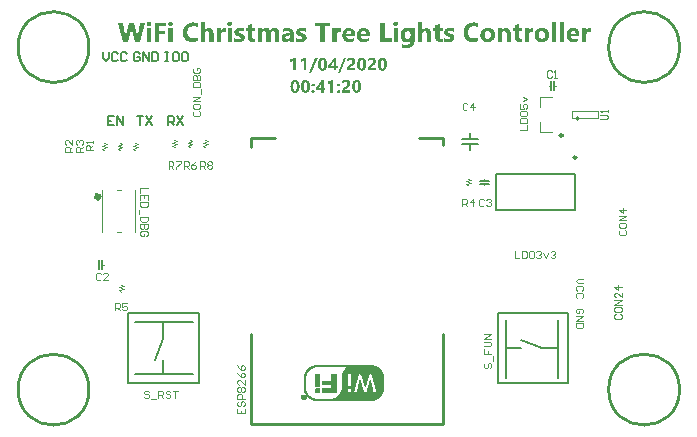
<source format=gto>
G04 Layer_Color=16777215*
%FSAX44Y44*%
%MOMM*%
G71*
G01*
G75*
%ADD24C,0.1270*%
%ADD25C,0.2540*%
%ADD35C,0.5000*%
%ADD36C,0.2500*%
%ADD37C,0.1500*%
%ADD38C,0.0127*%
%ADD39C,0.1016*%
%ADD40C,0.2032*%
%ADD41C,0.2000*%
%ADD42C,0.1524*%
G36*
X10198286Y10336049D02*
X10200883D01*
Y10333425D01*
X10198286D01*
Y10328796D01*
Y10328768D01*
Y10328712D01*
Y10328628D01*
X10198314Y10328514D01*
X10198371Y10328232D01*
X10198455Y10327922D01*
X10198625Y10327583D01*
X10198907Y10327301D01*
X10199048Y10327189D01*
X10199246Y10327103D01*
X10199471Y10327047D01*
X10199725Y10327019D01*
X10199810D01*
X10199923Y10327047D01*
X10200092D01*
X10200459Y10327159D01*
X10200657Y10327217D01*
X10200883Y10327329D01*
Y10324705D01*
X10200854Y10324677D01*
X10200742Y10324648D01*
X10200544Y10324592D01*
X10200290Y10324536D01*
X10199951Y10324451D01*
X10199556Y10324395D01*
X10199077Y10324366D01*
X10198512Y10324338D01*
X10198343D01*
X10198173Y10324366D01*
X10197919Y10324395D01*
X10197637Y10324451D01*
X10197327Y10324536D01*
X10196988Y10324648D01*
X10196650Y10324818D01*
X10196311Y10325016D01*
X10195972Y10325270D01*
X10195662Y10325580D01*
X10195380Y10325946D01*
X10195126Y10326398D01*
X10194956Y10326906D01*
X10194843Y10327499D01*
X10194787Y10328176D01*
Y10333425D01*
X10192925D01*
Y10336049D01*
X10194787D01*
Y10338505D01*
X10198286Y10339520D01*
Y10336049D01*
D02*
G37*
G36*
X10329309Y10336274D02*
X10329507Y10336246D01*
X10329703Y10336218D01*
X10330155Y10336106D01*
X10330663Y10335908D01*
X10330918Y10335795D01*
X10331200Y10335626D01*
X10331426Y10335428D01*
X10331680Y10335231D01*
X10331906Y10334977D01*
X10332102Y10334695D01*
X10332159D01*
Y10336049D01*
X10335686D01*
Y10325890D01*
Y10325862D01*
Y10325750D01*
Y10325580D01*
X10335658Y10325382D01*
X10335630Y10325100D01*
X10335602Y10324790D01*
X10335546Y10324451D01*
X10335460Y10324084D01*
X10335234Y10323293D01*
X10335094Y10322899D01*
X10334896Y10322476D01*
X10334698Y10322080D01*
X10334445Y10321686D01*
X10334163Y10321318D01*
X10333824Y10320980D01*
X10333795Y10320952D01*
X10333739Y10320895D01*
X10333627Y10320811D01*
X10333485Y10320698D01*
X10333287Y10320585D01*
X10333062Y10320415D01*
X10332780Y10320275D01*
X10332469Y10320105D01*
X10332102Y10319935D01*
X10331708Y10319795D01*
X10331284Y10319625D01*
X10330804Y10319513D01*
X10330297Y10319399D01*
X10329733Y10319315D01*
X10329139Y10319259D01*
X10328490Y10319230D01*
X10328096D01*
X10327926Y10319259D01*
X10327700D01*
X10327164Y10319315D01*
X10326571Y10319399D01*
X10325979Y10319513D01*
X10325358Y10319653D01*
X10324822Y10319879D01*
Y10322871D01*
X10324850D01*
X10324906Y10322814D01*
X10324991Y10322786D01*
X10325132Y10322701D01*
X10325302Y10322617D01*
X10325471Y10322532D01*
X10325951Y10322363D01*
X10326487Y10322166D01*
X10327080Y10321996D01*
X10327728Y10321882D01*
X10328406Y10321826D01*
X10328575D01*
X10328688Y10321854D01*
X10329027Y10321882D01*
X10329421Y10321940D01*
X10329873Y10322052D01*
X10330325Y10322222D01*
X10330776Y10322476D01*
X10331172Y10322786D01*
X10331228Y10322842D01*
X10331340Y10322955D01*
X10331482Y10323153D01*
X10331680Y10323463D01*
X10331848Y10323831D01*
X10332018Y10324253D01*
X10332131Y10324761D01*
X10332159Y10325326D01*
Y10326229D01*
X10332102D01*
Y10326200D01*
X10332046Y10326144D01*
X10331990Y10326060D01*
X10331876Y10325946D01*
X10331594Y10325636D01*
X10331228Y10325298D01*
X10330720Y10324930D01*
X10330099Y10324648D01*
X10329761Y10324507D01*
X10329393Y10324423D01*
X10328970Y10324366D01*
X10328547Y10324338D01*
X10328350D01*
X10328180Y10324366D01*
X10328010Y10324395D01*
X10327784Y10324423D01*
X10327277Y10324536D01*
X10326713Y10324705D01*
X10326149Y10324987D01*
X10325867Y10325156D01*
X10325583Y10325354D01*
X10325302Y10325608D01*
X10325048Y10325862D01*
Y10325890D01*
X10324991Y10325946D01*
X10324935Y10326031D01*
X10324850Y10326144D01*
X10324766Y10326285D01*
X10324652Y10326483D01*
X10324540Y10326709D01*
X10324427Y10326963D01*
X10324286Y10327217D01*
X10324172Y10327527D01*
X10324060Y10327865D01*
X10323976Y10328232D01*
X10323834Y10329050D01*
X10323806Y10329502D01*
X10323778Y10329982D01*
Y10330010D01*
Y10330123D01*
Y10330264D01*
X10323806Y10330461D01*
X10323834Y10330715D01*
X10323862Y10330997D01*
X10323890Y10331309D01*
X10323948Y10331647D01*
X10324116Y10332380D01*
X10324398Y10333142D01*
X10324540Y10333538D01*
X10324738Y10333904D01*
X10324963Y10334243D01*
X10325217Y10334581D01*
X10325245Y10334609D01*
X10325273Y10334667D01*
X10325358Y10334751D01*
X10325471Y10334865D01*
X10325612Y10334977D01*
X10325781Y10335118D01*
X10326007Y10335287D01*
X10326233Y10335457D01*
X10326769Y10335767D01*
X10327418Y10336049D01*
X10327756Y10336134D01*
X10328152Y10336218D01*
X10328547Y10336274D01*
X10328970Y10336302D01*
X10329167D01*
X10329309Y10336274D01*
D02*
G37*
G36*
X10292991D02*
X10293188Y10336246D01*
X10293442Y10336218D01*
X10294006Y10336106D01*
X10294628Y10335936D01*
X10295248Y10335682D01*
X10295587Y10335513D01*
X10295869Y10335315D01*
X10296179Y10335061D01*
X10296433Y10334807D01*
X10296461Y10334779D01*
X10296489Y10334751D01*
X10296575Y10334667D01*
X10296659Y10334553D01*
X10296743Y10334384D01*
X10296885Y10334215D01*
X10296997Y10333989D01*
X10297139Y10333763D01*
X10297252Y10333481D01*
X10297393Y10333199D01*
X10297506Y10332860D01*
X10297590Y10332494D01*
X10297760Y10331703D01*
X10297788Y10331251D01*
X10297816Y10330801D01*
Y10329304D01*
X10290338D01*
Y10329276D01*
Y10329192D01*
X10290366Y10329078D01*
X10290422Y10328910D01*
X10290479Y10328712D01*
X10290564Y10328514D01*
X10290648Y10328289D01*
X10290790Y10328063D01*
X10290958Y10327809D01*
X10291184Y10327583D01*
X10291438Y10327385D01*
X10291749Y10327189D01*
X10292087Y10327019D01*
X10292511Y10326906D01*
X10292963Y10326821D01*
X10293499Y10326793D01*
X10293696D01*
X10293809Y10326821D01*
X10293978D01*
X10294176Y10326849D01*
X10294628Y10326906D01*
X10295135Y10327019D01*
X10295699Y10327189D01*
X10296263Y10327385D01*
X10296801Y10327697D01*
Y10325156D01*
X10296772D01*
X10296715Y10325128D01*
X10296631Y10325072D01*
X10296517Y10325044D01*
X10296349Y10324958D01*
X10296179Y10324902D01*
X10295953Y10324818D01*
X10295699Y10324761D01*
X10295417Y10324677D01*
X10295107Y10324592D01*
X10294402Y10324479D01*
X10293583Y10324366D01*
X10292681Y10324338D01*
X10292426D01*
X10292229Y10324366D01*
X10292003Y10324395D01*
X10291721Y10324423D01*
X10291438Y10324479D01*
X10291100Y10324536D01*
X10290422Y10324705D01*
X10289689Y10324987D01*
X10289351Y10325156D01*
X10288983Y10325354D01*
X10288673Y10325608D01*
X10288363Y10325862D01*
X10288334Y10325890D01*
X10288306Y10325946D01*
X10288221Y10326031D01*
X10288137Y10326144D01*
X10288024Y10326313D01*
X10287883Y10326483D01*
X10287742Y10326709D01*
X10287600Y10326963D01*
X10287460Y10327245D01*
X10287318Y10327583D01*
X10287206Y10327922D01*
X10287064Y10328317D01*
X10286980Y10328712D01*
X10286895Y10329164D01*
X10286866Y10329615D01*
X10286838Y10330123D01*
Y10330151D01*
Y10330236D01*
Y10330405D01*
X10286866Y10330603D01*
X10286895Y10330829D01*
X10286924Y10331111D01*
X10286980Y10331421D01*
X10287036Y10331760D01*
X10287234Y10332465D01*
X10287374Y10332860D01*
X10287544Y10333228D01*
X10287714Y10333594D01*
X10287939Y10333961D01*
X10288193Y10334327D01*
X10288475Y10334639D01*
X10288503Y10334667D01*
X10288560Y10334723D01*
X10288645Y10334779D01*
X10288785Y10334893D01*
X10288927Y10335033D01*
X10289125Y10335175D01*
X10289351Y10335315D01*
X10289604Y10335485D01*
X10289886Y10335626D01*
X10290197Y10335767D01*
X10290902Y10336049D01*
X10291298Y10336162D01*
X10291692Y10336218D01*
X10292115Y10336274D01*
X10292567Y10336302D01*
X10292821D01*
X10292991Y10336274D01*
D02*
G37*
G36*
X10280602D02*
X10280800Y10336246D01*
X10281053Y10336218D01*
X10281619Y10336106D01*
X10282239Y10335936D01*
X10282860Y10335682D01*
X10283198Y10335513D01*
X10283480Y10335315D01*
X10283792Y10335061D01*
X10284045Y10334807D01*
X10284073Y10334779D01*
X10284102Y10334751D01*
X10284186Y10334667D01*
X10284271Y10334553D01*
X10284355Y10334384D01*
X10284496Y10334215D01*
X10284609Y10333989D01*
X10284751Y10333763D01*
X10284863Y10333481D01*
X10285005Y10333199D01*
X10285117Y10332860D01*
X10285201Y10332494D01*
X10285371Y10331703D01*
X10285399Y10331251D01*
X10285427Y10330801D01*
Y10329304D01*
X10277949D01*
Y10329276D01*
Y10329192D01*
X10277977Y10329078D01*
X10278035Y10328910D01*
X10278091Y10328712D01*
X10278175Y10328514D01*
X10278260Y10328289D01*
X10278401Y10328063D01*
X10278571Y10327809D01*
X10278796Y10327583D01*
X10279050Y10327385D01*
X10279360Y10327189D01*
X10279700Y10327019D01*
X10280122Y10326906D01*
X10280574Y10326821D01*
X10281110Y10326793D01*
X10281307D01*
X10281421Y10326821D01*
X10281589D01*
X10281787Y10326849D01*
X10282239Y10326906D01*
X10282747Y10327019D01*
X10283312Y10327189D01*
X10283876Y10327385D01*
X10284412Y10327697D01*
Y10325156D01*
X10284384D01*
X10284327Y10325128D01*
X10284242Y10325072D01*
X10284130Y10325044D01*
X10283960Y10324958D01*
X10283792Y10324902D01*
X10283566Y10324818D01*
X10283312Y10324761D01*
X10283029Y10324677D01*
X10282719Y10324592D01*
X10282013Y10324479D01*
X10281195Y10324366D01*
X10280292Y10324338D01*
X10280038D01*
X10279840Y10324366D01*
X10279614Y10324395D01*
X10279332Y10324423D01*
X10279050Y10324479D01*
X10278711Y10324536D01*
X10278035Y10324705D01*
X10277301Y10324987D01*
X10276962Y10325156D01*
X10276595Y10325354D01*
X10276284Y10325608D01*
X10275974Y10325862D01*
X10275946Y10325890D01*
X10275918Y10325946D01*
X10275833Y10326031D01*
X10275748Y10326144D01*
X10275636Y10326313D01*
X10275494Y10326483D01*
X10275354Y10326709D01*
X10275212Y10326963D01*
X10275071Y10327245D01*
X10274930Y10327583D01*
X10274817Y10327922D01*
X10274677Y10328317D01*
X10274591Y10328712D01*
X10274507Y10329164D01*
X10274479Y10329615D01*
X10274451Y10330123D01*
Y10330151D01*
Y10330236D01*
Y10330405D01*
X10274479Y10330603D01*
X10274507Y10330829D01*
X10274535Y10331111D01*
X10274591Y10331421D01*
X10274648Y10331760D01*
X10274845Y10332465D01*
X10274987Y10332860D01*
X10275156Y10333228D01*
X10275325Y10333594D01*
X10275551Y10333961D01*
X10275804Y10334327D01*
X10276088Y10334639D01*
X10276116Y10334667D01*
X10276172Y10334723D01*
X10276256Y10334779D01*
X10276398Y10334893D01*
X10276538Y10335033D01*
X10276736Y10335175D01*
X10276962Y10335315D01*
X10277216Y10335485D01*
X10277498Y10335626D01*
X10277809Y10335767D01*
X10278514Y10336049D01*
X10278909Y10336162D01*
X10279304Y10336218D01*
X10279728Y10336274D01*
X10280179Y10336302D01*
X10280433D01*
X10280602Y10336274D01*
D02*
G37*
G36*
X10269219Y10304155D02*
X10270497D01*
Y10302388D01*
X10269219D01*
Y10300208D01*
X10267076D01*
Y10302388D01*
X10262415D01*
Y10304230D01*
X10262452Y10304268D01*
X10262528Y10304362D01*
X10262640Y10304493D01*
X10262810Y10304681D01*
X10262998Y10304907D01*
X10263223Y10305170D01*
X10263448Y10305452D01*
X10263693Y10305753D01*
Y10305771D01*
X10263730Y10305790D01*
X10263806Y10305903D01*
X10263937Y10306053D01*
X10264106Y10306279D01*
X10264294Y10306523D01*
X10264501Y10306824D01*
X10264746Y10307125D01*
X10264971Y10307445D01*
Y10307463D01*
X10265009Y10307482D01*
X10265084Y10307595D01*
X10265197Y10307764D01*
X10265347Y10307990D01*
X10265516Y10308253D01*
X10265723Y10308553D01*
X10265911Y10308873D01*
X10266118Y10309192D01*
Y10309211D01*
X10266136Y10309230D01*
X10266212Y10309343D01*
X10266306Y10309512D01*
X10266437Y10309738D01*
X10266587Y10310001D01*
X10266738Y10310283D01*
X10267039Y10310884D01*
X10269219D01*
Y10304155D01*
D02*
G37*
G36*
X10243995Y10300208D02*
X10241646D01*
Y10308478D01*
X10241608Y10308441D01*
X10241514Y10308365D01*
X10241382Y10308253D01*
X10241194Y10308140D01*
X10241176D01*
X10241156Y10308121D01*
X10241100Y10308083D01*
X10241025Y10308046D01*
X10240837Y10307952D01*
X10240630Y10307858D01*
X10240612D01*
X10240574Y10307839D01*
X10240518Y10307820D01*
X10240442Y10307783D01*
X10240236Y10307726D01*
X10240010Y10307651D01*
X10239991D01*
X10239954Y10307632D01*
X10239897D01*
X10239822Y10307614D01*
X10239615Y10307576D01*
X10239390Y10307538D01*
Y10309531D01*
X10239409D01*
X10239427Y10309550D01*
X10239540Y10309587D01*
X10239709Y10309644D01*
X10239935Y10309719D01*
X10240198Y10309813D01*
X10240499Y10309926D01*
X10241100Y10310208D01*
X10241119D01*
X10241138Y10310226D01*
X10241232Y10310283D01*
X10241401Y10310358D01*
X10241589Y10310471D01*
X10241833Y10310621D01*
X10242078Y10310771D01*
X10242585Y10311128D01*
X10243995D01*
Y10300208D01*
D02*
G37*
G36*
X10299781Y10311053D02*
X10299988D01*
X10300214Y10311016D01*
X10300458Y10310978D01*
X10300702Y10310922D01*
X10300946Y10310846D01*
X10300984D01*
X10301060Y10310809D01*
X10301172Y10310753D01*
X10301322Y10310696D01*
X10301510Y10310602D01*
X10301680Y10310508D01*
X10301868Y10310377D01*
X10302037Y10310245D01*
X10302056Y10310226D01*
X10302112Y10310170D01*
X10302188Y10310095D01*
X10302300Y10309982D01*
X10302394Y10309832D01*
X10302506Y10309681D01*
X10302620Y10309493D01*
X10302714Y10309287D01*
X10302732Y10309268D01*
X10302751Y10309192D01*
X10302788Y10309080D01*
X10302845Y10308910D01*
X10302882Y10308723D01*
X10302920Y10308516D01*
X10302939Y10308290D01*
X10302958Y10308027D01*
Y10307990D01*
Y10307896D01*
X10302939Y10307764D01*
Y10307595D01*
X10302902Y10307388D01*
X10302864Y10307163D01*
X10302808Y10306937D01*
X10302732Y10306711D01*
X10302714Y10306693D01*
X10302694Y10306617D01*
X10302638Y10306505D01*
X10302582Y10306373D01*
X10302488Y10306204D01*
X10302375Y10306035D01*
X10302131Y10305677D01*
X10302112Y10305659D01*
X10302074Y10305603D01*
X10301980Y10305509D01*
X10301886Y10305396D01*
X10301755Y10305264D01*
X10301604Y10305114D01*
X10301266Y10304813D01*
X10301248Y10304794D01*
X10301191Y10304738D01*
X10301078Y10304663D01*
X10300966Y10304569D01*
X10300796Y10304456D01*
X10300627Y10304324D01*
X10300251Y10304061D01*
X10300232Y10304043D01*
X10300195Y10304023D01*
X10300120Y10303967D01*
X10300026Y10303892D01*
X10299800Y10303741D01*
X10299556Y10303553D01*
X10299537Y10303535D01*
X10299500Y10303516D01*
X10299443Y10303459D01*
X10299349Y10303403D01*
X10299161Y10303253D01*
X10298954Y10303065D01*
X10298936Y10303046D01*
X10298917Y10303027D01*
X10298823Y10302915D01*
X10298691Y10302765D01*
X10298560Y10302577D01*
Y10302557D01*
X10298541Y10302539D01*
X10298503Y10302445D01*
X10298447Y10302295D01*
X10298428Y10302144D01*
X10302958D01*
Y10300208D01*
X10295834D01*
Y10300997D01*
Y10301016D01*
Y10301035D01*
Y10301129D01*
X10295853Y10301298D01*
X10295872Y10301486D01*
X10295909Y10301711D01*
X10295947Y10301975D01*
X10296022Y10302219D01*
X10296116Y10302463D01*
X10296135Y10302501D01*
X10296172Y10302577D01*
X10296229Y10302708D01*
X10296304Y10302858D01*
X10296417Y10303046D01*
X10296530Y10303234D01*
X10296812Y10303629D01*
X10296830Y10303647D01*
X10296887Y10303723D01*
X10296962Y10303817D01*
X10297075Y10303949D01*
X10297206Y10304080D01*
X10297375Y10304249D01*
X10297714Y10304550D01*
X10297732Y10304569D01*
X10297808Y10304625D01*
X10297902Y10304700D01*
X10298033Y10304794D01*
X10298165Y10304907D01*
X10298334Y10305039D01*
X10298672Y10305283D01*
X10298691Y10305302D01*
X10298748Y10305339D01*
X10298842Y10305415D01*
X10298954Y10305490D01*
X10299218Y10305696D01*
X10299480Y10305922D01*
X10299500Y10305941D01*
X10299537Y10305979D01*
X10299612Y10306035D01*
X10299688Y10306110D01*
X10299894Y10306298D01*
X10300082Y10306523D01*
X10300101Y10306542D01*
X10300120Y10306580D01*
X10300157Y10306636D01*
X10300214Y10306711D01*
X10300345Y10306899D01*
X10300439Y10307125D01*
Y10307144D01*
X10300458Y10307181D01*
X10300477Y10307238D01*
X10300514Y10307332D01*
X10300552Y10307538D01*
X10300571Y10307802D01*
Y10307839D01*
Y10307914D01*
X10300552Y10308027D01*
X10300514Y10308177D01*
X10300477Y10308347D01*
X10300402Y10308516D01*
X10300308Y10308685D01*
X10300176Y10308835D01*
X10300157Y10308854D01*
X10300101Y10308892D01*
X10300007Y10308948D01*
X10299894Y10309023D01*
X10299725Y10309080D01*
X10299518Y10309136D01*
X10299274Y10309174D01*
X10298992Y10309192D01*
X10298860D01*
X10298766Y10309174D01*
X10298635Y10309155D01*
X10298484Y10309136D01*
X10298334Y10309098D01*
X10298146Y10309061D01*
X10297751Y10308929D01*
X10297526Y10308835D01*
X10297300Y10308723D01*
X10297075Y10308591D01*
X10296830Y10308459D01*
X10296605Y10308271D01*
X10296360Y10308083D01*
Y10310170D01*
X10296379Y10310189D01*
X10296417Y10310208D01*
X10296492Y10310245D01*
X10296605Y10310320D01*
X10296736Y10310377D01*
X10296887Y10310452D01*
X10297075Y10310546D01*
X10297281Y10310621D01*
X10297488Y10310715D01*
X10297732Y10310790D01*
X10298278Y10310940D01*
X10298860Y10311034D01*
X10299180Y10311053D01*
X10299500Y10311072D01*
X10299631D01*
X10299781Y10311053D01*
D02*
G37*
G36*
X10282225D02*
X10282433D01*
X10282659Y10311016D01*
X10282903Y10310978D01*
X10283147Y10310922D01*
X10283391Y10310846D01*
X10283429D01*
X10283503Y10310809D01*
X10283617Y10310753D01*
X10283767Y10310696D01*
X10283955Y10310602D01*
X10284125Y10310508D01*
X10284313Y10310377D01*
X10284481Y10310245D01*
X10284500Y10310226D01*
X10284557Y10310170D01*
X10284631Y10310095D01*
X10284745Y10309982D01*
X10284839Y10309832D01*
X10284951Y10309681D01*
X10285063Y10309493D01*
X10285157Y10309287D01*
X10285177Y10309268D01*
X10285195Y10309192D01*
X10285233Y10309080D01*
X10285289Y10308910D01*
X10285327Y10308723D01*
X10285365Y10308516D01*
X10285383Y10308290D01*
X10285403Y10308027D01*
Y10307990D01*
Y10307896D01*
X10285383Y10307764D01*
Y10307595D01*
X10285345Y10307388D01*
X10285309Y10307163D01*
X10285251Y10306937D01*
X10285177Y10306711D01*
X10285157Y10306693D01*
X10285139Y10306617D01*
X10285083Y10306505D01*
X10285027Y10306373D01*
X10284933Y10306204D01*
X10284819Y10306035D01*
X10284575Y10305677D01*
X10284557Y10305659D01*
X10284519Y10305603D01*
X10284425Y10305509D01*
X10284331Y10305396D01*
X10284199Y10305264D01*
X10284049Y10305114D01*
X10283711Y10304813D01*
X10283691Y10304794D01*
X10283635Y10304738D01*
X10283523Y10304663D01*
X10283409Y10304569D01*
X10283241Y10304456D01*
X10283071Y10304324D01*
X10282695Y10304061D01*
X10282677Y10304043D01*
X10282639Y10304023D01*
X10282565Y10303967D01*
X10282471Y10303892D01*
X10282245Y10303741D01*
X10282001Y10303553D01*
X10281981Y10303535D01*
X10281943Y10303516D01*
X10281887Y10303459D01*
X10281793Y10303403D01*
X10281605Y10303253D01*
X10281399Y10303065D01*
X10281379Y10303046D01*
X10281361Y10303027D01*
X10281267Y10302915D01*
X10281135Y10302765D01*
X10281005Y10302577D01*
Y10302557D01*
X10280985Y10302539D01*
X10280947Y10302445D01*
X10280891Y10302295D01*
X10280873Y10302144D01*
X10285403D01*
Y10300208D01*
X10278279D01*
Y10300997D01*
Y10301016D01*
Y10301035D01*
Y10301129D01*
X10278297Y10301298D01*
X10278317Y10301486D01*
X10278353Y10301711D01*
X10278391Y10301975D01*
X10278467Y10302219D01*
X10278561Y10302463D01*
X10278579Y10302501D01*
X10278617Y10302577D01*
X10278673Y10302708D01*
X10278749Y10302858D01*
X10278861Y10303046D01*
X10278975Y10303234D01*
X10279257Y10303629D01*
X10279275Y10303647D01*
X10279331Y10303723D01*
X10279407Y10303817D01*
X10279519Y10303949D01*
X10279651Y10304080D01*
X10279819Y10304249D01*
X10280159Y10304550D01*
X10280177Y10304569D01*
X10280253Y10304625D01*
X10280347Y10304700D01*
X10280477Y10304794D01*
X10280609Y10304907D01*
X10280779Y10305039D01*
X10281117Y10305283D01*
X10281135Y10305302D01*
X10281191Y10305339D01*
X10281285Y10305415D01*
X10281399Y10305490D01*
X10281661Y10305696D01*
X10281925Y10305922D01*
X10281943Y10305941D01*
X10281981Y10305979D01*
X10282057Y10306035D01*
X10282131Y10306110D01*
X10282339Y10306298D01*
X10282527Y10306523D01*
X10282545Y10306542D01*
X10282565Y10306580D01*
X10282601Y10306636D01*
X10282659Y10306711D01*
X10282789Y10306899D01*
X10282883Y10307125D01*
Y10307144D01*
X10282903Y10307181D01*
X10282921Y10307238D01*
X10282959Y10307332D01*
X10282997Y10307538D01*
X10283015Y10307802D01*
Y10307839D01*
Y10307914D01*
X10282997Y10308027D01*
X10282959Y10308177D01*
X10282921Y10308347D01*
X10282847Y10308516D01*
X10282753Y10308685D01*
X10282621Y10308835D01*
X10282601Y10308854D01*
X10282545Y10308892D01*
X10282451Y10308948D01*
X10282339Y10309023D01*
X10282169Y10309080D01*
X10281963Y10309136D01*
X10281719Y10309174D01*
X10281437Y10309192D01*
X10281305D01*
X10281211Y10309174D01*
X10281079Y10309155D01*
X10280929Y10309136D01*
X10280779Y10309098D01*
X10280591Y10309061D01*
X10280195Y10308929D01*
X10279971Y10308835D01*
X10279745Y10308723D01*
X10279519Y10308591D01*
X10279275Y10308459D01*
X10279049Y10308271D01*
X10278805Y10308083D01*
Y10310170D01*
X10278823Y10310189D01*
X10278861Y10310208D01*
X10278937Y10310245D01*
X10279049Y10310320D01*
X10279181Y10310377D01*
X10279331Y10310452D01*
X10279519Y10310546D01*
X10279725Y10310621D01*
X10279933Y10310715D01*
X10280177Y10310790D01*
X10280723Y10310940D01*
X10281305Y10311034D01*
X10281625Y10311053D01*
X10281943Y10311072D01*
X10282075D01*
X10282225Y10311053D01*
D02*
G37*
G36*
X10112415Y10324592D02*
X10108859D01*
Y10336049D01*
X10112415D01*
Y10324592D01*
D02*
G37*
G36*
X10470463Y10336274D02*
X10470660Y10336246D01*
X10470914Y10336218D01*
X10471478Y10336106D01*
X10472100Y10335936D01*
X10472720Y10335682D01*
X10473059Y10335513D01*
X10473341Y10335315D01*
X10473651Y10335061D01*
X10473905Y10334807D01*
X10473933Y10334779D01*
X10473961Y10334751D01*
X10474047Y10334667D01*
X10474131Y10334553D01*
X10474215Y10334384D01*
X10474357Y10334215D01*
X10474469Y10333989D01*
X10474611Y10333763D01*
X10474723Y10333481D01*
X10474865Y10333199D01*
X10474977Y10332860D01*
X10475062Y10332494D01*
X10475232Y10331703D01*
X10475260Y10331251D01*
X10475288Y10330801D01*
Y10329304D01*
X10467810D01*
Y10329276D01*
Y10329192D01*
X10467838Y10329078D01*
X10467894Y10328910D01*
X10467950Y10328712D01*
X10468036Y10328514D01*
X10468120Y10328289D01*
X10468262Y10328063D01*
X10468430Y10327809D01*
X10468656Y10327583D01*
X10468910Y10327385D01*
X10469221Y10327189D01*
X10469559Y10327019D01*
X10469983Y10326906D01*
X10470435Y10326821D01*
X10470970Y10326793D01*
X10471168D01*
X10471281Y10326821D01*
X10471450D01*
X10471648Y10326849D01*
X10472100Y10326906D01*
X10472607Y10327019D01*
X10473171Y10327189D01*
X10473735Y10327385D01*
X10474272Y10327697D01*
Y10325156D01*
X10474243D01*
X10474187Y10325128D01*
X10474103Y10325072D01*
X10473989Y10325044D01*
X10473821Y10324958D01*
X10473651Y10324902D01*
X10473425Y10324818D01*
X10473171Y10324761D01*
X10472889Y10324677D01*
X10472579Y10324592D01*
X10471874Y10324479D01*
X10471055Y10324366D01*
X10470151Y10324338D01*
X10469897D01*
X10469701Y10324366D01*
X10469475Y10324395D01*
X10469192Y10324423D01*
X10468910Y10324479D01*
X10468572Y10324536D01*
X10467894Y10324705D01*
X10467161Y10324987D01*
X10466823Y10325156D01*
X10466455Y10325354D01*
X10466145Y10325608D01*
X10465834Y10325862D01*
X10465806Y10325890D01*
X10465778Y10325946D01*
X10465693Y10326031D01*
X10465609Y10326144D01*
X10465496Y10326313D01*
X10465354Y10326483D01*
X10465214Y10326709D01*
X10465072Y10326963D01*
X10464932Y10327245D01*
X10464790Y10327583D01*
X10464678Y10327922D01*
X10464536Y10328317D01*
X10464452Y10328712D01*
X10464366Y10329164D01*
X10464338Y10329615D01*
X10464310Y10330123D01*
Y10330151D01*
Y10330236D01*
Y10330405D01*
X10464338Y10330603D01*
X10464366Y10330829D01*
X10464395Y10331111D01*
X10464452Y10331421D01*
X10464508Y10331760D01*
X10464706Y10332465D01*
X10464846Y10332860D01*
X10465016Y10333228D01*
X10465186Y10333594D01*
X10465411Y10333961D01*
X10465665Y10334327D01*
X10465947Y10334639D01*
X10465975Y10334667D01*
X10466031Y10334723D01*
X10466117Y10334779D01*
X10466257Y10334893D01*
X10466399Y10335033D01*
X10466597Y10335175D01*
X10466823Y10335315D01*
X10467076Y10335485D01*
X10467358Y10335626D01*
X10467668Y10335767D01*
X10468374Y10336049D01*
X10468770Y10336162D01*
X10469164Y10336218D01*
X10469587Y10336274D01*
X10470039Y10336302D01*
X10470293D01*
X10470463Y10336274D01*
D02*
G37*
G36*
X10130842Y10324592D02*
X10127286D01*
Y10336049D01*
X10130842D01*
Y10324592D01*
D02*
G37*
G36*
X10125001Y10337686D02*
X10119357D01*
Y10333735D01*
X10124549D01*
Y10330801D01*
X10119357D01*
Y10324592D01*
X10115745D01*
Y10340620D01*
X10125001D01*
Y10337686D01*
D02*
G37*
G36*
X10398164Y10336274D02*
X10398390Y10336246D01*
X10398672Y10336218D01*
X10398983Y10336162D01*
X10399321Y10336106D01*
X10400027Y10335908D01*
X10400393Y10335795D01*
X10400760Y10335626D01*
X10401127Y10335428D01*
X10401494Y10335231D01*
X10401832Y10334977D01*
X10402144Y10334695D01*
X10402172Y10334667D01*
X10402228Y10334609D01*
X10402284Y10334525D01*
X10402397Y10334413D01*
X10402510Y10334243D01*
X10402651Y10334045D01*
X10402820Y10333820D01*
X10402961Y10333566D01*
X10403103Y10333284D01*
X10403271Y10332974D01*
X10403413Y10332606D01*
X10403525Y10332240D01*
X10403639Y10331844D01*
X10403723Y10331393D01*
X10403751Y10330941D01*
X10403779Y10330461D01*
Y10330433D01*
Y10330349D01*
Y10330179D01*
X10403751Y10329982D01*
X10403723Y10329756D01*
X10403695Y10329474D01*
X10403639Y10329164D01*
X10403583Y10328824D01*
X10403385Y10328119D01*
X10403243Y10327753D01*
X10403075Y10327357D01*
X10402877Y10326991D01*
X10402679Y10326652D01*
X10402397Y10326285D01*
X10402115Y10325975D01*
X10402086Y10325946D01*
X10402030Y10325918D01*
X10401946Y10325834D01*
X10401804Y10325720D01*
X10401636Y10325608D01*
X10401438Y10325466D01*
X10401184Y10325298D01*
X10400930Y10325156D01*
X10400619Y10325016D01*
X10400281Y10324846D01*
X10399885Y10324705D01*
X10399491Y10324592D01*
X10399039Y10324479D01*
X10398588Y10324423D01*
X10398080Y10324366D01*
X10397544Y10324338D01*
X10397261D01*
X10397064Y10324366D01*
X10396838Y10324395D01*
X10396555Y10324423D01*
X10396245Y10324479D01*
X10395907Y10324536D01*
X10395173Y10324733D01*
X10394440Y10325016D01*
X10394044Y10325184D01*
X10393706Y10325410D01*
X10393339Y10325636D01*
X10393029Y10325918D01*
X10393000Y10325946D01*
X10392971Y10326003D01*
X10392887Y10326088D01*
X10392775Y10326200D01*
X10392661Y10326370D01*
X10392521Y10326567D01*
X10392351Y10326793D01*
X10392209Y10327047D01*
X10392069Y10327357D01*
X10391899Y10327668D01*
X10391758Y10328035D01*
X10391646Y10328430D01*
X10391533Y10328824D01*
X10391476Y10329276D01*
X10391420Y10329756D01*
X10391392Y10330264D01*
Y10330292D01*
Y10330377D01*
Y10330547D01*
X10391420Y10330743D01*
X10391448Y10330969D01*
X10391476Y10331251D01*
X10391533Y10331562D01*
X10391617Y10331901D01*
X10391815Y10332606D01*
X10391956Y10332974D01*
X10392097Y10333340D01*
X10392295Y10333707D01*
X10392521Y10334045D01*
X10392775Y10334384D01*
X10393085Y10334695D01*
X10393113Y10334723D01*
X10393169Y10334751D01*
X10393254Y10334835D01*
X10393395Y10334949D01*
X10393564Y10335061D01*
X10393790Y10335203D01*
X10394016Y10335343D01*
X10394298Y10335513D01*
X10394608Y10335654D01*
X10394976Y10335795D01*
X10395342Y10335936D01*
X10395765Y10336049D01*
X10396189Y10336162D01*
X10396669Y10336246D01*
X10397148Y10336274D01*
X10397684Y10336302D01*
X10397966D01*
X10398164Y10336274D01*
D02*
G37*
G36*
X10356794Y10336049D02*
X10359391D01*
Y10333425D01*
X10356794D01*
Y10328796D01*
Y10328768D01*
Y10328712D01*
Y10328628D01*
X10356823Y10328514D01*
X10356879Y10328232D01*
X10356964Y10327922D01*
X10357134Y10327583D01*
X10357416Y10327301D01*
X10357556Y10327189D01*
X10357754Y10327103D01*
X10357980Y10327047D01*
X10358234Y10327019D01*
X10358318D01*
X10358431Y10327047D01*
X10358601D01*
X10358967Y10327159D01*
X10359165Y10327217D01*
X10359391Y10327329D01*
Y10324705D01*
X10359363Y10324677D01*
X10359249Y10324648D01*
X10359052Y10324592D01*
X10358798Y10324536D01*
X10358459Y10324451D01*
X10358064Y10324395D01*
X10357584Y10324366D01*
X10357020Y10324338D01*
X10356851D01*
X10356682Y10324366D01*
X10356428Y10324395D01*
X10356145Y10324451D01*
X10355835Y10324536D01*
X10355497Y10324648D01*
X10355157Y10324818D01*
X10354819Y10325016D01*
X10354481Y10325270D01*
X10354170Y10325580D01*
X10353888Y10325946D01*
X10353634Y10326398D01*
X10353464Y10326906D01*
X10353352Y10327499D01*
X10353296Y10328176D01*
Y10333425D01*
X10351433D01*
Y10336049D01*
X10353296D01*
Y10338505D01*
X10356794Y10339520D01*
Y10336049D01*
D02*
G37*
G36*
X10444049Y10336274D02*
X10444275Y10336246D01*
X10444557Y10336218D01*
X10444867Y10336162D01*
X10445206Y10336106D01*
X10445912Y10335908D01*
X10446278Y10335795D01*
X10446646Y10335626D01*
X10447012Y10335428D01*
X10447379Y10335231D01*
X10447717Y10334977D01*
X10448027Y10334695D01*
X10448057Y10334667D01*
X10448113Y10334609D01*
X10448169Y10334525D01*
X10448281Y10334413D01*
X10448395Y10334243D01*
X10448536Y10334045D01*
X10448705Y10333820D01*
X10448846Y10333566D01*
X10448987Y10333284D01*
X10449156Y10332974D01*
X10449298Y10332606D01*
X10449410Y10332240D01*
X10449524Y10331844D01*
X10449608Y10331393D01*
X10449636Y10330941D01*
X10449664Y10330461D01*
Y10330433D01*
Y10330349D01*
Y10330179D01*
X10449636Y10329982D01*
X10449608Y10329756D01*
X10449580Y10329474D01*
X10449524Y10329164D01*
X10449467Y10328824D01*
X10449270Y10328119D01*
X10449128Y10327753D01*
X10448959Y10327357D01*
X10448762Y10326991D01*
X10448564Y10326652D01*
X10448281Y10326285D01*
X10447999Y10325975D01*
X10447971Y10325946D01*
X10447915Y10325918D01*
X10447831Y10325834D01*
X10447689Y10325720D01*
X10447520Y10325608D01*
X10447323Y10325466D01*
X10447068Y10325298D01*
X10446814Y10325156D01*
X10446504Y10325016D01*
X10446166Y10324846D01*
X10445770Y10324705D01*
X10445375Y10324592D01*
X10444923Y10324479D01*
X10444473Y10324423D01*
X10443965Y10324366D01*
X10443428Y10324338D01*
X10443146D01*
X10442948Y10324366D01*
X10442722Y10324395D01*
X10442440Y10324423D01*
X10442130Y10324479D01*
X10441792Y10324536D01*
X10441057Y10324733D01*
X10440323Y10325016D01*
X10439929Y10325184D01*
X10439590Y10325410D01*
X10439224Y10325636D01*
X10438914Y10325918D01*
X10438884Y10325946D01*
X10438856Y10326003D01*
X10438772Y10326088D01*
X10438658Y10326200D01*
X10438546Y10326370D01*
X10438405Y10326567D01*
X10438236Y10326793D01*
X10438094Y10327047D01*
X10437954Y10327357D01*
X10437784Y10327668D01*
X10437643Y10328035D01*
X10437531Y10328430D01*
X10437417Y10328824D01*
X10437361Y10329276D01*
X10437305Y10329756D01*
X10437277Y10330264D01*
Y10330292D01*
Y10330377D01*
Y10330547D01*
X10437305Y10330743D01*
X10437333Y10330969D01*
X10437361Y10331251D01*
X10437417Y10331562D01*
X10437502Y10331901D01*
X10437700Y10332606D01*
X10437841Y10332974D01*
X10437982Y10333340D01*
X10438179Y10333707D01*
X10438405Y10334045D01*
X10438658Y10334384D01*
X10438970Y10334695D01*
X10438998Y10334723D01*
X10439054Y10334751D01*
X10439139Y10334835D01*
X10439280Y10334949D01*
X10439449Y10335061D01*
X10439675Y10335203D01*
X10439901Y10335343D01*
X10440183Y10335513D01*
X10440493Y10335654D01*
X10440861Y10335795D01*
X10441227Y10335936D01*
X10441650Y10336049D01*
X10442074Y10336162D01*
X10442554Y10336246D01*
X10443033Y10336274D01*
X10443569Y10336302D01*
X10443851D01*
X10444049Y10336274D01*
D02*
G37*
G36*
X10424268Y10336049D02*
X10426863D01*
Y10333425D01*
X10424268D01*
Y10328796D01*
Y10328768D01*
Y10328712D01*
Y10328628D01*
X10424296Y10328514D01*
X10424352Y10328232D01*
X10424436Y10327922D01*
X10424606Y10327583D01*
X10424888Y10327301D01*
X10425029Y10327189D01*
X10425227Y10327103D01*
X10425453Y10327047D01*
X10425707Y10327019D01*
X10425791D01*
X10425903Y10327047D01*
X10426073D01*
X10426440Y10327159D01*
X10426638Y10327217D01*
X10426863Y10327329D01*
Y10324705D01*
X10426835Y10324677D01*
X10426722Y10324648D01*
X10426525Y10324592D01*
X10426271Y10324536D01*
X10425933Y10324451D01*
X10425537Y10324395D01*
X10425057Y10324366D01*
X10424493Y10324338D01*
X10424324D01*
X10424154Y10324366D01*
X10423900Y10324395D01*
X10423618Y10324451D01*
X10423308Y10324536D01*
X10422969Y10324648D01*
X10422631Y10324818D01*
X10422291Y10325016D01*
X10421953Y10325270D01*
X10421643Y10325580D01*
X10421361Y10325946D01*
X10421107Y10326398D01*
X10420938Y10326906D01*
X10420824Y10327499D01*
X10420768Y10328176D01*
Y10333425D01*
X10418905D01*
Y10336049D01*
X10420768D01*
Y10338505D01*
X10424268Y10339520D01*
Y10336049D01*
D02*
G37*
G36*
X10258881Y10285359D02*
X10260159D01*
Y10283593D01*
X10258881D01*
Y10281412D01*
X10256738D01*
Y10283593D01*
X10252076D01*
Y10285435D01*
X10252114Y10285472D01*
X10252190Y10285566D01*
X10252302Y10285697D01*
X10252472Y10285885D01*
X10252660Y10286111D01*
X10252886Y10286375D01*
X10253110Y10286656D01*
X10253356Y10286957D01*
Y10286975D01*
X10253392Y10286995D01*
X10253468Y10287107D01*
X10253600Y10287257D01*
X10253768Y10287483D01*
X10253956Y10287727D01*
X10254164Y10288029D01*
X10254408Y10288329D01*
X10254634Y10288649D01*
Y10288667D01*
X10254670Y10288687D01*
X10254746Y10288799D01*
X10254858Y10288969D01*
X10255010Y10289193D01*
X10255178Y10289457D01*
X10255385Y10289757D01*
X10255573Y10290077D01*
X10255780Y10290397D01*
Y10290415D01*
X10255798Y10290435D01*
X10255874Y10290547D01*
X10255968Y10290717D01*
X10256100Y10290941D01*
X10256250Y10291205D01*
X10256400Y10291487D01*
X10256700Y10292089D01*
X10258881D01*
Y10285359D01*
D02*
G37*
G36*
X10286963Y10292257D02*
X10287131Y10292239D01*
X10287375Y10292201D01*
X10287657Y10292107D01*
X10287977Y10291995D01*
X10288315Y10291825D01*
X10288654Y10291599D01*
X10288993Y10291299D01*
X10289181Y10291129D01*
X10289331Y10290941D01*
X10289500Y10290735D01*
X10289650Y10290509D01*
X10289801Y10290247D01*
X10289932Y10289983D01*
X10290063Y10289683D01*
X10290177Y10289344D01*
X10290271Y10289005D01*
X10290365Y10288629D01*
X10290421Y10288217D01*
X10290477Y10287783D01*
X10290496Y10287314D01*
X10290515Y10286825D01*
Y10286787D01*
Y10286713D01*
Y10286562D01*
X10290496Y10286375D01*
X10290477Y10286149D01*
X10290459Y10285885D01*
X10290439Y10285603D01*
X10290383Y10285284D01*
X10290271Y10284607D01*
X10290083Y10283931D01*
X10289969Y10283593D01*
X10289838Y10283254D01*
X10289688Y10282953D01*
X10289500Y10282671D01*
X10289481Y10282653D01*
X10289463Y10282615D01*
X10289387Y10282540D01*
X10289312Y10282446D01*
X10289199Y10282333D01*
X10289087Y10282220D01*
X10288936Y10282089D01*
X10288748Y10281957D01*
X10288560Y10281825D01*
X10288335Y10281694D01*
X10288109Y10281581D01*
X10287845Y10281469D01*
X10287563Y10281375D01*
X10287263Y10281299D01*
X10286925Y10281262D01*
X10286587Y10281243D01*
X10286493D01*
X10286417Y10281262D01*
X10286229Y10281281D01*
X10285985Y10281318D01*
X10285703Y10281412D01*
X10285383Y10281525D01*
X10285027Y10281694D01*
X10284688Y10281919D01*
X10284331Y10282201D01*
X10284143Y10282352D01*
X10283973Y10282540D01*
X10283823Y10282747D01*
X10283655Y10282972D01*
X10283503Y10283217D01*
X10283373Y10283499D01*
X10283241Y10283781D01*
X10283127Y10284100D01*
X10283015Y10284457D01*
X10282941Y10284814D01*
X10282865Y10285209D01*
X10282809Y10285641D01*
X10282789Y10286093D01*
X10282771Y10286581D01*
Y10286619D01*
Y10286713D01*
Y10286844D01*
X10282789Y10287032D01*
X10282809Y10287277D01*
X10282827Y10287539D01*
X10282865Y10287841D01*
X10282903Y10288160D01*
X10283015Y10288837D01*
X10283203Y10289532D01*
X10283335Y10289889D01*
X10283467Y10290209D01*
X10283617Y10290529D01*
X10283805Y10290811D01*
X10283823Y10290829D01*
X10283861Y10290867D01*
X10283917Y10290941D01*
X10283993Y10291035D01*
X10284105Y10291149D01*
X10284237Y10291279D01*
X10284387Y10291411D01*
X10284575Y10291543D01*
X10284763Y10291675D01*
X10284989Y10291807D01*
X10285233Y10291937D01*
X10285497Y10292051D01*
X10285797Y10292145D01*
X10286097Y10292219D01*
X10286436Y10292257D01*
X10286793Y10292277D01*
X10286887D01*
X10286963Y10292257D01*
D02*
G37*
G36*
X10278035D02*
X10278241D01*
X10278467Y10292219D01*
X10278711Y10292183D01*
X10278955Y10292125D01*
X10279199Y10292051D01*
X10279237D01*
X10279313Y10292013D01*
X10279425Y10291957D01*
X10279575Y10291901D01*
X10279763Y10291807D01*
X10279933Y10291713D01*
X10280121Y10291581D01*
X10280289Y10291449D01*
X10280309Y10291431D01*
X10280365Y10291373D01*
X10280441Y10291299D01*
X10280553Y10291185D01*
X10280647Y10291035D01*
X10280759Y10290885D01*
X10280873Y10290697D01*
X10280967Y10290491D01*
X10280985Y10290471D01*
X10281005Y10290397D01*
X10281041Y10290283D01*
X10281099Y10290115D01*
X10281135Y10289927D01*
X10281173Y10289719D01*
X10281191Y10289495D01*
X10281211Y10289231D01*
Y10289193D01*
Y10289099D01*
X10281191Y10288969D01*
Y10288799D01*
X10281155Y10288593D01*
X10281117Y10288367D01*
X10281061Y10288141D01*
X10280985Y10287915D01*
X10280967Y10287897D01*
X10280947Y10287821D01*
X10280891Y10287709D01*
X10280835Y10287577D01*
X10280741Y10287408D01*
X10280629Y10287239D01*
X10280383Y10286881D01*
X10280365Y10286863D01*
X10280327Y10286807D01*
X10280233Y10286713D01*
X10280139Y10286599D01*
X10280007Y10286469D01*
X10279857Y10286318D01*
X10279519Y10286017D01*
X10279501Y10285999D01*
X10279445Y10285942D01*
X10279331Y10285867D01*
X10279219Y10285773D01*
X10279049Y10285660D01*
X10278881Y10285529D01*
X10278505Y10285265D01*
X10278485Y10285247D01*
X10278447Y10285227D01*
X10278373Y10285171D01*
X10278279Y10285096D01*
X10278053Y10284945D01*
X10277809Y10284758D01*
X10277791Y10284739D01*
X10277753Y10284720D01*
X10277697Y10284664D01*
X10277603Y10284607D01*
X10277415Y10284457D01*
X10277207Y10284269D01*
X10277189Y10284250D01*
X10277169Y10284231D01*
X10277075Y10284119D01*
X10276945Y10283969D01*
X10276813Y10283781D01*
Y10283761D01*
X10276793Y10283743D01*
X10276757Y10283649D01*
X10276699Y10283499D01*
X10276681Y10283348D01*
X10281211D01*
Y10281412D01*
X10274087D01*
Y10282201D01*
Y10282220D01*
Y10282239D01*
Y10282333D01*
X10274106Y10282502D01*
X10274125Y10282690D01*
X10274163Y10282916D01*
X10274200Y10283179D01*
X10274275Y10283423D01*
X10274369Y10283667D01*
X10274388Y10283705D01*
X10274425Y10283781D01*
X10274482Y10283912D01*
X10274557Y10284062D01*
X10274670Y10284250D01*
X10274783Y10284438D01*
X10275065Y10284833D01*
X10275083Y10284852D01*
X10275139Y10284927D01*
X10275215Y10285021D01*
X10275327Y10285153D01*
X10275459Y10285284D01*
X10275629Y10285453D01*
X10275967Y10285754D01*
X10275985Y10285773D01*
X10276061Y10285829D01*
X10276155Y10285905D01*
X10276287Y10285999D01*
X10276418Y10286111D01*
X10276587Y10286243D01*
X10276925Y10286487D01*
X10276945Y10286505D01*
X10277001Y10286543D01*
X10277095Y10286619D01*
X10277207Y10286693D01*
X10277471Y10286901D01*
X10277733Y10287126D01*
X10277753Y10287145D01*
X10277791Y10287183D01*
X10277865Y10287239D01*
X10277941Y10287314D01*
X10278147Y10287502D01*
X10278335Y10287727D01*
X10278353Y10287747D01*
X10278373Y10287783D01*
X10278411Y10287841D01*
X10278467Y10287915D01*
X10278599Y10288103D01*
X10278693Y10288329D01*
Y10288347D01*
X10278711Y10288385D01*
X10278729Y10288441D01*
X10278767Y10288535D01*
X10278805Y10288743D01*
X10278823Y10289005D01*
Y10289043D01*
Y10289119D01*
X10278805Y10289231D01*
X10278767Y10289381D01*
X10278729Y10289551D01*
X10278655Y10289719D01*
X10278561Y10289889D01*
X10278429Y10290039D01*
X10278411Y10290059D01*
X10278353Y10290095D01*
X10278260Y10290153D01*
X10278147Y10290227D01*
X10277977Y10290283D01*
X10277771Y10290341D01*
X10277527Y10290377D01*
X10277245Y10290397D01*
X10277113D01*
X10277019Y10290377D01*
X10276887Y10290359D01*
X10276737Y10290341D01*
X10276587Y10290303D01*
X10276399Y10290265D01*
X10276005Y10290133D01*
X10275779Y10290039D01*
X10275553Y10289927D01*
X10275327Y10289795D01*
X10275083Y10289663D01*
X10274858Y10289475D01*
X10274613Y10289287D01*
Y10291373D01*
X10274633Y10291393D01*
X10274670Y10291411D01*
X10274745Y10291449D01*
X10274858Y10291525D01*
X10274989Y10291581D01*
X10275139Y10291655D01*
X10275327Y10291749D01*
X10275535Y10291825D01*
X10275741Y10291919D01*
X10275985Y10291995D01*
X10276531Y10292145D01*
X10277113Y10292239D01*
X10277433Y10292257D01*
X10277753Y10292277D01*
X10277883D01*
X10278035Y10292257D01*
D02*
G37*
G36*
X10266757Y10281412D02*
X10264407D01*
Y10289683D01*
X10264370Y10289645D01*
X10264276Y10289569D01*
X10264144Y10289457D01*
X10263956Y10289344D01*
X10263937D01*
X10263918Y10289325D01*
X10263862Y10289287D01*
X10263787Y10289250D01*
X10263599Y10289156D01*
X10263392Y10289062D01*
X10263373D01*
X10263336Y10289043D01*
X10263279Y10289025D01*
X10263204Y10288987D01*
X10262998Y10288931D01*
X10262772Y10288855D01*
X10262753D01*
X10262716Y10288837D01*
X10262659D01*
X10262584Y10288817D01*
X10262377Y10288781D01*
X10262152Y10288743D01*
Y10290735D01*
X10262170D01*
X10262189Y10290753D01*
X10262302Y10290791D01*
X10262471Y10290847D01*
X10262697Y10290923D01*
X10262960Y10291017D01*
X10263260Y10291129D01*
X10263862Y10291411D01*
X10263881D01*
X10263900Y10291431D01*
X10263994Y10291487D01*
X10264163Y10291561D01*
X10264351Y10291675D01*
X10264595Y10291825D01*
X10264840Y10291975D01*
X10265347Y10292333D01*
X10266757D01*
Y10281412D01*
D02*
G37*
G36*
X10243582Y10292257D02*
X10243750Y10292239D01*
X10243995Y10292201D01*
X10244276Y10292107D01*
X10244596Y10291995D01*
X10244934Y10291825D01*
X10245273Y10291599D01*
X10245612Y10291299D01*
X10245800Y10291129D01*
X10245950Y10290941D01*
X10246118Y10290735D01*
X10246270Y10290509D01*
X10246420Y10290247D01*
X10246552Y10289983D01*
X10246682Y10289683D01*
X10246796Y10289344D01*
X10246890Y10289005D01*
X10246984Y10288629D01*
X10247040Y10288217D01*
X10247096Y10287783D01*
X10247115Y10287314D01*
X10247134Y10286825D01*
Y10286787D01*
Y10286713D01*
Y10286562D01*
X10247115Y10286375D01*
X10247096Y10286149D01*
X10247078Y10285885D01*
X10247058Y10285603D01*
X10247002Y10285284D01*
X10246890Y10284607D01*
X10246702Y10283931D01*
X10246588Y10283593D01*
X10246458Y10283254D01*
X10246306Y10282953D01*
X10246118Y10282671D01*
X10246100Y10282653D01*
X10246082Y10282615D01*
X10246006Y10282540D01*
X10245930Y10282446D01*
X10245818Y10282333D01*
X10245706Y10282220D01*
X10245554Y10282089D01*
X10245367Y10281957D01*
X10245179Y10281825D01*
X10244954Y10281694D01*
X10244728Y10281581D01*
X10244464Y10281469D01*
X10244182Y10281375D01*
X10243882Y10281299D01*
X10243544Y10281262D01*
X10243206Y10281243D01*
X10243112D01*
X10243036Y10281262D01*
X10242848Y10281281D01*
X10242604Y10281318D01*
X10242322Y10281412D01*
X10242002Y10281525D01*
X10241646Y10281694D01*
X10241307Y10281919D01*
X10240950Y10282201D01*
X10240762Y10282352D01*
X10240593Y10282540D01*
X10240442Y10282747D01*
X10240273Y10282972D01*
X10240123Y10283217D01*
X10239991Y10283499D01*
X10239860Y10283781D01*
X10239747Y10284100D01*
X10239634Y10284457D01*
X10239559Y10284814D01*
X10239484Y10285209D01*
X10239427Y10285641D01*
X10239409Y10286093D01*
X10239390Y10286581D01*
Y10286619D01*
Y10286713D01*
Y10286844D01*
X10239409Y10287032D01*
X10239427Y10287277D01*
X10239446Y10287539D01*
X10239484Y10287841D01*
X10239521Y10288160D01*
X10239634Y10288837D01*
X10239822Y10289532D01*
X10239954Y10289889D01*
X10240085Y10290209D01*
X10240236Y10290529D01*
X10240424Y10290811D01*
X10240442Y10290829D01*
X10240480Y10290867D01*
X10240536Y10290941D01*
X10240612Y10291035D01*
X10240724Y10291149D01*
X10240856Y10291279D01*
X10241006Y10291411D01*
X10241194Y10291543D01*
X10241382Y10291675D01*
X10241608Y10291807D01*
X10241852Y10291937D01*
X10242115Y10292051D01*
X10242416Y10292145D01*
X10242716Y10292219D01*
X10243055Y10292257D01*
X10243412Y10292277D01*
X10243506D01*
X10243582Y10292257D01*
D02*
G37*
G36*
X10234803D02*
X10234973Y10292239D01*
X10235217Y10292201D01*
X10235499Y10292107D01*
X10235818Y10291995D01*
X10236157Y10291825D01*
X10236495Y10291599D01*
X10236833Y10291299D01*
X10237021Y10291129D01*
X10237172Y10290941D01*
X10237341Y10290735D01*
X10237491Y10290509D01*
X10237642Y10290247D01*
X10237773Y10289983D01*
X10237905Y10289683D01*
X10238018Y10289344D01*
X10238112Y10289005D01*
X10238206Y10288629D01*
X10238262Y10288217D01*
X10238318Y10287783D01*
X10238337Y10287314D01*
X10238356Y10286825D01*
Y10286787D01*
Y10286713D01*
Y10286562D01*
X10238337Y10286375D01*
X10238318Y10286149D01*
X10238300Y10285885D01*
X10238281Y10285603D01*
X10238224Y10285284D01*
X10238112Y10284607D01*
X10237924Y10283931D01*
X10237811Y10283593D01*
X10237679Y10283254D01*
X10237529Y10282953D01*
X10237341Y10282671D01*
X10237322Y10282653D01*
X10237303Y10282615D01*
X10237228Y10282540D01*
X10237153Y10282446D01*
X10237040Y10282333D01*
X10236927Y10282220D01*
X10236777Y10282089D01*
X10236589Y10281957D01*
X10236401Y10281825D01*
X10236176Y10281694D01*
X10235950Y10281581D01*
X10235687Y10281469D01*
X10235405Y10281375D01*
X10235104Y10281299D01*
X10234766Y10281262D01*
X10234427Y10281243D01*
X10234333D01*
X10234258Y10281262D01*
X10234070Y10281281D01*
X10233826Y10281318D01*
X10233544Y10281412D01*
X10233224Y10281525D01*
X10232867Y10281694D01*
X10232529Y10281919D01*
X10232172Y10282201D01*
X10231984Y10282352D01*
X10231815Y10282540D01*
X10231664Y10282747D01*
X10231495Y10282972D01*
X10231345Y10283217D01*
X10231213Y10283499D01*
X10231082Y10283781D01*
X10230969Y10284100D01*
X10230856Y10284457D01*
X10230781Y10284814D01*
X10230706Y10285209D01*
X10230649Y10285641D01*
X10230631Y10286093D01*
X10230612Y10286581D01*
Y10286619D01*
Y10286713D01*
Y10286844D01*
X10230631Y10287032D01*
X10230649Y10287277D01*
X10230668Y10287539D01*
X10230706Y10287841D01*
X10230743Y10288160D01*
X10230856Y10288837D01*
X10231044Y10289532D01*
X10231176Y10289889D01*
X10231307Y10290209D01*
X10231458Y10290529D01*
X10231646Y10290811D01*
X10231664Y10290829D01*
X10231702Y10290867D01*
X10231758Y10290941D01*
X10231833Y10291035D01*
X10231946Y10291149D01*
X10232078Y10291279D01*
X10232228Y10291411D01*
X10232416Y10291543D01*
X10232604Y10291675D01*
X10232830Y10291807D01*
X10233074Y10291937D01*
X10233337Y10292051D01*
X10233638Y10292145D01*
X10233939Y10292219D01*
X10234277Y10292257D01*
X10234634Y10292277D01*
X10234728D01*
X10234803Y10292257D01*
D02*
G37*
G36*
X10271625Y10283649D02*
X10271775Y10283630D01*
X10271925Y10283593D01*
X10272076Y10283517D01*
X10272245Y10283442D01*
X10272395Y10283329D01*
X10272415Y10283311D01*
X10272452Y10283273D01*
X10272527Y10283197D01*
X10272603Y10283085D01*
X10272659Y10282972D01*
X10272734Y10282822D01*
X10272771Y10282634D01*
X10272791Y10282446D01*
Y10282427D01*
Y10282352D01*
X10272771Y10282258D01*
X10272734Y10282126D01*
X10272697Y10281995D01*
X10272621Y10281844D01*
X10272527Y10281694D01*
X10272395Y10281562D01*
X10272377Y10281544D01*
X10272321Y10281506D01*
X10272245Y10281469D01*
X10272113Y10281412D01*
X10271982Y10281337D01*
X10271794Y10281299D01*
X10271606Y10281262D01*
X10271381Y10281243D01*
X10271287D01*
X10271174Y10281262D01*
X10271042Y10281281D01*
X10270892Y10281318D01*
X10270723Y10281393D01*
X10270553Y10281469D01*
X10270403Y10281581D01*
X10270385Y10281600D01*
X10270347Y10281638D01*
X10270291Y10281713D01*
X10270215Y10281825D01*
X10270140Y10281957D01*
X10270083Y10282089D01*
X10270046Y10282258D01*
X10270027Y10282446D01*
Y10282465D01*
Y10282540D01*
X10270046Y10282634D01*
X10270083Y10282765D01*
X10270121Y10282897D01*
X10270197Y10283047D01*
X10270291Y10283197D01*
X10270422Y10283329D01*
X10270441Y10283348D01*
X10270497Y10283385D01*
X10270573Y10283442D01*
X10270704Y10283499D01*
X10270835Y10283555D01*
X10271005Y10283611D01*
X10271211Y10283649D01*
X10271418Y10283667D01*
X10271512D01*
X10271625Y10283649D01*
D02*
G37*
G36*
X10249934D02*
X10250084Y10283630D01*
X10250236Y10283593D01*
X10250386Y10283517D01*
X10250554Y10283442D01*
X10250704Y10283329D01*
X10250724Y10283311D01*
X10250762Y10283273D01*
X10250836Y10283197D01*
X10250912Y10283085D01*
X10250968Y10282972D01*
X10251044Y10282822D01*
X10251080Y10282634D01*
X10251100Y10282446D01*
Y10282427D01*
Y10282352D01*
X10251080Y10282258D01*
X10251044Y10282126D01*
X10251006Y10281995D01*
X10250930Y10281844D01*
X10250836Y10281694D01*
X10250704Y10281562D01*
X10250686Y10281544D01*
X10250630Y10281506D01*
X10250554Y10281469D01*
X10250424Y10281412D01*
X10250292Y10281337D01*
X10250104Y10281299D01*
X10249916Y10281262D01*
X10249690Y10281243D01*
X10249596D01*
X10249484Y10281262D01*
X10249352Y10281281D01*
X10249202Y10281318D01*
X10249032Y10281393D01*
X10248862Y10281469D01*
X10248712Y10281581D01*
X10248694Y10281600D01*
X10248656Y10281638D01*
X10248600Y10281713D01*
X10248524Y10281825D01*
X10248450Y10281957D01*
X10248394Y10282089D01*
X10248356Y10282258D01*
X10248336Y10282446D01*
Y10282465D01*
Y10282540D01*
X10248356Y10282634D01*
X10248394Y10282765D01*
X10248430Y10282897D01*
X10248506Y10283047D01*
X10248600Y10283197D01*
X10248732Y10283329D01*
X10248750Y10283348D01*
X10248806Y10283385D01*
X10248882Y10283442D01*
X10249014Y10283499D01*
X10249146Y10283555D01*
X10249314Y10283611D01*
X10249520Y10283649D01*
X10249728Y10283667D01*
X10249822D01*
X10249934Y10283649D01*
D02*
G37*
G36*
X10291154Y10311053D02*
X10291323Y10311034D01*
X10291567Y10310997D01*
X10291849Y10310903D01*
X10292169Y10310790D01*
X10292507Y10310621D01*
X10292845Y10310396D01*
X10293184Y10310095D01*
X10293372Y10309926D01*
X10293522Y10309738D01*
X10293691Y10309531D01*
X10293842Y10309305D01*
X10293992Y10309042D01*
X10294124Y10308779D01*
X10294255Y10308478D01*
X10294368Y10308140D01*
X10294462Y10307802D01*
X10294556Y10307426D01*
X10294612Y10307012D01*
X10294669Y10306580D01*
X10294688Y10306110D01*
X10294706Y10305621D01*
Y10305583D01*
Y10305509D01*
Y10305358D01*
X10294688Y10305170D01*
X10294669Y10304945D01*
X10294650Y10304681D01*
X10294631Y10304399D01*
X10294575Y10304080D01*
X10294462Y10303403D01*
X10294274Y10302727D01*
X10294161Y10302388D01*
X10294030Y10302050D01*
X10293879Y10301749D01*
X10293691Y10301467D01*
X10293673Y10301449D01*
X10293654Y10301411D01*
X10293579Y10301335D01*
X10293503Y10301241D01*
X10293391Y10301129D01*
X10293278Y10301016D01*
X10293127Y10300885D01*
X10292939Y10300753D01*
X10292751Y10300621D01*
X10292526Y10300490D01*
X10292301Y10300377D01*
X10292037Y10300265D01*
X10291755Y10300171D01*
X10291455Y10300095D01*
X10291116Y10300057D01*
X10290778Y10300039D01*
X10290684D01*
X10290609Y10300057D01*
X10290421Y10300077D01*
X10290177Y10300114D01*
X10289895Y10300208D01*
X10289575Y10300321D01*
X10289218Y10300490D01*
X10288879Y10300715D01*
X10288523Y10300997D01*
X10288335Y10301147D01*
X10288165Y10301335D01*
X10288015Y10301543D01*
X10287845Y10301768D01*
X10287695Y10302013D01*
X10287563Y10302295D01*
X10287433Y10302577D01*
X10287319Y10302896D01*
X10287207Y10303253D01*
X10287131Y10303610D01*
X10287057Y10304005D01*
X10287000Y10304437D01*
X10286981Y10304888D01*
X10286963Y10305377D01*
Y10305415D01*
Y10305509D01*
Y10305640D01*
X10286981Y10305828D01*
X10287000Y10306073D01*
X10287019Y10306335D01*
X10287057Y10306636D01*
X10287094Y10306956D01*
X10287207Y10307632D01*
X10287395Y10308328D01*
X10287527Y10308685D01*
X10287657Y10309004D01*
X10287808Y10309324D01*
X10287996Y10309606D01*
X10288015Y10309625D01*
X10288053Y10309662D01*
X10288109Y10309738D01*
X10288184Y10309832D01*
X10288297Y10309944D01*
X10288429Y10310076D01*
X10288579Y10310208D01*
X10288767Y10310339D01*
X10288955Y10310471D01*
X10289181Y10310602D01*
X10289425Y10310734D01*
X10289688Y10310846D01*
X10289989Y10310940D01*
X10290289Y10311016D01*
X10290627Y10311053D01*
X10290985Y10311072D01*
X10291079D01*
X10291154Y10311053D01*
D02*
G37*
G36*
X10258054D02*
X10258224Y10311034D01*
X10258468Y10310997D01*
X10258750Y10310903D01*
X10259069Y10310790D01*
X10259408Y10310621D01*
X10259746Y10310396D01*
X10260084Y10310095D01*
X10260272Y10309926D01*
X10260422Y10309738D01*
X10260592Y10309531D01*
X10260742Y10309305D01*
X10260892Y10309042D01*
X10261024Y10308779D01*
X10261156Y10308478D01*
X10261268Y10308140D01*
X10261362Y10307802D01*
X10261456Y10307426D01*
X10261512Y10307012D01*
X10261569Y10306580D01*
X10261588Y10306110D01*
X10261606Y10305621D01*
Y10305583D01*
Y10305509D01*
Y10305358D01*
X10261588Y10305170D01*
X10261569Y10304945D01*
X10261550Y10304681D01*
X10261532Y10304399D01*
X10261475Y10304080D01*
X10261362Y10303403D01*
X10261174Y10302727D01*
X10261062Y10302388D01*
X10260930Y10302050D01*
X10260780Y10301749D01*
X10260592Y10301467D01*
X10260573Y10301449D01*
X10260554Y10301411D01*
X10260479Y10301335D01*
X10260404Y10301241D01*
X10260291Y10301129D01*
X10260178Y10301016D01*
X10260028Y10300885D01*
X10259840Y10300753D01*
X10259652Y10300621D01*
X10259426Y10300490D01*
X10259200Y10300377D01*
X10258938Y10300265D01*
X10258656Y10300171D01*
X10258354Y10300095D01*
X10258016Y10300057D01*
X10257678Y10300039D01*
X10257584D01*
X10257509Y10300057D01*
X10257321Y10300077D01*
X10257076Y10300114D01*
X10256794Y10300208D01*
X10256476Y10300321D01*
X10256118Y10300490D01*
X10255780Y10300715D01*
X10255422Y10300997D01*
X10255234Y10301147D01*
X10255066Y10301335D01*
X10254916Y10301543D01*
X10254746Y10301768D01*
X10254596Y10302013D01*
X10254464Y10302295D01*
X10254332Y10302577D01*
X10254220Y10302896D01*
X10254106Y10303253D01*
X10254032Y10303610D01*
X10253956Y10304005D01*
X10253900Y10304437D01*
X10253882Y10304888D01*
X10253862Y10305377D01*
Y10305415D01*
Y10305509D01*
Y10305640D01*
X10253882Y10305828D01*
X10253900Y10306073D01*
X10253918Y10306335D01*
X10253956Y10306636D01*
X10253994Y10306956D01*
X10254106Y10307632D01*
X10254294Y10308328D01*
X10254426Y10308685D01*
X10254558Y10309004D01*
X10254708Y10309324D01*
X10254896Y10309606D01*
X10254916Y10309625D01*
X10254952Y10309662D01*
X10255010Y10309738D01*
X10255084Y10309832D01*
X10255198Y10309944D01*
X10255328Y10310076D01*
X10255479Y10310208D01*
X10255667Y10310339D01*
X10255854Y10310471D01*
X10256080Y10310602D01*
X10256324Y10310734D01*
X10256588Y10310846D01*
X10256888Y10310940D01*
X10257190Y10311016D01*
X10257528Y10311053D01*
X10257885Y10311072D01*
X10257979D01*
X10258054Y10311053D01*
D02*
G37*
G36*
X10235217Y10300208D02*
X10232867D01*
Y10308478D01*
X10232830Y10308441D01*
X10232736Y10308365D01*
X10232604Y10308253D01*
X10232416Y10308140D01*
X10232397D01*
X10232379Y10308121D01*
X10232322Y10308083D01*
X10232247Y10308046D01*
X10232059Y10307952D01*
X10231852Y10307858D01*
X10231833D01*
X10231796Y10307839D01*
X10231740Y10307820D01*
X10231664Y10307783D01*
X10231458Y10307726D01*
X10231232Y10307651D01*
X10231213D01*
X10231176Y10307632D01*
X10231119D01*
X10231044Y10307614D01*
X10230837Y10307576D01*
X10230612Y10307538D01*
Y10309531D01*
X10230631D01*
X10230649Y10309550D01*
X10230762Y10309587D01*
X10230931Y10309644D01*
X10231157Y10309719D01*
X10231420Y10309813D01*
X10231721Y10309926D01*
X10232322Y10310208D01*
X10232341D01*
X10232360Y10310226D01*
X10232454Y10310283D01*
X10232623Y10310358D01*
X10232811Y10310471D01*
X10233055Y10310621D01*
X10233300Y10310771D01*
X10233807Y10311128D01*
X10235217D01*
Y10300208D01*
D02*
G37*
G36*
X10308710Y10311053D02*
X10308878Y10311034D01*
X10309122Y10310997D01*
X10309404Y10310903D01*
X10309724Y10310790D01*
X10310062Y10310621D01*
X10310400Y10310396D01*
X10310740Y10310095D01*
X10310928Y10309926D01*
X10311078Y10309738D01*
X10311246Y10309531D01*
X10311398Y10309305D01*
X10311548Y10309042D01*
X10311680Y10308779D01*
X10311810Y10308478D01*
X10311924Y10308140D01*
X10312018Y10307802D01*
X10312112Y10307426D01*
X10312168Y10307012D01*
X10312224Y10306580D01*
X10312242Y10306110D01*
X10312262Y10305621D01*
Y10305583D01*
Y10305509D01*
Y10305358D01*
X10312242Y10305170D01*
X10312224Y10304945D01*
X10312206Y10304681D01*
X10312186Y10304399D01*
X10312130Y10304080D01*
X10312018Y10303403D01*
X10311830Y10302727D01*
X10311716Y10302388D01*
X10311586Y10302050D01*
X10311434Y10301749D01*
X10311246Y10301467D01*
X10311228Y10301449D01*
X10311210Y10301411D01*
X10311134Y10301335D01*
X10311058Y10301241D01*
X10310946Y10301129D01*
X10310834Y10301016D01*
X10310684Y10300885D01*
X10310496Y10300753D01*
X10310306Y10300621D01*
X10310082Y10300490D01*
X10309856Y10300377D01*
X10309592Y10300265D01*
X10309310Y10300171D01*
X10309010Y10300095D01*
X10308672Y10300057D01*
X10308334Y10300039D01*
X10308240D01*
X10308164Y10300057D01*
X10307976Y10300077D01*
X10307732Y10300114D01*
X10307450Y10300208D01*
X10307130Y10300321D01*
X10306774Y10300490D01*
X10306436Y10300715D01*
X10306078Y10300997D01*
X10305890Y10301147D01*
X10305720Y10301335D01*
X10305570Y10301543D01*
X10305402Y10301768D01*
X10305251Y10302013D01*
X10305120Y10302295D01*
X10304988Y10302577D01*
X10304875Y10302896D01*
X10304762Y10303253D01*
X10304688Y10303610D01*
X10304612Y10304005D01*
X10304556Y10304437D01*
X10304536Y10304888D01*
X10304518Y10305377D01*
Y10305415D01*
Y10305509D01*
Y10305640D01*
X10304536Y10305828D01*
X10304556Y10306073D01*
X10304574Y10306335D01*
X10304612Y10306636D01*
X10304650Y10306956D01*
X10304762Y10307632D01*
X10304950Y10308328D01*
X10305082Y10308685D01*
X10305214Y10309004D01*
X10305364Y10309324D01*
X10305552Y10309606D01*
X10305570Y10309625D01*
X10305608Y10309662D01*
X10305664Y10309738D01*
X10305740Y10309832D01*
X10305852Y10309944D01*
X10305984Y10310076D01*
X10306134Y10310208D01*
X10306322Y10310339D01*
X10306510Y10310471D01*
X10306736Y10310602D01*
X10306980Y10310734D01*
X10307244Y10310846D01*
X10307544Y10310940D01*
X10307844Y10311016D01*
X10308184Y10311053D01*
X10308540Y10311072D01*
X10308634D01*
X10308710Y10311053D01*
D02*
G37*
G36*
X10271625Y10289099D02*
X10271775Y10289081D01*
X10271925Y10289025D01*
X10272076Y10288969D01*
X10272245Y10288875D01*
X10272395Y10288761D01*
X10272415Y10288743D01*
X10272452Y10288705D01*
X10272527Y10288629D01*
X10272603Y10288535D01*
X10272659Y10288405D01*
X10272734Y10288253D01*
X10272771Y10288085D01*
X10272791Y10287897D01*
Y10287877D01*
Y10287803D01*
X10272771Y10287709D01*
X10272734Y10287577D01*
X10272697Y10287445D01*
X10272621Y10287295D01*
X10272527Y10287145D01*
X10272395Y10287013D01*
X10272377Y10286995D01*
X10272321Y10286957D01*
X10272245Y10286901D01*
X10272113Y10286844D01*
X10271982Y10286787D01*
X10271794Y10286731D01*
X10271606Y10286693D01*
X10271381Y10286675D01*
X10271287D01*
X10271174Y10286693D01*
X10271042Y10286713D01*
X10270892Y10286750D01*
X10270723Y10286825D01*
X10270553Y10286901D01*
X10270403Y10287013D01*
X10270385Y10287032D01*
X10270347Y10287069D01*
X10270291Y10287163D01*
X10270215Y10287257D01*
X10270140Y10287389D01*
X10270083Y10287539D01*
X10270046Y10287709D01*
X10270027Y10287897D01*
Y10287915D01*
Y10287991D01*
X10270046Y10288085D01*
X10270083Y10288217D01*
X10270121Y10288347D01*
X10270197Y10288499D01*
X10270291Y10288649D01*
X10270422Y10288781D01*
X10270441Y10288799D01*
X10270497Y10288837D01*
X10270573Y10288893D01*
X10270704Y10288949D01*
X10270835Y10289005D01*
X10271005Y10289062D01*
X10271211Y10289099D01*
X10271418Y10289119D01*
X10271512D01*
X10271625Y10289099D01*
D02*
G37*
G36*
X10249934D02*
X10250084Y10289081D01*
X10250236Y10289025D01*
X10250386Y10288969D01*
X10250554Y10288875D01*
X10250704Y10288761D01*
X10250724Y10288743D01*
X10250762Y10288705D01*
X10250836Y10288629D01*
X10250912Y10288535D01*
X10250968Y10288405D01*
X10251044Y10288253D01*
X10251080Y10288085D01*
X10251100Y10287897D01*
Y10287877D01*
Y10287803D01*
X10251080Y10287709D01*
X10251044Y10287577D01*
X10251006Y10287445D01*
X10250930Y10287295D01*
X10250836Y10287145D01*
X10250704Y10287013D01*
X10250686Y10286995D01*
X10250630Y10286957D01*
X10250554Y10286901D01*
X10250424Y10286844D01*
X10250292Y10286787D01*
X10250104Y10286731D01*
X10249916Y10286693D01*
X10249690Y10286675D01*
X10249596D01*
X10249484Y10286693D01*
X10249352Y10286713D01*
X10249202Y10286750D01*
X10249032Y10286825D01*
X10248862Y10286901D01*
X10248712Y10287013D01*
X10248694Y10287032D01*
X10248656Y10287069D01*
X10248600Y10287163D01*
X10248524Y10287257D01*
X10248450Y10287389D01*
X10248394Y10287539D01*
X10248356Y10287709D01*
X10248336Y10287897D01*
Y10287915D01*
Y10287991D01*
X10248356Y10288085D01*
X10248394Y10288217D01*
X10248430Y10288347D01*
X10248506Y10288499D01*
X10248600Y10288649D01*
X10248732Y10288781D01*
X10248750Y10288799D01*
X10248806Y10288837D01*
X10248882Y10288893D01*
X10249014Y10288949D01*
X10249146Y10289005D01*
X10249314Y10289062D01*
X10249520Y10289099D01*
X10249728Y10289119D01*
X10249822D01*
X10249934Y10289099D01*
D02*
G37*
G36*
X10272640Y10298441D02*
X10270553D01*
X10275723Y10310884D01*
X10277847D01*
X10272640Y10298441D01*
D02*
G37*
G36*
X10248318D02*
X10246232D01*
X10251400Y10310884D01*
X10253524D01*
X10248318Y10298441D01*
D02*
G37*
G36*
X10217645Y10336274D02*
X10217899Y10336218D01*
X10218181Y10336162D01*
X10218491Y10336049D01*
X10218830Y10335908D01*
X10219197Y10335739D01*
X10219536Y10335485D01*
X10219874Y10335175D01*
X10220184Y10334807D01*
X10220466Y10334355D01*
X10220721Y10333848D01*
X10220890Y10333228D01*
X10221031Y10332522D01*
X10221059Y10331703D01*
Y10324592D01*
X10217532D01*
Y10331111D01*
Y10331139D01*
Y10331223D01*
Y10331337D01*
X10217504Y10331506D01*
X10217476Y10331675D01*
X10217447Y10331901D01*
X10217306Y10332352D01*
X10217080Y10332804D01*
X10216939Y10333030D01*
X10216770Y10333199D01*
X10216544Y10333368D01*
X10216290Y10333481D01*
X10216008Y10333566D01*
X10215698Y10333594D01*
X10215557D01*
X10215387Y10333566D01*
X10215190Y10333510D01*
X10214964Y10333396D01*
X10214710Y10333284D01*
X10214484Y10333086D01*
X10214258Y10332832D01*
X10214230Y10332804D01*
X10214174Y10332690D01*
X10214089Y10332550D01*
X10214005Y10332324D01*
X10213892Y10332070D01*
X10213807Y10331760D01*
X10213751Y10331393D01*
X10213722Y10330997D01*
Y10324592D01*
X10210195D01*
Y10331167D01*
Y10331195D01*
Y10331281D01*
Y10331393D01*
X10210167Y10331534D01*
X10210139Y10331731D01*
X10210110Y10331929D01*
X10209969Y10332380D01*
X10209743Y10332832D01*
X10209602Y10333030D01*
X10209433Y10333228D01*
X10209235Y10333368D01*
X10208981Y10333481D01*
X10208699Y10333566D01*
X10208389Y10333594D01*
X10208248D01*
X10208078Y10333566D01*
X10207881Y10333510D01*
X10207655Y10333425D01*
X10207401Y10333284D01*
X10207175Y10333114D01*
X10206949Y10332888D01*
X10206921Y10332860D01*
X10206865Y10332748D01*
X10206780Y10332606D01*
X10206696Y10332380D01*
X10206583Y10332098D01*
X10206498Y10331760D01*
X10206442Y10331393D01*
X10206414Y10330941D01*
Y10324592D01*
X10202858D01*
Y10336049D01*
X10206414D01*
Y10334243D01*
X10206442D01*
X10206470Y10334271D01*
X10206555Y10334413D01*
X10206667Y10334581D01*
X10206837Y10334779D01*
X10207062Y10335005D01*
X10207344Y10335259D01*
X10207655Y10335513D01*
X10207994Y10335739D01*
X10208050Y10335767D01*
X10208163Y10335823D01*
X10208361Y10335908D01*
X10208643Y10336021D01*
X10208953Y10336134D01*
X10209320Y10336218D01*
X10209715Y10336274D01*
X10210139Y10336302D01*
X10210364D01*
X10210533Y10336274D01*
X10210731Y10336246D01*
X10210956Y10336190D01*
X10211465Y10336049D01*
X10211747Y10335936D01*
X10212029Y10335795D01*
X10212283Y10335626D01*
X10212565Y10335400D01*
X10212819Y10335175D01*
X10213073Y10334893D01*
X10213271Y10334553D01*
X10213468Y10334187D01*
X10213497Y10334215D01*
X10213525Y10334271D01*
X10213609Y10334384D01*
X10213722Y10334525D01*
X10213835Y10334667D01*
X10214005Y10334865D01*
X10214202Y10335061D01*
X10214427Y10335259D01*
X10214681Y10335457D01*
X10214964Y10335626D01*
X10215303Y10335823D01*
X10215641Y10335964D01*
X10216008Y10336106D01*
X10216403Y10336218D01*
X10216854Y10336274D01*
X10217306Y10336302D01*
X10217476D01*
X10217645Y10336274D01*
D02*
G37*
G36*
X10102933Y10324592D02*
X10098926D01*
X10096273Y10334865D01*
Y10334893D01*
X10096245Y10335005D01*
X10096188Y10335175D01*
X10096160Y10335400D01*
X10096104Y10335654D01*
X10096075Y10335964D01*
X10096047Y10336302D01*
X10096019Y10336670D01*
X10095963D01*
Y10336614D01*
X10095934Y10336500D01*
X10095906Y10336274D01*
X10095878Y10336021D01*
X10095850Y10335739D01*
X10095793Y10335457D01*
X10095737Y10335146D01*
X10095681Y10334865D01*
X10092943Y10324592D01*
X10088766D01*
X10084562Y10340620D01*
X10088513D01*
X10090770Y10329926D01*
Y10329897D01*
X10090798Y10329812D01*
X10090826Y10329644D01*
X10090855Y10329446D01*
X10090883Y10329192D01*
X10090911Y10328853D01*
X10090939Y10328514D01*
X10090968Y10328091D01*
X10091052D01*
Y10328119D01*
Y10328232D01*
X10091081Y10328430D01*
X10091109Y10328656D01*
X10091137Y10328938D01*
X10091194Y10329248D01*
X10091278Y10329615D01*
X10091363Y10329982D01*
X10094269Y10340620D01*
X10098135D01*
X10100788Y10329841D01*
Y10329812D01*
X10100817Y10329728D01*
X10100845Y10329587D01*
X10100873Y10329418D01*
X10100901Y10329164D01*
X10100958Y10328853D01*
X10100986Y10328514D01*
X10101042Y10328119D01*
X10101071D01*
Y10328148D01*
Y10328289D01*
X10101099Y10328458D01*
X10101127Y10328684D01*
X10101155Y10328966D01*
X10101212Y10329276D01*
X10101324Y10329926D01*
X10103525Y10340620D01*
X10107166D01*
X10102933Y10324592D01*
D02*
G37*
G36*
X10188832Y10336274D02*
X10189115Y10336246D01*
X10189680Y10336190D01*
X10189708D01*
X10189821Y10336162D01*
X10189962Y10336134D01*
X10190159Y10336106D01*
X10190413Y10336049D01*
X10190667Y10335992D01*
X10191231Y10335852D01*
Y10333114D01*
X10191203Y10333142D01*
X10191119Y10333170D01*
X10190977Y10333256D01*
X10190808Y10333340D01*
X10190582Y10333425D01*
X10190328Y10333538D01*
X10189792Y10333707D01*
X10189764D01*
X10189651Y10333735D01*
X10189510Y10333763D01*
X10189312Y10333820D01*
X10189087Y10333848D01*
X10188832Y10333876D01*
X10188268Y10333904D01*
X10188071D01*
X10187845Y10333876D01*
X10187619Y10333848D01*
X10187563D01*
X10187450Y10333792D01*
X10187252Y10333735D01*
X10187083Y10333650D01*
X10187055Y10333622D01*
X10186942Y10333566D01*
X10186829Y10333481D01*
X10186716Y10333340D01*
X10186688Y10333312D01*
X10186660Y10333228D01*
X10186603Y10333114D01*
X10186575Y10332944D01*
Y10332888D01*
X10186603Y10332776D01*
X10186660Y10332578D01*
X10186772Y10332408D01*
X10186801Y10332380D01*
X10186914Y10332268D01*
X10187083Y10332155D01*
X10187281Y10332014D01*
X10187309D01*
X10187337Y10331986D01*
X10187506Y10331929D01*
X10187732Y10331844D01*
X10188015Y10331731D01*
X10188043D01*
X10188099Y10331703D01*
X10188156D01*
X10188268Y10331647D01*
X10188522Y10331591D01*
X10188804Y10331477D01*
X10188832D01*
X10188917Y10331421D01*
X10189058Y10331393D01*
X10189228Y10331309D01*
X10189651Y10331139D01*
X10190074Y10330913D01*
X10190103D01*
X10190187Y10330857D01*
X10190272Y10330801D01*
X10190413Y10330715D01*
X10190751Y10330518D01*
X10191062Y10330236D01*
X10191090Y10330208D01*
X10191119Y10330179D01*
X10191203Y10330095D01*
X10191288Y10329982D01*
X10191514Y10329700D01*
X10191683Y10329333D01*
Y10329304D01*
X10191711Y10329248D01*
X10191768Y10329136D01*
X10191796Y10328966D01*
X10191852Y10328796D01*
X10191880Y10328571D01*
X10191909Y10328091D01*
Y10328035D01*
Y10327922D01*
X10191880Y10327725D01*
X10191852Y10327499D01*
X10191796Y10327217D01*
X10191711Y10326934D01*
X10191598Y10326624D01*
X10191457Y10326342D01*
X10191429Y10326313D01*
X10191373Y10326229D01*
X10191288Y10326088D01*
X10191147Y10325918D01*
X10190977Y10325720D01*
X10190780Y10325524D01*
X10190554Y10325326D01*
X10190300Y10325156D01*
X10190272Y10325128D01*
X10190159Y10325072D01*
X10190018Y10325016D01*
X10189821Y10324902D01*
X10189567Y10324818D01*
X10189284Y10324705D01*
X10188945Y10324620D01*
X10188607Y10324536D01*
X10188578D01*
X10188438Y10324507D01*
X10188240Y10324479D01*
X10188015Y10324451D01*
X10187704Y10324395D01*
X10187365Y10324366D01*
X10186631Y10324338D01*
X10186321D01*
X10186152Y10324366D01*
X10185955D01*
X10185475Y10324395D01*
X10184938Y10324479D01*
X10184346Y10324564D01*
X10183753Y10324705D01*
X10183132Y10324874D01*
Y10327753D01*
X10183160Y10327725D01*
X10183273Y10327668D01*
X10183443Y10327583D01*
X10183668Y10327443D01*
X10183951Y10327329D01*
X10184233Y10327189D01*
X10184854Y10326963D01*
X10184882D01*
X10184995Y10326934D01*
X10185164Y10326877D01*
X10185390Y10326849D01*
X10185644Y10326793D01*
X10185926Y10326737D01*
X10186490Y10326709D01*
X10186660D01*
X10186829Y10326737D01*
X10187026D01*
X10187535Y10326821D01*
X10187760Y10326877D01*
X10187986Y10326963D01*
X10188015D01*
X10188071Y10327019D01*
X10188268Y10327159D01*
X10188438Y10327413D01*
X10188494Y10327555D01*
X10188522Y10327753D01*
Y10327781D01*
Y10327809D01*
X10188494Y10327950D01*
X10188409Y10328119D01*
X10188268Y10328289D01*
X10188240Y10328317D01*
X10188099Y10328430D01*
X10187902Y10328542D01*
X10187648Y10328684D01*
X10187619D01*
X10187591Y10328712D01*
X10187506Y10328740D01*
X10187394Y10328796D01*
X10187111Y10328882D01*
X10186801Y10328994D01*
X10186772D01*
X10186716Y10329022D01*
X10186631Y10329050D01*
X10186519Y10329078D01*
X10186237Y10329192D01*
X10185926Y10329304D01*
X10185898D01*
X10185813Y10329362D01*
X10185672Y10329390D01*
X10185531Y10329474D01*
X10185136Y10329644D01*
X10184713Y10329841D01*
X10184684Y10329869D01*
X10184628Y10329897D01*
X10184543Y10329954D01*
X10184402Y10330038D01*
X10184120Y10330264D01*
X10183838Y10330547D01*
Y10330575D01*
X10183781Y10330631D01*
X10183725Y10330687D01*
X10183640Y10330801D01*
X10183471Y10331083D01*
X10183302Y10331449D01*
Y10331477D01*
X10183273Y10331534D01*
X10183245Y10331647D01*
X10183217Y10331788D01*
X10183189Y10331957D01*
X10183160Y10332183D01*
X10183132Y10332662D01*
Y10332720D01*
Y10332832D01*
X10183160Y10333002D01*
X10183189Y10333228D01*
X10183217Y10333481D01*
X10183302Y10333763D01*
X10183386Y10334045D01*
X10183527Y10334299D01*
X10183556Y10334327D01*
X10183612Y10334413D01*
X10183697Y10334553D01*
X10183838Y10334723D01*
X10183979Y10334893D01*
X10184177Y10335089D01*
X10184402Y10335287D01*
X10184656Y10335457D01*
X10184684Y10335485D01*
X10184769Y10335541D01*
X10184938Y10335598D01*
X10185136Y10335710D01*
X10185362Y10335823D01*
X10185644Y10335908D01*
X10185926Y10336021D01*
X10186265Y10336106D01*
X10186293D01*
X10186434Y10336134D01*
X10186603Y10336162D01*
X10186829Y10336218D01*
X10187111Y10336246D01*
X10187422Y10336274D01*
X10188127Y10336302D01*
X10188607D01*
X10188832Y10336274D01*
D02*
G37*
G36*
X10386256Y10340874D02*
X10386482D01*
X10387046Y10340818D01*
X10387666Y10340762D01*
X10388315Y10340648D01*
X10388993Y10340508D01*
X10389614Y10340310D01*
Y10336812D01*
X10389585D01*
X10389529Y10336840D01*
X10389445Y10336896D01*
X10389331Y10336952D01*
X10389191Y10337037D01*
X10388993Y10337122D01*
X10388541Y10337291D01*
X10388005Y10337460D01*
X10387384Y10337629D01*
X10386707Y10337742D01*
X10385945Y10337771D01*
X10385719D01*
X10385579Y10337742D01*
X10385381D01*
X10385155Y10337686D01*
X10384647Y10337601D01*
X10384054Y10337432D01*
X10383462Y10337178D01*
X10383152Y10337008D01*
X10382870Y10336840D01*
X10382587Y10336614D01*
X10382305Y10336360D01*
X10382277Y10336332D01*
X10382249Y10336302D01*
X10382192Y10336218D01*
X10382079Y10336106D01*
X10381995Y10335964D01*
X10381881Y10335795D01*
X10381741Y10335569D01*
X10381627Y10335343D01*
X10381487Y10335089D01*
X10381373Y10334807D01*
X10381147Y10334159D01*
X10380979Y10333396D01*
X10380951Y10332974D01*
X10380922Y10332522D01*
Y10332494D01*
Y10332408D01*
Y10332296D01*
X10380951Y10332126D01*
Y10331929D01*
X10380979Y10331703D01*
X10381091Y10331167D01*
X10381233Y10330575D01*
X10381459Y10329954D01*
X10381797Y10329362D01*
X10381995Y10329078D01*
X10382220Y10328796D01*
X10382249Y10328768D01*
X10382277Y10328740D01*
X10382361Y10328684D01*
X10382446Y10328571D01*
X10382587Y10328486D01*
X10382756Y10328373D01*
X10383152Y10328119D01*
X10383660Y10327865D01*
X10384252Y10327639D01*
X10384957Y10327471D01*
X10385353Y10327443D01*
X10385748Y10327413D01*
X10385945D01*
X10386115Y10327443D01*
X10386284D01*
X10386510Y10327471D01*
X10387018Y10327555D01*
X10387610Y10327668D01*
X10388259Y10327865D01*
X10388937Y10328119D01*
X10389614Y10328458D01*
Y10325156D01*
X10389585D01*
X10389529Y10325128D01*
X10389445Y10325072D01*
X10389303Y10325044D01*
X10389135Y10324958D01*
X10388909Y10324902D01*
X10388655Y10324818D01*
X10388401Y10324761D01*
X10388062Y10324677D01*
X10387723Y10324592D01*
X10387356Y10324536D01*
X10386962Y10324479D01*
X10386510Y10324423D01*
X10386058Y10324366D01*
X10385043Y10324338D01*
X10384873D01*
X10384675Y10324366D01*
X10384421D01*
X10384111Y10324395D01*
X10383772Y10324451D01*
X10383350Y10324507D01*
X10382926Y10324620D01*
X10382474Y10324733D01*
X10381995Y10324874D01*
X10381515Y10325044D01*
X10381035Y10325240D01*
X10380555Y10325496D01*
X10380076Y10325778D01*
X10379652Y10326116D01*
X10379229Y10326483D01*
X10379200Y10326511D01*
X10379144Y10326595D01*
X10379032Y10326709D01*
X10378890Y10326877D01*
X10378749Y10327103D01*
X10378552Y10327357D01*
X10378383Y10327668D01*
X10378185Y10328007D01*
X10377987Y10328402D01*
X10377789Y10328824D01*
X10377593Y10329304D01*
X10377451Y10329812D01*
X10377310Y10330377D01*
X10377197Y10330969D01*
X10377141Y10331591D01*
X10377113Y10332240D01*
Y10332296D01*
Y10332408D01*
X10377141Y10332606D01*
Y10332888D01*
X10377197Y10333199D01*
X10377225Y10333594D01*
X10377310Y10334017D01*
X10377423Y10334469D01*
X10377535Y10334949D01*
X10377705Y10335457D01*
X10377875Y10335992D01*
X10378101Y10336500D01*
X10378383Y10337037D01*
X10378693Y10337545D01*
X10379060Y10338053D01*
X10379482Y10338505D01*
X10379512Y10338533D01*
X10379596Y10338617D01*
X10379736Y10338730D01*
X10379906Y10338871D01*
X10380160Y10339069D01*
X10380442Y10339266D01*
X10380781Y10339492D01*
X10381147Y10339718D01*
X10381571Y10339915D01*
X10382023Y10340140D01*
X10382531Y10340338D01*
X10383094Y10340536D01*
X10383688Y10340677D01*
X10384309Y10340790D01*
X10384957Y10340874D01*
X10385663Y10340903D01*
X10386058D01*
X10386256Y10340874D01*
D02*
G37*
G36*
X10148620D02*
X10148846D01*
X10149410Y10340818D01*
X10150031Y10340762D01*
X10150680Y10340648D01*
X10151357Y10340508D01*
X10151978Y10340310D01*
Y10336812D01*
X10151950D01*
X10151893Y10336840D01*
X10151809Y10336896D01*
X10151696Y10336952D01*
X10151555Y10337037D01*
X10151357Y10337122D01*
X10150906Y10337291D01*
X10150370Y10337460D01*
X10149749Y10337629D01*
X10149072Y10337742D01*
X10148309Y10337771D01*
X10148084D01*
X10147943Y10337742D01*
X10147745D01*
X10147520Y10337686D01*
X10147012Y10337601D01*
X10146419Y10337432D01*
X10145826Y10337178D01*
X10145516Y10337008D01*
X10145234Y10336840D01*
X10144952Y10336614D01*
X10144669Y10336360D01*
X10144641Y10336332D01*
X10144613Y10336302D01*
X10144556Y10336218D01*
X10144443Y10336106D01*
X10144359Y10335964D01*
X10144246Y10335795D01*
X10144105Y10335569D01*
X10143992Y10335343D01*
X10143851Y10335089D01*
X10143738Y10334807D01*
X10143513Y10334159D01*
X10143343Y10333396D01*
X10143315Y10332974D01*
X10143287Y10332522D01*
Y10332494D01*
Y10332408D01*
Y10332296D01*
X10143315Y10332126D01*
Y10331929D01*
X10143343Y10331703D01*
X10143456Y10331167D01*
X10143597Y10330575D01*
X10143823Y10329954D01*
X10144161Y10329362D01*
X10144359Y10329078D01*
X10144585Y10328796D01*
X10144613Y10328768D01*
X10144641Y10328740D01*
X10144726Y10328684D01*
X10144810Y10328571D01*
X10144952Y10328486D01*
X10145121Y10328373D01*
X10145516Y10328119D01*
X10146024Y10327865D01*
X10146616Y10327639D01*
X10147322Y10327471D01*
X10147717Y10327443D01*
X10148112Y10327413D01*
X10148309D01*
X10148479Y10327443D01*
X10148648D01*
X10148874Y10327471D01*
X10149382Y10327555D01*
X10149974Y10327668D01*
X10150624Y10327865D01*
X10151301Y10328119D01*
X10151978Y10328458D01*
Y10325156D01*
X10151950D01*
X10151893Y10325128D01*
X10151809Y10325072D01*
X10151667Y10325044D01*
X10151498Y10324958D01*
X10151273Y10324902D01*
X10151019Y10324818D01*
X10150765Y10324761D01*
X10150426Y10324677D01*
X10150087Y10324592D01*
X10149720Y10324536D01*
X10149326Y10324479D01*
X10148874Y10324423D01*
X10148422Y10324366D01*
X10147407Y10324338D01*
X10147238D01*
X10147040Y10324366D01*
X10146786D01*
X10146475Y10324395D01*
X10146136Y10324451D01*
X10145714Y10324507D01*
X10145290Y10324620D01*
X10144839Y10324733D01*
X10144359Y10324874D01*
X10143879Y10325044D01*
X10143400Y10325240D01*
X10142920Y10325496D01*
X10142440Y10325778D01*
X10142017Y10326116D01*
X10141594Y10326483D01*
X10141565Y10326511D01*
X10141509Y10326595D01*
X10141396Y10326709D01*
X10141255Y10326877D01*
X10141114Y10327103D01*
X10140916Y10327357D01*
X10140747Y10327668D01*
X10140549Y10328007D01*
X10140352Y10328402D01*
X10140154Y10328824D01*
X10139957Y10329304D01*
X10139816Y10329812D01*
X10139675Y10330377D01*
X10139562Y10330969D01*
X10139505Y10331591D01*
X10139477Y10332240D01*
Y10332296D01*
Y10332408D01*
X10139505Y10332606D01*
Y10332888D01*
X10139562Y10333199D01*
X10139590Y10333594D01*
X10139675Y10334017D01*
X10139788Y10334469D01*
X10139900Y10334949D01*
X10140070Y10335457D01*
X10140239Y10335992D01*
X10140464Y10336500D01*
X10140747Y10337037D01*
X10141057Y10337545D01*
X10141424Y10338053D01*
X10141848Y10338505D01*
X10141876Y10338533D01*
X10141960Y10338617D01*
X10142101Y10338730D01*
X10142271Y10338871D01*
X10142524Y10339069D01*
X10142807Y10339266D01*
X10143146Y10339492D01*
X10143513Y10339718D01*
X10143936Y10339915D01*
X10144387Y10340140D01*
X10144895Y10340338D01*
X10145460Y10340536D01*
X10146052Y10340677D01*
X10146673Y10340790D01*
X10147322Y10340874D01*
X10148027Y10340903D01*
X10148422D01*
X10148620Y10340874D01*
D02*
G37*
G36*
X10413685Y10336274D02*
X10413939Y10336218D01*
X10414221Y10336162D01*
X10414531Y10336049D01*
X10414899Y10335908D01*
X10415237Y10335710D01*
X10415604Y10335457D01*
X10415942Y10335146D01*
X10416252Y10334779D01*
X10416534Y10334327D01*
X10416790Y10333763D01*
X10416958Y10333142D01*
X10417100Y10332408D01*
X10417128Y10331591D01*
Y10324592D01*
X10413600D01*
Y10330941D01*
Y10330969D01*
Y10331055D01*
Y10331195D01*
X10413572Y10331365D01*
X10413544Y10331562D01*
X10413488Y10331788D01*
X10413374Y10332268D01*
X10413148Y10332748D01*
X10412980Y10332974D01*
X10412810Y10333170D01*
X10412584Y10333340D01*
X10412330Y10333481D01*
X10412048Y10333566D01*
X10411709Y10333594D01*
X10411569D01*
X10411399Y10333566D01*
X10411173Y10333510D01*
X10410947Y10333425D01*
X10410693Y10333284D01*
X10410439Y10333114D01*
X10410214Y10332888D01*
X10410186Y10332860D01*
X10410129Y10332776D01*
X10410016Y10332606D01*
X10409932Y10332408D01*
X10409819Y10332155D01*
X10409706Y10331844D01*
X10409650Y10331506D01*
X10409622Y10331111D01*
Y10324592D01*
X10406066D01*
Y10336049D01*
X10409622D01*
Y10334215D01*
X10409650D01*
X10409678Y10334243D01*
X10409706Y10334299D01*
X10409790Y10334413D01*
X10409875Y10334553D01*
X10410016Y10334695D01*
X10410186Y10334865D01*
X10410383Y10335061D01*
X10410581Y10335259D01*
X10410835Y10335457D01*
X10411117Y10335654D01*
X10411738Y10335964D01*
X10412104Y10336106D01*
X10412500Y10336218D01*
X10412894Y10336274D01*
X10413346Y10336302D01*
X10413516D01*
X10413685Y10336274D01*
D02*
G37*
G36*
X10272926Y10336218D02*
X10273237Y10336190D01*
X10273491Y10336106D01*
Y10332860D01*
X10273463Y10332888D01*
X10273378Y10332916D01*
X10273237Y10332974D01*
X10273068Y10333030D01*
X10272842Y10333086D01*
X10272588Y10333142D01*
X10272306Y10333199D01*
X10271798D01*
X10271600Y10333142D01*
X10271346Y10333086D01*
X10271064Y10333002D01*
X10270781Y10332832D01*
X10270471Y10332634D01*
X10270217Y10332352D01*
X10270189Y10332324D01*
X10270105Y10332211D01*
X10270020Y10332014D01*
X10269907Y10331760D01*
X10269766Y10331421D01*
X10269681Y10331025D01*
X10269597Y10330547D01*
X10269568Y10330038D01*
Y10324592D01*
X10266013D01*
Y10336049D01*
X10269568D01*
Y10333904D01*
X10269597D01*
Y10333933D01*
X10269625Y10334017D01*
X10269681Y10334130D01*
X10269766Y10334271D01*
X10269991Y10334639D01*
X10270302Y10335089D01*
X10270697Y10335513D01*
X10270951Y10335710D01*
X10271233Y10335880D01*
X10271544Y10336021D01*
X10271854Y10336134D01*
X10272220Y10336218D01*
X10272616Y10336246D01*
X10272814D01*
X10272926Y10336218D01*
D02*
G37*
G36*
X10435752D02*
X10436063Y10336190D01*
X10436317Y10336106D01*
Y10332860D01*
X10436289Y10332888D01*
X10436204Y10332916D01*
X10436063Y10332974D01*
X10435894Y10333030D01*
X10435668Y10333086D01*
X10435414Y10333142D01*
X10435132Y10333199D01*
X10434624D01*
X10434426Y10333142D01*
X10434172Y10333086D01*
X10433890Y10333002D01*
X10433608Y10332832D01*
X10433297Y10332634D01*
X10433043Y10332352D01*
X10433015Y10332324D01*
X10432931Y10332211D01*
X10432845Y10332014D01*
X10432733Y10331760D01*
X10432592Y10331421D01*
X10432507Y10331025D01*
X10432423Y10330547D01*
X10432394Y10330038D01*
Y10324592D01*
X10428839D01*
Y10336049D01*
X10432394D01*
Y10333904D01*
X10432423D01*
Y10333933D01*
X10432451Y10334017D01*
X10432507Y10334130D01*
X10432592Y10334271D01*
X10432817Y10334639D01*
X10433127Y10335089D01*
X10433523Y10335513D01*
X10433777Y10335710D01*
X10434059Y10335880D01*
X10434370Y10336021D01*
X10434680Y10336134D01*
X10435046Y10336218D01*
X10435442Y10336246D01*
X10435640D01*
X10435752Y10336218D01*
D02*
G37*
G36*
X10484290D02*
X10484600Y10336190D01*
X10484855Y10336106D01*
Y10332860D01*
X10484825Y10332888D01*
X10484741Y10332916D01*
X10484600Y10332974D01*
X10484431Y10333030D01*
X10484205Y10333086D01*
X10483951Y10333142D01*
X10483669Y10333199D01*
X10483160D01*
X10482964Y10333142D01*
X10482710Y10333086D01*
X10482427Y10333002D01*
X10482145Y10332832D01*
X10481835Y10332634D01*
X10481581Y10332352D01*
X10481553Y10332324D01*
X10481469Y10332211D01*
X10481383Y10332014D01*
X10481271Y10331760D01*
X10481129Y10331421D01*
X10481045Y10331025D01*
X10480959Y10330547D01*
X10480931Y10330038D01*
Y10324592D01*
X10477375D01*
Y10336049D01*
X10480931D01*
Y10333904D01*
X10480959D01*
Y10333933D01*
X10480988Y10334017D01*
X10481045Y10334130D01*
X10481129Y10334271D01*
X10481355Y10334639D01*
X10481665Y10335089D01*
X10482061Y10335513D01*
X10482314Y10335710D01*
X10482596Y10335880D01*
X10482906Y10336021D01*
X10483218Y10336134D01*
X10483584Y10336218D01*
X10483979Y10336246D01*
X10484177D01*
X10484290Y10336218D01*
D02*
G37*
G36*
X10241151Y10336274D02*
X10241433Y10336246D01*
X10241998Y10336190D01*
X10242026D01*
X10242139Y10336162D01*
X10242280Y10336134D01*
X10242478Y10336106D01*
X10242732Y10336049D01*
X10242986Y10335992D01*
X10243550Y10335852D01*
Y10333114D01*
X10243522Y10333142D01*
X10243438Y10333170D01*
X10243296Y10333256D01*
X10243126Y10333340D01*
X10242902Y10333425D01*
X10242648Y10333538D01*
X10242111Y10333707D01*
X10242083D01*
X10241970Y10333735D01*
X10241829Y10333763D01*
X10241631Y10333820D01*
X10241405Y10333848D01*
X10241151Y10333876D01*
X10240587Y10333904D01*
X10240389D01*
X10240164Y10333876D01*
X10239938Y10333848D01*
X10239882D01*
X10239769Y10333792D01*
X10239571Y10333735D01*
X10239402Y10333650D01*
X10239374Y10333622D01*
X10239261Y10333566D01*
X10239148Y10333481D01*
X10239035Y10333340D01*
X10239007Y10333312D01*
X10238979Y10333228D01*
X10238922Y10333114D01*
X10238894Y10332944D01*
Y10332888D01*
X10238922Y10332776D01*
X10238979Y10332578D01*
X10239091Y10332408D01*
X10239120Y10332380D01*
X10239233Y10332268D01*
X10239402Y10332155D01*
X10239600Y10332014D01*
X10239628D01*
X10239656Y10331986D01*
X10239825Y10331929D01*
X10240051Y10331844D01*
X10240333Y10331731D01*
X10240361D01*
X10240417Y10331703D01*
X10240474D01*
X10240587Y10331647D01*
X10240841Y10331591D01*
X10241123Y10331477D01*
X10241151D01*
X10241237Y10331421D01*
X10241377Y10331393D01*
X10241547Y10331309D01*
X10241970Y10331139D01*
X10242393Y10330913D01*
X10242422D01*
X10242506Y10330857D01*
X10242590Y10330801D01*
X10242732Y10330715D01*
X10243070Y10330518D01*
X10243381Y10330236D01*
X10243409Y10330208D01*
X10243438Y10330179D01*
X10243522Y10330095D01*
X10243606Y10329982D01*
X10243832Y10329700D01*
X10244001Y10329333D01*
Y10329304D01*
X10244030Y10329248D01*
X10244086Y10329136D01*
X10244115Y10328966D01*
X10244171Y10328796D01*
X10244199Y10328571D01*
X10244227Y10328091D01*
Y10328035D01*
Y10327922D01*
X10244199Y10327725D01*
X10244171Y10327499D01*
X10244115Y10327217D01*
X10244030Y10326934D01*
X10243917Y10326624D01*
X10243776Y10326342D01*
X10243748Y10326313D01*
X10243691Y10326229D01*
X10243606Y10326088D01*
X10243466Y10325918D01*
X10243296Y10325720D01*
X10243098Y10325524D01*
X10242872Y10325326D01*
X10242618Y10325156D01*
X10242590Y10325128D01*
X10242478Y10325072D01*
X10242336Y10325016D01*
X10242139Y10324902D01*
X10241885Y10324818D01*
X10241603Y10324705D01*
X10241265Y10324620D01*
X10240925Y10324536D01*
X10240897D01*
X10240757Y10324507D01*
X10240559Y10324479D01*
X10240333Y10324451D01*
X10240023Y10324395D01*
X10239684Y10324366D01*
X10238950Y10324338D01*
X10238640D01*
X10238470Y10324366D01*
X10238273D01*
X10237794Y10324395D01*
X10237257Y10324479D01*
X10236664Y10324564D01*
X10236072Y10324705D01*
X10235451Y10324874D01*
Y10327753D01*
X10235479Y10327725D01*
X10235592Y10327668D01*
X10235762Y10327583D01*
X10235988Y10327443D01*
X10236270Y10327329D01*
X10236552Y10327189D01*
X10237172Y10326963D01*
X10237201D01*
X10237314Y10326934D01*
X10237483Y10326877D01*
X10237709Y10326849D01*
X10237963Y10326793D01*
X10238245Y10326737D01*
X10238809Y10326709D01*
X10238979D01*
X10239148Y10326737D01*
X10239346D01*
X10239854Y10326821D01*
X10240079Y10326877D01*
X10240305Y10326963D01*
X10240333D01*
X10240389Y10327019D01*
X10240587Y10327159D01*
X10240757Y10327413D01*
X10240813Y10327555D01*
X10240841Y10327753D01*
Y10327781D01*
Y10327809D01*
X10240813Y10327950D01*
X10240729Y10328119D01*
X10240587Y10328289D01*
X10240559Y10328317D01*
X10240417Y10328430D01*
X10240220Y10328542D01*
X10239966Y10328684D01*
X10239938D01*
X10239910Y10328712D01*
X10239825Y10328740D01*
X10239713Y10328796D01*
X10239430Y10328882D01*
X10239120Y10328994D01*
X10239091D01*
X10239035Y10329022D01*
X10238950Y10329050D01*
X10238837Y10329078D01*
X10238555Y10329192D01*
X10238245Y10329304D01*
X10238217D01*
X10238132Y10329362D01*
X10237991Y10329390D01*
X10237850Y10329474D01*
X10237455Y10329644D01*
X10237031Y10329841D01*
X10237003Y10329869D01*
X10236947Y10329897D01*
X10236862Y10329954D01*
X10236721Y10330038D01*
X10236439Y10330264D01*
X10236157Y10330547D01*
Y10330575D01*
X10236100Y10330631D01*
X10236044Y10330687D01*
X10235959Y10330801D01*
X10235790Y10331083D01*
X10235620Y10331449D01*
Y10331477D01*
X10235592Y10331534D01*
X10235564Y10331647D01*
X10235536Y10331788D01*
X10235508Y10331957D01*
X10235479Y10332183D01*
X10235451Y10332662D01*
Y10332720D01*
Y10332832D01*
X10235479Y10333002D01*
X10235508Y10333228D01*
X10235536Y10333481D01*
X10235620Y10333763D01*
X10235705Y10334045D01*
X10235846Y10334299D01*
X10235875Y10334327D01*
X10235931Y10334413D01*
X10236016Y10334553D01*
X10236157Y10334723D01*
X10236298Y10334893D01*
X10236495Y10335089D01*
X10236721Y10335287D01*
X10236975Y10335457D01*
X10237003Y10335485D01*
X10237088Y10335541D01*
X10237257Y10335598D01*
X10237455Y10335710D01*
X10237681Y10335823D01*
X10237963Y10335908D01*
X10238245Y10336021D01*
X10238583Y10336106D01*
X10238611D01*
X10238753Y10336134D01*
X10238922Y10336162D01*
X10239148Y10336218D01*
X10239430Y10336246D01*
X10239741Y10336274D01*
X10240446Y10336302D01*
X10240925D01*
X10241151Y10336274D01*
D02*
G37*
G36*
X10366333D02*
X10366615Y10336246D01*
X10367179Y10336190D01*
X10367207D01*
X10367321Y10336162D01*
X10367461Y10336134D01*
X10367659Y10336106D01*
X10367913Y10336049D01*
X10368167Y10335992D01*
X10368732Y10335852D01*
Y10333114D01*
X10368704Y10333142D01*
X10368618Y10333170D01*
X10368478Y10333256D01*
X10368308Y10333340D01*
X10368082Y10333425D01*
X10367828Y10333538D01*
X10367292Y10333707D01*
X10367264D01*
X10367151Y10333735D01*
X10367010Y10333763D01*
X10366813Y10333820D01*
X10366587Y10333848D01*
X10366333Y10333876D01*
X10365768Y10333904D01*
X10365571D01*
X10365345Y10333876D01*
X10365120Y10333848D01*
X10365062D01*
X10364950Y10333792D01*
X10364752Y10333735D01*
X10364583Y10333650D01*
X10364554Y10333622D01*
X10364442Y10333566D01*
X10364329Y10333481D01*
X10364216Y10333340D01*
X10364188Y10333312D01*
X10364160Y10333228D01*
X10364104Y10333114D01*
X10364075Y10332944D01*
Y10332888D01*
X10364104Y10332776D01*
X10364160Y10332578D01*
X10364272Y10332408D01*
X10364301Y10332380D01*
X10364414Y10332268D01*
X10364583Y10332155D01*
X10364780Y10332014D01*
X10364808D01*
X10364838Y10331986D01*
X10365006Y10331929D01*
X10365232Y10331844D01*
X10365514Y10331731D01*
X10365542D01*
X10365599Y10331703D01*
X10365656D01*
X10365768Y10331647D01*
X10366022Y10331591D01*
X10366305Y10331477D01*
X10366333D01*
X10366417Y10331421D01*
X10366559Y10331393D01*
X10366727Y10331309D01*
X10367151Y10331139D01*
X10367574Y10330913D01*
X10367603D01*
X10367687Y10330857D01*
X10367772Y10330801D01*
X10367913Y10330715D01*
X10368252Y10330518D01*
X10368562Y10330236D01*
X10368590Y10330208D01*
X10368618Y10330179D01*
X10368704Y10330095D01*
X10368788Y10329982D01*
X10369014Y10329700D01*
X10369183Y10329333D01*
Y10329304D01*
X10369211Y10329248D01*
X10369268Y10329136D01*
X10369296Y10328966D01*
X10369352Y10328796D01*
X10369380Y10328571D01*
X10369409Y10328091D01*
Y10328035D01*
Y10327922D01*
X10369380Y10327725D01*
X10369352Y10327499D01*
X10369296Y10327217D01*
X10369211Y10326934D01*
X10369098Y10326624D01*
X10368958Y10326342D01*
X10368929Y10326313D01*
X10368872Y10326229D01*
X10368788Y10326088D01*
X10368646Y10325918D01*
X10368478Y10325720D01*
X10368280Y10325524D01*
X10368054Y10325326D01*
X10367800Y10325156D01*
X10367772Y10325128D01*
X10367659Y10325072D01*
X10367518Y10325016D01*
X10367321Y10324902D01*
X10367067Y10324818D01*
X10366785Y10324705D01*
X10366445Y10324620D01*
X10366107Y10324536D01*
X10366079D01*
X10365938Y10324507D01*
X10365740Y10324479D01*
X10365514Y10324451D01*
X10365204Y10324395D01*
X10364866Y10324366D01*
X10364132Y10324338D01*
X10363821D01*
X10363652Y10324366D01*
X10363455D01*
X10362975Y10324395D01*
X10362439Y10324479D01*
X10361846Y10324564D01*
X10361254Y10324705D01*
X10360632Y10324874D01*
Y10327753D01*
X10360660Y10327725D01*
X10360774Y10327668D01*
X10360942Y10327583D01*
X10361168Y10327443D01*
X10361450Y10327329D01*
X10361733Y10327189D01*
X10362354Y10326963D01*
X10362382D01*
X10362495Y10326934D01*
X10362665Y10326877D01*
X10362889Y10326849D01*
X10363143Y10326793D01*
X10363427Y10326737D01*
X10363990Y10326709D01*
X10364160D01*
X10364329Y10326737D01*
X10364526D01*
X10365034Y10326821D01*
X10365260Y10326877D01*
X10365486Y10326963D01*
X10365514D01*
X10365571Y10327019D01*
X10365768Y10327159D01*
X10365938Y10327413D01*
X10365994Y10327555D01*
X10366022Y10327753D01*
Y10327781D01*
Y10327809D01*
X10365994Y10327950D01*
X10365909Y10328119D01*
X10365768Y10328289D01*
X10365740Y10328317D01*
X10365599Y10328430D01*
X10365402Y10328542D01*
X10365148Y10328684D01*
X10365120D01*
X10365092Y10328712D01*
X10365006Y10328740D01*
X10364894Y10328796D01*
X10364612Y10328882D01*
X10364301Y10328994D01*
X10364272D01*
X10364216Y10329022D01*
X10364132Y10329050D01*
X10364019Y10329078D01*
X10363737Y10329192D01*
X10363427Y10329304D01*
X10363398D01*
X10363313Y10329362D01*
X10363173Y10329390D01*
X10363031Y10329474D01*
X10362635Y10329644D01*
X10362213Y10329841D01*
X10362185Y10329869D01*
X10362128Y10329897D01*
X10362043Y10329954D01*
X10361902Y10330038D01*
X10361620Y10330264D01*
X10361338Y10330547D01*
Y10330575D01*
X10361282Y10330631D01*
X10361226Y10330687D01*
X10361140Y10330801D01*
X10360970Y10331083D01*
X10360802Y10331449D01*
Y10331477D01*
X10360774Y10331534D01*
X10360746Y10331647D01*
X10360717Y10331788D01*
X10360688Y10331957D01*
X10360660Y10332183D01*
X10360632Y10332662D01*
Y10332720D01*
Y10332832D01*
X10360660Y10333002D01*
X10360688Y10333228D01*
X10360717Y10333481D01*
X10360802Y10333763D01*
X10360886Y10334045D01*
X10361028Y10334299D01*
X10361056Y10334327D01*
X10361112Y10334413D01*
X10361196Y10334553D01*
X10361338Y10334723D01*
X10361479Y10334893D01*
X10361676Y10335089D01*
X10361902Y10335287D01*
X10362156Y10335457D01*
X10362185Y10335485D01*
X10362269Y10335541D01*
X10362439Y10335598D01*
X10362635Y10335710D01*
X10362861Y10335823D01*
X10363143Y10335908D01*
X10363427Y10336021D01*
X10363765Y10336106D01*
X10363793D01*
X10363934Y10336134D01*
X10364104Y10336162D01*
X10364329Y10336218D01*
X10364612Y10336246D01*
X10364922Y10336274D01*
X10365627Y10336302D01*
X10366107D01*
X10366333Y10336274D01*
D02*
G37*
G36*
X10175146Y10336218D02*
X10175457Y10336190D01*
X10175710Y10336106D01*
Y10332860D01*
X10175682Y10332888D01*
X10175598Y10332916D01*
X10175457Y10332974D01*
X10175287Y10333030D01*
X10175062Y10333086D01*
X10174808Y10333142D01*
X10174525Y10333199D01*
X10174017D01*
X10173820Y10333142D01*
X10173566Y10333086D01*
X10173284Y10333002D01*
X10173002Y10332832D01*
X10172691Y10332634D01*
X10172437Y10332352D01*
X10172409Y10332324D01*
X10172324Y10332211D01*
X10172240Y10332014D01*
X10172127Y10331760D01*
X10171985Y10331421D01*
X10171901Y10331025D01*
X10171816Y10330547D01*
X10171788Y10330038D01*
Y10324592D01*
X10168232D01*
Y10336049D01*
X10171788D01*
Y10333904D01*
X10171816D01*
Y10333933D01*
X10171844Y10334017D01*
X10171901Y10334130D01*
X10171985Y10334271D01*
X10172211Y10334639D01*
X10172522Y10335089D01*
X10172917Y10335513D01*
X10173171Y10335710D01*
X10173453Y10335880D01*
X10173763Y10336021D01*
X10174074Y10336134D01*
X10174441Y10336218D01*
X10174836Y10336246D01*
X10175034D01*
X10175146Y10336218D01*
D02*
G37*
G36*
X10110975Y10341467D02*
X10111201Y10341439D01*
X10111427Y10341383D01*
X10111653Y10341270D01*
X10111907Y10341157D01*
X10112133Y10340988D01*
X10112161Y10340959D01*
X10112217Y10340903D01*
X10112302Y10340790D01*
X10112415Y10340648D01*
X10112527Y10340452D01*
X10112612Y10340226D01*
X10112668Y10339972D01*
X10112697Y10339690D01*
Y10339661D01*
Y10339548D01*
X10112668Y10339407D01*
X10112640Y10339210D01*
X10112556Y10339012D01*
X10112471Y10338787D01*
X10112330Y10338561D01*
X10112133Y10338363D01*
X10112104Y10338335D01*
X10112020Y10338279D01*
X10111907Y10338193D01*
X10111737Y10338109D01*
X10111540Y10338025D01*
X10111286Y10337939D01*
X10110975Y10337883D01*
X10110665Y10337855D01*
X10110524D01*
X10110355Y10337883D01*
X10110157Y10337911D01*
X10109903Y10337968D01*
X10109677Y10338081D01*
X10109423Y10338193D01*
X10109197Y10338363D01*
X10109169Y10338391D01*
X10109113Y10338447D01*
X10109028Y10338589D01*
X10108915Y10338730D01*
X10108802Y10338927D01*
X10108718Y10339153D01*
X10108661Y10339407D01*
X10108633Y10339690D01*
Y10339718D01*
Y10339830D01*
X10108661Y10339972D01*
X10108718Y10340140D01*
X10108774Y10340366D01*
X10108859Y10340564D01*
X10109000Y10340790D01*
X10109197Y10340988D01*
X10109226Y10341016D01*
X10109310Y10341072D01*
X10109423Y10341157D01*
X10109593Y10341241D01*
X10109818Y10341326D01*
X10110044Y10341411D01*
X10110355Y10341467D01*
X10110665Y10341495D01*
X10110806D01*
X10110975Y10341467D01*
D02*
G37*
G36*
X10342205Y10334327D02*
X10342234D01*
X10342262Y10334355D01*
X10342290Y10334413D01*
X10342374Y10334497D01*
X10342458Y10334639D01*
X10342600Y10334779D01*
X10342770Y10334949D01*
X10343164Y10335315D01*
X10343673Y10335682D01*
X10344265Y10335992D01*
X10344603Y10336134D01*
X10344971Y10336218D01*
X10345366Y10336274D01*
X10345760Y10336302D01*
X10345930D01*
X10346128Y10336274D01*
X10346382Y10336218D01*
X10346664Y10336162D01*
X10347002Y10336049D01*
X10347341Y10335908D01*
X10347708Y10335710D01*
X10348075Y10335457D01*
X10348413Y10335175D01*
X10348752Y10334779D01*
X10349034Y10334327D01*
X10349288Y10333792D01*
X10349486Y10333170D01*
X10349598Y10332437D01*
X10349655Y10331619D01*
Y10324592D01*
X10346128D01*
Y10331083D01*
Y10331111D01*
Y10331195D01*
Y10331309D01*
X10346100Y10331477D01*
X10346072Y10331675D01*
X10346042Y10331873D01*
X10345902Y10332352D01*
X10345676Y10332804D01*
X10345535Y10333002D01*
X10345366Y10333199D01*
X10345140Y10333368D01*
X10344886Y10333481D01*
X10344603Y10333566D01*
X10344293Y10333594D01*
X10344153D01*
X10343955Y10333566D01*
X10343757Y10333510D01*
X10343503Y10333425D01*
X10343250Y10333284D01*
X10342996Y10333114D01*
X10342770Y10332888D01*
X10342742Y10332860D01*
X10342684Y10332776D01*
X10342600Y10332606D01*
X10342488Y10332408D01*
X10342374Y10332155D01*
X10342290Y10331844D01*
X10342234Y10331506D01*
X10342205Y10331111D01*
Y10324592D01*
X10338650D01*
Y10341552D01*
X10342205D01*
Y10334327D01*
D02*
G37*
G36*
X10228932Y10336274D02*
X10229243Y10336218D01*
X10229610Y10336162D01*
X10230033Y10336049D01*
X10230485Y10335908D01*
X10230936Y10335682D01*
X10231387Y10335428D01*
X10231839Y10335118D01*
X10232263Y10334723D01*
X10232629Y10334243D01*
X10232939Y10333679D01*
X10233193Y10333030D01*
X10233335Y10332268D01*
X10233391Y10331873D01*
Y10331421D01*
Y10324592D01*
X10230033D01*
Y10326229D01*
X10230005D01*
Y10326200D01*
X10229948Y10326144D01*
X10229892Y10326060D01*
X10229779Y10325946D01*
X10229525Y10325636D01*
X10229158Y10325298D01*
X10228651Y10324930D01*
X10228086Y10324648D01*
X10227747Y10324507D01*
X10227380Y10324423D01*
X10227014Y10324366D01*
X10226590Y10324338D01*
X10226421D01*
X10226308Y10324366D01*
X10226026Y10324395D01*
X10225631Y10324451D01*
X10225208Y10324564D01*
X10224784Y10324733D01*
X10224361Y10324958D01*
X10223966Y10325270D01*
X10223937Y10325326D01*
X10223824Y10325438D01*
X10223655Y10325636D01*
X10223486Y10325946D01*
X10223317Y10326285D01*
X10223148Y10326737D01*
X10223035Y10327217D01*
X10223007Y10327781D01*
Y10327809D01*
Y10327922D01*
X10223035Y10328091D01*
X10223063Y10328317D01*
X10223120Y10328571D01*
X10223204Y10328853D01*
X10223345Y10329192D01*
X10223514Y10329502D01*
X10223712Y10329841D01*
X10223966Y10330179D01*
X10224304Y10330518D01*
X10224671Y10330801D01*
X10225123Y10331083D01*
X10225659Y10331309D01*
X10226252Y10331506D01*
X10226957Y10331619D01*
X10230061Y10332042D01*
Y10332070D01*
Y10332126D01*
Y10332211D01*
X10230033Y10332324D01*
X10229948Y10332634D01*
X10229807Y10332974D01*
X10229694Y10333142D01*
X10229553Y10333312D01*
X10229412Y10333481D01*
X10229214Y10333622D01*
X10228961Y10333735D01*
X10228707Y10333820D01*
X10228396Y10333876D01*
X10228029Y10333904D01*
X10227832D01*
X10227691Y10333876D01*
X10227493D01*
X10227296Y10333848D01*
X10227042Y10333792D01*
X10226788Y10333763D01*
X10226195Y10333622D01*
X10225518Y10333396D01*
X10224841Y10333086D01*
X10224474Y10332916D01*
X10224135Y10332690D01*
Y10335343D01*
X10224163Y10335372D01*
X10224276Y10335400D01*
X10224446Y10335485D01*
X10224671Y10335569D01*
X10224954Y10335682D01*
X10225292Y10335795D01*
X10225687Y10335908D01*
X10226139Y10336021D01*
X10226195D01*
X10226365Y10336078D01*
X10226619Y10336106D01*
X10226929Y10336162D01*
X10227296Y10336218D01*
X10227662Y10336246D01*
X10228481Y10336302D01*
X10228707D01*
X10228932Y10336274D01*
D02*
G37*
G36*
X10180903Y10324592D02*
X10177347D01*
Y10336049D01*
X10180903D01*
Y10324592D01*
D02*
G37*
G36*
X10264207Y10337686D02*
X10259635D01*
Y10324592D01*
X10255995D01*
Y10337686D01*
X10251451D01*
Y10340620D01*
X10264207D01*
Y10337686D01*
D02*
G37*
G36*
X10310204Y10327499D02*
X10316130D01*
Y10324592D01*
X10306592D01*
Y10340620D01*
X10310204D01*
Y10327499D01*
D02*
G37*
G36*
X10321492Y10324592D02*
X10317936D01*
Y10336049D01*
X10321492D01*
Y10324592D01*
D02*
G37*
G36*
X10320052Y10341467D02*
X10320278Y10341439D01*
X10320504Y10341383D01*
X10320730Y10341270D01*
X10320984Y10341157D01*
X10321210Y10340988D01*
X10321238Y10340959D01*
X10321294Y10340903D01*
X10321379Y10340790D01*
X10321492Y10340648D01*
X10321605Y10340452D01*
X10321689Y10340226D01*
X10321746Y10339972D01*
X10321775Y10339690D01*
Y10339661D01*
Y10339548D01*
X10321746Y10339407D01*
X10321718Y10339210D01*
X10321633Y10339012D01*
X10321549Y10338787D01*
X10321407Y10338561D01*
X10321210Y10338363D01*
X10321182Y10338335D01*
X10321097Y10338279D01*
X10320984Y10338193D01*
X10320814Y10338109D01*
X10320618Y10338025D01*
X10320364Y10337939D01*
X10320052Y10337883D01*
X10319742Y10337855D01*
X10319601D01*
X10319432Y10337883D01*
X10319235Y10337911D01*
X10318981Y10337968D01*
X10318755Y10338081D01*
X10318501Y10338193D01*
X10318275Y10338363D01*
X10318247Y10338391D01*
X10318191Y10338447D01*
X10318105Y10338589D01*
X10317993Y10338730D01*
X10317880Y10338927D01*
X10317795Y10339153D01*
X10317739Y10339407D01*
X10317711Y10339690D01*
Y10339718D01*
Y10339830D01*
X10317739Y10339972D01*
X10317795Y10340140D01*
X10317852Y10340366D01*
X10317936Y10340564D01*
X10318077Y10340790D01*
X10318275Y10340988D01*
X10318303Y10341016D01*
X10318387Y10341072D01*
X10318501Y10341157D01*
X10318671Y10341241D01*
X10318896Y10341326D01*
X10319121Y10341411D01*
X10319432Y10341467D01*
X10319742Y10341495D01*
X10319884D01*
X10320052Y10341467D01*
D02*
G37*
G36*
X10179464D02*
X10179689Y10341439D01*
X10179915Y10341383D01*
X10180141Y10341270D01*
X10180395Y10341157D01*
X10180621Y10340988D01*
X10180649Y10340959D01*
X10180706Y10340903D01*
X10180790Y10340790D01*
X10180903Y10340648D01*
X10181016Y10340452D01*
X10181100Y10340226D01*
X10181157Y10339972D01*
X10181185Y10339690D01*
Y10339661D01*
Y10339548D01*
X10181157Y10339407D01*
X10181129Y10339210D01*
X10181044Y10339012D01*
X10180959Y10338787D01*
X10180818Y10338561D01*
X10180621Y10338363D01*
X10180593Y10338335D01*
X10180508Y10338279D01*
X10180395Y10338193D01*
X10180226Y10338109D01*
X10180028Y10338025D01*
X10179774Y10337939D01*
X10179464Y10337883D01*
X10179153Y10337855D01*
X10179012D01*
X10178843Y10337883D01*
X10178646Y10337911D01*
X10178392Y10337968D01*
X10178166Y10338081D01*
X10177912Y10338193D01*
X10177686Y10338363D01*
X10177658Y10338391D01*
X10177601Y10338447D01*
X10177516Y10338589D01*
X10177404Y10338730D01*
X10177291Y10338927D01*
X10177206Y10339153D01*
X10177150Y10339407D01*
X10177122Y10339690D01*
Y10339718D01*
Y10339830D01*
X10177150Y10339972D01*
X10177206Y10340140D01*
X10177263Y10340366D01*
X10177347Y10340564D01*
X10177488Y10340790D01*
X10177686Y10340988D01*
X10177714Y10341016D01*
X10177799Y10341072D01*
X10177912Y10341157D01*
X10178081Y10341241D01*
X10178307Y10341326D01*
X10178533Y10341411D01*
X10178843Y10341467D01*
X10179153Y10341495D01*
X10179294D01*
X10179464Y10341467D01*
D02*
G37*
G36*
X10129402D02*
X10129628Y10341439D01*
X10129854Y10341383D01*
X10130080Y10341270D01*
X10130334Y10341157D01*
X10130560Y10340988D01*
X10130588Y10340959D01*
X10130645Y10340903D01*
X10130729Y10340790D01*
X10130842Y10340648D01*
X10130955Y10340452D01*
X10131039Y10340226D01*
X10131096Y10339972D01*
X10131124Y10339690D01*
Y10339661D01*
Y10339548D01*
X10131096Y10339407D01*
X10131068Y10339210D01*
X10130983Y10339012D01*
X10130898Y10338787D01*
X10130757Y10338561D01*
X10130560Y10338363D01*
X10130532Y10338335D01*
X10130447Y10338279D01*
X10130334Y10338193D01*
X10130165Y10338109D01*
X10129967Y10338025D01*
X10129713Y10337939D01*
X10129402Y10337883D01*
X10129092Y10337855D01*
X10128951D01*
X10128782Y10337883D01*
X10128585Y10337911D01*
X10128330Y10337968D01*
X10128104Y10338081D01*
X10127850Y10338193D01*
X10127625Y10338363D01*
X10127596Y10338391D01*
X10127540Y10338447D01*
X10127455Y10338589D01*
X10127343Y10338730D01*
X10127230Y10338927D01*
X10127145Y10339153D01*
X10127089Y10339407D01*
X10127061Y10339690D01*
Y10339718D01*
Y10339830D01*
X10127089Y10339972D01*
X10127145Y10340140D01*
X10127202Y10340366D01*
X10127286Y10340564D01*
X10127427Y10340790D01*
X10127625Y10340988D01*
X10127653Y10341016D01*
X10127737Y10341072D01*
X10127850Y10341157D01*
X10128020Y10341241D01*
X10128246Y10341326D01*
X10128472Y10341411D01*
X10128782Y10341467D01*
X10129092Y10341495D01*
X10129233D01*
X10129402Y10341467D01*
D02*
G37*
G36*
X10157989Y10334327D02*
X10158017D01*
X10158045Y10334355D01*
X10158074Y10334413D01*
X10158158Y10334497D01*
X10158243Y10334639D01*
X10158384Y10334779D01*
X10158553Y10334949D01*
X10158948Y10335315D01*
X10159456Y10335682D01*
X10160049Y10335992D01*
X10160388Y10336134D01*
X10160754Y10336218D01*
X10161149Y10336274D01*
X10161545Y10336302D01*
X10161714D01*
X10161912Y10336274D01*
X10162166Y10336218D01*
X10162448Y10336162D01*
X10162786Y10336049D01*
X10163125Y10335908D01*
X10163492Y10335710D01*
X10163859Y10335457D01*
X10164197Y10335175D01*
X10164536Y10334779D01*
X10164818Y10334327D01*
X10165072Y10333792D01*
X10165270Y10333170D01*
X10165383Y10332437D01*
X10165439Y10331619D01*
Y10324592D01*
X10161912D01*
Y10331083D01*
Y10331111D01*
Y10331195D01*
Y10331309D01*
X10161883Y10331477D01*
X10161855Y10331675D01*
X10161827Y10331873D01*
X10161686Y10332352D01*
X10161460Y10332804D01*
X10161319Y10333002D01*
X10161149Y10333199D01*
X10160923Y10333368D01*
X10160670Y10333481D01*
X10160388Y10333566D01*
X10160077Y10333594D01*
X10159936D01*
X10159739Y10333566D01*
X10159541Y10333510D01*
X10159287Y10333425D01*
X10159033Y10333284D01*
X10158779Y10333114D01*
X10158553Y10332888D01*
X10158525Y10332860D01*
X10158469Y10332776D01*
X10158384Y10332606D01*
X10158271Y10332408D01*
X10158158Y10332155D01*
X10158074Y10331844D01*
X10158017Y10331506D01*
X10157989Y10331111D01*
Y10324592D01*
X10154433D01*
Y10341552D01*
X10157989D01*
Y10334327D01*
D02*
G37*
G36*
X10455507Y10324592D02*
X10451951D01*
Y10341552D01*
X10455507D01*
Y10324592D01*
D02*
G37*
G36*
X10462025D02*
X10458469D01*
Y10341552D01*
X10462025D01*
Y10324592D01*
D02*
G37*
%LPC*%
G36*
X10329901Y10333594D02*
X10329703D01*
X10329479Y10333538D01*
X10329224Y10333481D01*
X10328914Y10333368D01*
X10328604Y10333199D01*
X10328322Y10332974D01*
X10328040Y10332662D01*
X10328010Y10332634D01*
X10327926Y10332494D01*
X10327814Y10332296D01*
X10327700Y10332014D01*
X10327588Y10331647D01*
X10327474Y10331195D01*
X10327390Y10330687D01*
X10327362Y10330095D01*
Y10330067D01*
Y10330038D01*
Y10329869D01*
X10327390Y10329615D01*
X10327446Y10329276D01*
X10327531Y10328938D01*
X10327644Y10328542D01*
X10327784Y10328176D01*
X10328010Y10327837D01*
X10328040Y10327809D01*
X10328124Y10327725D01*
X10328264Y10327583D01*
X10328462Y10327443D01*
X10328716Y10327273D01*
X10329027Y10327159D01*
X10329365Y10327047D01*
X10329761Y10327019D01*
X10329958D01*
X10330155Y10327075D01*
X10330409Y10327131D01*
X10330692Y10327217D01*
X10330974Y10327357D01*
X10331256Y10327555D01*
X10331538Y10327837D01*
X10331566Y10327865D01*
X10331652Y10328007D01*
X10331764Y10328176D01*
X10331876Y10328430D01*
X10331990Y10328768D01*
X10332102Y10329136D01*
X10332188Y10329587D01*
X10332216Y10330095D01*
Y10330997D01*
Y10331055D01*
Y10331167D01*
X10332188Y10331365D01*
X10332131Y10331619D01*
X10332046Y10331929D01*
X10331934Y10332211D01*
X10331792Y10332522D01*
X10331566Y10332832D01*
X10331538Y10332860D01*
X10331454Y10332944D01*
X10331312Y10333086D01*
X10331115Y10333228D01*
X10330889Y10333340D01*
X10330579Y10333481D01*
X10330269Y10333566D01*
X10329901Y10333594D01*
D02*
G37*
G36*
X10292539Y10333933D02*
X10292397D01*
X10292229Y10333904D01*
X10292031Y10333848D01*
X10291805Y10333763D01*
X10291552Y10333622D01*
X10291326Y10333453D01*
X10291072Y10333228D01*
X10291044Y10333199D01*
X10290986Y10333114D01*
X10290874Y10332944D01*
X10290732Y10332748D01*
X10290620Y10332494D01*
X10290479Y10332183D01*
X10290394Y10331844D01*
X10290310Y10331477D01*
X10294542D01*
Y10331506D01*
Y10331591D01*
Y10331703D01*
X10294514Y10331873D01*
X10294486Y10332042D01*
X10294430Y10332268D01*
X10294288Y10332720D01*
X10294176Y10332944D01*
X10294062Y10333170D01*
X10293894Y10333368D01*
X10293696Y10333538D01*
X10293470Y10333707D01*
X10293188Y10333820D01*
X10292905Y10333904D01*
X10292539Y10333933D01*
D02*
G37*
G36*
X10280150D02*
X10280010D01*
X10279840Y10333904D01*
X10279642Y10333848D01*
X10279417Y10333763D01*
X10279163Y10333622D01*
X10278937Y10333453D01*
X10278683Y10333228D01*
X10278655Y10333199D01*
X10278599Y10333114D01*
X10278485Y10332944D01*
X10278345Y10332748D01*
X10278231Y10332494D01*
X10278091Y10332183D01*
X10278007Y10331844D01*
X10277921Y10331477D01*
X10282155D01*
Y10331506D01*
Y10331591D01*
Y10331703D01*
X10282126Y10331873D01*
X10282098Y10332042D01*
X10282041Y10332268D01*
X10281901Y10332720D01*
X10281787Y10332944D01*
X10281675Y10333170D01*
X10281505Y10333368D01*
X10281307Y10333538D01*
X10281082Y10333707D01*
X10280800Y10333820D01*
X10280518Y10333904D01*
X10280150Y10333933D01*
D02*
G37*
G36*
X10267076Y10307877D02*
X10267057Y10307858D01*
X10267039Y10307802D01*
X10266982Y10307708D01*
X10266907Y10307576D01*
X10266813Y10307426D01*
X10266719Y10307275D01*
X10266494Y10306899D01*
X10266475Y10306881D01*
X10266437Y10306824D01*
X10266381Y10306711D01*
X10266306Y10306599D01*
X10266212Y10306448D01*
X10266099Y10306279D01*
X10265854Y10305922D01*
X10265836Y10305903D01*
X10265798Y10305847D01*
X10265742Y10305753D01*
X10265648Y10305640D01*
X10265554Y10305490D01*
X10265441Y10305339D01*
X10265178Y10305001D01*
X10265159Y10304982D01*
X10265122Y10304926D01*
X10265046Y10304832D01*
X10264971Y10304719D01*
X10264764Y10304456D01*
X10264520Y10304155D01*
X10267076D01*
Y10307877D01*
D02*
G37*
G36*
X10470011Y10333933D02*
X10469869D01*
X10469701Y10333904D01*
X10469503Y10333848D01*
X10469277Y10333763D01*
X10469023Y10333622D01*
X10468798Y10333453D01*
X10468544Y10333228D01*
X10468516Y10333199D01*
X10468458Y10333114D01*
X10468346Y10332944D01*
X10468204Y10332748D01*
X10468092Y10332494D01*
X10467950Y10332183D01*
X10467866Y10331844D01*
X10467782Y10331477D01*
X10472014D01*
Y10331506D01*
Y10331591D01*
Y10331703D01*
X10471986Y10331873D01*
X10471958Y10332042D01*
X10471902Y10332268D01*
X10471760Y10332720D01*
X10471648Y10332944D01*
X10471534Y10333170D01*
X10471365Y10333368D01*
X10471168Y10333538D01*
X10470942Y10333707D01*
X10470660Y10333820D01*
X10470377Y10333904D01*
X10470011Y10333933D01*
D02*
G37*
G36*
X10397628Y10333594D02*
X10397430D01*
X10397177Y10333538D01*
X10396895Y10333481D01*
X10396584Y10333368D01*
X10396273Y10333228D01*
X10395935Y10333002D01*
X10395653Y10332720D01*
X10395625Y10332690D01*
X10395540Y10332550D01*
X10395427Y10332380D01*
X10395314Y10332098D01*
X10395201Y10331760D01*
X10395088Y10331365D01*
X10395004Y10330857D01*
X10394976Y10330321D01*
Y10330292D01*
Y10330179D01*
X10395004Y10330010D01*
X10395032Y10329812D01*
X10395060Y10329558D01*
X10395116Y10329276D01*
X10395201Y10328966D01*
X10395314Y10328684D01*
X10395455Y10328373D01*
X10395625Y10328063D01*
X10395850Y10327781D01*
X10396105Y10327527D01*
X10396415Y10327329D01*
X10396781Y10327159D01*
X10397177Y10327047D01*
X10397656Y10327019D01*
X10397769D01*
X10397882Y10327047D01*
X10398052Y10327075D01*
X10398248Y10327131D01*
X10398474Y10327189D01*
X10398700Y10327301D01*
X10398926Y10327443D01*
X10399152Y10327611D01*
X10399406Y10327837D01*
X10399603Y10328119D01*
X10399801Y10328458D01*
X10399971Y10328824D01*
X10400083Y10329276D01*
X10400167Y10329812D01*
X10400197Y10330405D01*
Y10330433D01*
Y10330547D01*
X10400167Y10330687D01*
Y10330913D01*
X10400111Y10331139D01*
X10400055Y10331421D01*
X10399971Y10331703D01*
X10399885Y10332014D01*
X10399745Y10332296D01*
X10399575Y10332578D01*
X10399349Y10332860D01*
X10399124Y10333086D01*
X10398813Y10333312D01*
X10398474Y10333453D01*
X10398080Y10333566D01*
X10397628Y10333594D01*
D02*
G37*
G36*
X10443513D02*
X10443315D01*
X10443062Y10333538D01*
X10442780Y10333481D01*
X10442468Y10333368D01*
X10442158Y10333228D01*
X10441820Y10333002D01*
X10441537Y10332720D01*
X10441509Y10332690D01*
X10441425Y10332550D01*
X10441312Y10332380D01*
X10441199Y10332098D01*
X10441086Y10331760D01*
X10440973Y10331365D01*
X10440889Y10330857D01*
X10440861Y10330321D01*
Y10330292D01*
Y10330179D01*
X10440889Y10330010D01*
X10440917Y10329812D01*
X10440945Y10329558D01*
X10441001Y10329276D01*
X10441086Y10328966D01*
X10441199Y10328684D01*
X10441340Y10328373D01*
X10441509Y10328063D01*
X10441735Y10327781D01*
X10441989Y10327527D01*
X10442300Y10327329D01*
X10442666Y10327159D01*
X10443062Y10327047D01*
X10443541Y10327019D01*
X10443654D01*
X10443767Y10327047D01*
X10443936Y10327075D01*
X10444133Y10327131D01*
X10444359Y10327189D01*
X10444585Y10327301D01*
X10444811Y10327443D01*
X10445037Y10327611D01*
X10445291Y10327837D01*
X10445488Y10328119D01*
X10445686Y10328458D01*
X10445854Y10328824D01*
X10445968Y10329276D01*
X10446052Y10329812D01*
X10446080Y10330405D01*
Y10330433D01*
Y10330547D01*
X10446052Y10330687D01*
Y10330913D01*
X10445996Y10331139D01*
X10445940Y10331421D01*
X10445854Y10331703D01*
X10445770Y10332014D01*
X10445629Y10332296D01*
X10445460Y10332578D01*
X10445234Y10332860D01*
X10445009Y10333086D01*
X10444698Y10333312D01*
X10444359Y10333453D01*
X10443965Y10333566D01*
X10443513Y10333594D01*
D02*
G37*
G36*
X10256738Y10289081D02*
X10256720Y10289062D01*
X10256700Y10289005D01*
X10256644Y10288911D01*
X10256570Y10288781D01*
X10256476Y10288629D01*
X10256382Y10288479D01*
X10256156Y10288103D01*
X10256136Y10288085D01*
X10256100Y10288029D01*
X10256042Y10287915D01*
X10255968Y10287803D01*
X10255874Y10287653D01*
X10255760Y10287483D01*
X10255516Y10287126D01*
X10255498Y10287107D01*
X10255460Y10287051D01*
X10255404Y10286957D01*
X10255310Y10286844D01*
X10255216Y10286693D01*
X10255104Y10286543D01*
X10254840Y10286205D01*
X10254822Y10286187D01*
X10254784Y10286130D01*
X10254708Y10286036D01*
X10254634Y10285923D01*
X10254426Y10285660D01*
X10254182Y10285359D01*
X10256738D01*
Y10289081D01*
D02*
G37*
G36*
X10286681Y10290471D02*
X10286624D01*
X10286549Y10290453D01*
X10286436Y10290415D01*
X10286323Y10290359D01*
X10286191Y10290265D01*
X10286061Y10290153D01*
X10285929Y10290001D01*
X10285779Y10289795D01*
X10285647Y10289532D01*
X10285515Y10289231D01*
X10285403Y10288855D01*
X10285309Y10288423D01*
X10285251Y10288160D01*
X10285233Y10287897D01*
X10285195Y10287615D01*
X10285177Y10287314D01*
X10285157Y10286995D01*
Y10286637D01*
Y10286619D01*
Y10286599D01*
Y10286487D01*
X10285177Y10286299D01*
Y10286073D01*
X10285195Y10285811D01*
X10285233Y10285491D01*
X10285289Y10285171D01*
X10285345Y10284833D01*
X10285421Y10284495D01*
X10285533Y10284175D01*
X10285647Y10283875D01*
X10285797Y10283593D01*
X10285967Y10283367D01*
X10286173Y10283179D01*
X10286399Y10283066D01*
X10286530Y10283047D01*
X10286661Y10283029D01*
X10286718D01*
X10286793Y10283047D01*
X10286887Y10283085D01*
X10287000Y10283141D01*
X10287131Y10283217D01*
X10287263Y10283348D01*
X10287395Y10283499D01*
X10287527Y10283687D01*
X10287657Y10283931D01*
X10287789Y10284231D01*
X10287902Y10284607D01*
X10287996Y10285021D01*
X10288033Y10285265D01*
X10288071Y10285529D01*
X10288090Y10285791D01*
X10288109Y10286093D01*
X10288127Y10286411D01*
Y10286750D01*
Y10286769D01*
Y10286787D01*
Y10286844D01*
Y10286919D01*
Y10287089D01*
X10288109Y10287333D01*
X10288090Y10287615D01*
X10288053Y10287935D01*
X10288015Y10288273D01*
X10287939Y10288611D01*
X10287865Y10288949D01*
X10287771Y10289287D01*
X10287657Y10289607D01*
X10287527Y10289889D01*
X10287357Y10290133D01*
X10287151Y10290321D01*
X10287057Y10290377D01*
X10286943Y10290435D01*
X10286812Y10290453D01*
X10286681Y10290471D01*
D02*
G37*
G36*
X10243300D02*
X10243243D01*
X10243168Y10290453D01*
X10243055Y10290415D01*
X10242942Y10290359D01*
X10242810Y10290265D01*
X10242679Y10290153D01*
X10242548Y10290001D01*
X10242397Y10289795D01*
X10242266Y10289532D01*
X10242134Y10289231D01*
X10242021Y10288855D01*
X10241927Y10288423D01*
X10241871Y10288160D01*
X10241852Y10287897D01*
X10241814Y10287615D01*
X10241796Y10287314D01*
X10241777Y10286995D01*
Y10286637D01*
Y10286619D01*
Y10286599D01*
Y10286487D01*
X10241796Y10286299D01*
Y10286073D01*
X10241814Y10285811D01*
X10241852Y10285491D01*
X10241908Y10285171D01*
X10241965Y10284833D01*
X10242040Y10284495D01*
X10242152Y10284175D01*
X10242266Y10283875D01*
X10242416Y10283593D01*
X10242585Y10283367D01*
X10242792Y10283179D01*
X10243018Y10283066D01*
X10243149Y10283047D01*
X10243280Y10283029D01*
X10243337D01*
X10243412Y10283047D01*
X10243506Y10283085D01*
X10243619Y10283141D01*
X10243750Y10283217D01*
X10243882Y10283348D01*
X10244014Y10283499D01*
X10244146Y10283687D01*
X10244276Y10283931D01*
X10244408Y10284231D01*
X10244521Y10284607D01*
X10244615Y10285021D01*
X10244652Y10285265D01*
X10244690Y10285529D01*
X10244709Y10285791D01*
X10244728Y10286093D01*
X10244746Y10286411D01*
Y10286750D01*
Y10286769D01*
Y10286787D01*
Y10286844D01*
Y10286919D01*
Y10287089D01*
X10244728Y10287333D01*
X10244709Y10287615D01*
X10244672Y10287935D01*
X10244634Y10288273D01*
X10244558Y10288611D01*
X10244484Y10288949D01*
X10244390Y10289287D01*
X10244276Y10289607D01*
X10244146Y10289889D01*
X10243976Y10290133D01*
X10243770Y10290321D01*
X10243676Y10290377D01*
X10243562Y10290435D01*
X10243431Y10290453D01*
X10243300Y10290471D01*
D02*
G37*
G36*
X10234521D02*
X10234465D01*
X10234390Y10290453D01*
X10234277Y10290415D01*
X10234164Y10290359D01*
X10234033Y10290265D01*
X10233901Y10290153D01*
X10233770Y10290001D01*
X10233619Y10289795D01*
X10233488Y10289532D01*
X10233356Y10289231D01*
X10233243Y10288855D01*
X10233149Y10288423D01*
X10233093Y10288160D01*
X10233074Y10287897D01*
X10233036Y10287615D01*
X10233018Y10287314D01*
X10232999Y10286995D01*
Y10286637D01*
Y10286619D01*
Y10286599D01*
Y10286487D01*
X10233018Y10286299D01*
Y10286073D01*
X10233036Y10285811D01*
X10233074Y10285491D01*
X10233130Y10285171D01*
X10233187Y10284833D01*
X10233262Y10284495D01*
X10233375Y10284175D01*
X10233488Y10283875D01*
X10233638Y10283593D01*
X10233807Y10283367D01*
X10234014Y10283179D01*
X10234240Y10283066D01*
X10234371Y10283047D01*
X10234503Y10283029D01*
X10234559D01*
X10234634Y10283047D01*
X10234728Y10283085D01*
X10234841Y10283141D01*
X10234973Y10283217D01*
X10235104Y10283348D01*
X10235236Y10283499D01*
X10235367Y10283687D01*
X10235499Y10283931D01*
X10235630Y10284231D01*
X10235743Y10284607D01*
X10235837Y10285021D01*
X10235875Y10285265D01*
X10235912Y10285529D01*
X10235931Y10285791D01*
X10235950Y10286093D01*
X10235969Y10286411D01*
Y10286750D01*
Y10286769D01*
Y10286787D01*
Y10286844D01*
Y10286919D01*
Y10287089D01*
X10235950Y10287333D01*
X10235931Y10287615D01*
X10235894Y10287935D01*
X10235856Y10288273D01*
X10235781Y10288611D01*
X10235706Y10288949D01*
X10235612Y10289287D01*
X10235499Y10289607D01*
X10235367Y10289889D01*
X10235198Y10290133D01*
X10234991Y10290321D01*
X10234897Y10290377D01*
X10234785Y10290435D01*
X10234653Y10290453D01*
X10234521Y10290471D01*
D02*
G37*
G36*
X10290872Y10309268D02*
X10290815D01*
X10290741Y10309249D01*
X10290627Y10309211D01*
X10290515Y10309155D01*
X10290383Y10309061D01*
X10290251Y10308948D01*
X10290120Y10308798D01*
X10289969Y10308591D01*
X10289838Y10308328D01*
X10289707Y10308027D01*
X10289594Y10307651D01*
X10289500Y10307219D01*
X10289443Y10306956D01*
X10289425Y10306693D01*
X10289387Y10306411D01*
X10289369Y10306110D01*
X10289349Y10305790D01*
Y10305433D01*
Y10305415D01*
Y10305396D01*
Y10305283D01*
X10289369Y10305095D01*
Y10304869D01*
X10289387Y10304606D01*
X10289425Y10304287D01*
X10289481Y10303967D01*
X10289537Y10303629D01*
X10289613Y10303291D01*
X10289725Y10302971D01*
X10289838Y10302671D01*
X10289989Y10302388D01*
X10290157Y10302163D01*
X10290365Y10301975D01*
X10290590Y10301862D01*
X10290721Y10301843D01*
X10290853Y10301825D01*
X10290909D01*
X10290985Y10301843D01*
X10291079Y10301881D01*
X10291191Y10301937D01*
X10291323Y10302013D01*
X10291455Y10302144D01*
X10291586Y10302295D01*
X10291718Y10302483D01*
X10291849Y10302727D01*
X10291981Y10303027D01*
X10292094Y10303403D01*
X10292188Y10303817D01*
X10292225Y10304061D01*
X10292263Y10304324D01*
X10292281Y10304587D01*
X10292301Y10304888D01*
X10292319Y10305208D01*
Y10305546D01*
Y10305565D01*
Y10305583D01*
Y10305640D01*
Y10305715D01*
Y10305885D01*
X10292301Y10306129D01*
X10292281Y10306411D01*
X10292244Y10306730D01*
X10292207Y10307069D01*
X10292131Y10307407D01*
X10292056Y10307745D01*
X10291962Y10308083D01*
X10291849Y10308403D01*
X10291718Y10308685D01*
X10291549Y10308929D01*
X10291342Y10309117D01*
X10291248Y10309174D01*
X10291135Y10309230D01*
X10291003Y10309249D01*
X10290872Y10309268D01*
D02*
G37*
G36*
X10257772D02*
X10257716D01*
X10257640Y10309249D01*
X10257528Y10309211D01*
X10257415Y10309155D01*
X10257284Y10309061D01*
X10257152Y10308948D01*
X10257020Y10308798D01*
X10256870Y10308591D01*
X10256738Y10308328D01*
X10256606Y10308027D01*
X10256494Y10307651D01*
X10256400Y10307219D01*
X10256344Y10306956D01*
X10256324Y10306693D01*
X10256288Y10306411D01*
X10256268Y10306110D01*
X10256250Y10305790D01*
Y10305433D01*
Y10305415D01*
Y10305396D01*
Y10305283D01*
X10256268Y10305095D01*
Y10304869D01*
X10256288Y10304606D01*
X10256324Y10304287D01*
X10256382Y10303967D01*
X10256438Y10303629D01*
X10256512Y10303291D01*
X10256626Y10302971D01*
X10256738Y10302671D01*
X10256888Y10302388D01*
X10257058Y10302163D01*
X10257264Y10301975D01*
X10257490Y10301862D01*
X10257622Y10301843D01*
X10257754Y10301825D01*
X10257810D01*
X10257885Y10301843D01*
X10257979Y10301881D01*
X10258092Y10301937D01*
X10258224Y10302013D01*
X10258354Y10302144D01*
X10258486Y10302295D01*
X10258618Y10302483D01*
X10258750Y10302727D01*
X10258881Y10303027D01*
X10258994Y10303403D01*
X10259088Y10303817D01*
X10259126Y10304061D01*
X10259163Y10304324D01*
X10259182Y10304587D01*
X10259200Y10304888D01*
X10259220Y10305208D01*
Y10305546D01*
Y10305565D01*
Y10305583D01*
Y10305640D01*
Y10305715D01*
Y10305885D01*
X10259200Y10306129D01*
X10259182Y10306411D01*
X10259144Y10306730D01*
X10259106Y10307069D01*
X10259032Y10307407D01*
X10258956Y10307745D01*
X10258862Y10308083D01*
X10258750Y10308403D01*
X10258618Y10308685D01*
X10258448Y10308929D01*
X10258242Y10309117D01*
X10258148Y10309174D01*
X10258036Y10309230D01*
X10257904Y10309249D01*
X10257772Y10309268D01*
D02*
G37*
G36*
X10308428D02*
X10308372D01*
X10308296Y10309249D01*
X10308184Y10309211D01*
X10308070Y10309155D01*
X10307938Y10309061D01*
X10307808Y10308948D01*
X10307676Y10308798D01*
X10307526Y10308591D01*
X10307394Y10308328D01*
X10307262Y10308027D01*
X10307150Y10307651D01*
X10307056Y10307219D01*
X10306998Y10306956D01*
X10306980Y10306693D01*
X10306942Y10306411D01*
X10306924Y10306110D01*
X10306906Y10305790D01*
Y10305433D01*
Y10305415D01*
Y10305396D01*
Y10305283D01*
X10306924Y10305095D01*
Y10304869D01*
X10306942Y10304606D01*
X10306980Y10304287D01*
X10307036Y10303967D01*
X10307094Y10303629D01*
X10307168Y10303291D01*
X10307281Y10302971D01*
X10307394Y10302671D01*
X10307544Y10302388D01*
X10307714Y10302163D01*
X10307920Y10301975D01*
X10308146Y10301862D01*
X10308278Y10301843D01*
X10308408Y10301825D01*
X10308466D01*
X10308540Y10301843D01*
X10308634Y10301881D01*
X10308748Y10301937D01*
X10308878Y10302013D01*
X10309010Y10302144D01*
X10309142Y10302295D01*
X10309274Y10302483D01*
X10309404Y10302727D01*
X10309536Y10303027D01*
X10309650Y10303403D01*
X10309744Y10303817D01*
X10309780Y10304061D01*
X10309818Y10304324D01*
X10309838Y10304587D01*
X10309856Y10304888D01*
X10309874Y10305208D01*
Y10305546D01*
Y10305565D01*
Y10305583D01*
Y10305640D01*
Y10305715D01*
Y10305885D01*
X10309856Y10306129D01*
X10309838Y10306411D01*
X10309800Y10306730D01*
X10309762Y10307069D01*
X10309686Y10307407D01*
X10309612Y10307745D01*
X10309518Y10308083D01*
X10309404Y10308403D01*
X10309274Y10308685D01*
X10309104Y10308929D01*
X10308898Y10309117D01*
X10308804Y10309174D01*
X10308690Y10309230D01*
X10308560Y10309249D01*
X10308428Y10309268D01*
D02*
G37*
G36*
X10230061Y10330010D02*
X10228001Y10329728D01*
X10227917D01*
X10227832Y10329700D01*
X10227719Y10329672D01*
X10227437Y10329587D01*
X10227126Y10329446D01*
X10226816Y10329248D01*
X10226534Y10328966D01*
X10226421Y10328824D01*
X10226336Y10328628D01*
X10226280Y10328402D01*
X10226252Y10328176D01*
Y10328148D01*
Y10328091D01*
X10226280Y10327979D01*
X10226308Y10327837D01*
X10226365Y10327668D01*
X10226421Y10327499D01*
X10226534Y10327357D01*
X10226675Y10327189D01*
X10226703Y10327159D01*
X10226760Y10327131D01*
X10226844Y10327075D01*
X10226985Y10326991D01*
X10227155Y10326906D01*
X10227352Y10326849D01*
X10227578Y10326821D01*
X10227832Y10326793D01*
X10228001D01*
X10228171Y10326821D01*
X10228396Y10326877D01*
X10228651Y10326963D01*
X10228932Y10327075D01*
X10229186Y10327245D01*
X10229440Y10327471D01*
X10229468Y10327499D01*
X10229525Y10327611D01*
X10229638Y10327753D01*
X10229751Y10327950D01*
X10229864Y10328204D01*
X10229977Y10328514D01*
X10230033Y10328853D01*
X10230061Y10329220D01*
Y10330010D01*
D02*
G37*
%LPD*%
D24*
X10071354Y10132060D02*
Y10139680D01*
X10068814Y10132060D02*
Y10139680D01*
X10390967Y10206990D02*
X10398586D01*
X10390967Y10204450D02*
X10398586D01*
X10451343Y10283641D02*
Y10291261D01*
X10453883Y10283641D02*
Y10291261D01*
D25*
X10060001Y10320000D02*
G03*
X10060001Y10320000I-00030001J00000000D01*
G01*
X10560001Y10320000D02*
G03*
X10560001Y10320000I-00030001J00000000D01*
G01*
X10060001Y10030000D02*
G03*
X10060001Y10030000I-00030001J00000000D01*
G01*
X10560029D02*
G03*
X10560029Y10030000I-00030029J00000000D01*
G01*
X10359905Y10000810D02*
Y10077010D01*
Y10237030D02*
Y10243380D01*
X10339585D02*
X10359905D01*
X10197345D02*
X10217665D01*
X10197345Y10235760D02*
Y10243380D01*
Y10000810D02*
Y10077010D01*
Y10000810D02*
X10359905D01*
D35*
X10068290Y10193274D02*
G03*
X10068290Y10193274I-00001000J00000000D01*
G01*
D36*
X10472614Y10226616D02*
G03*
X10472614Y10226616I-00001250J00000000D01*
G01*
X10461113Y10245159D02*
G03*
X10461113Y10245159I-00001250J00000000D01*
G01*
D37*
X10474572Y10259658D02*
G03*
X10474572Y10259658I-00001250J00000000D01*
G01*
D38*
X10251956Y10050721D02*
X10298945D01*
X10250939Y10050594D02*
X10299834D01*
X10250431Y10050467D02*
X10300469D01*
X10249923Y10050340D02*
X10300977D01*
X10249542Y10050213D02*
X10301357D01*
X10249161Y10050086D02*
X10301740D01*
X10248781Y10049959D02*
X10302120D01*
X10248525Y10049832D02*
X10302374D01*
X10248271Y10049705D02*
X10302628D01*
X10248018Y10049578D02*
X10251700D01*
X10278752D02*
X10302882D01*
X10247764Y10049451D02*
X10250812D01*
X10278625D02*
X10303136D01*
X10247510Y10049324D02*
X10250177D01*
X10278372D02*
X10303390D01*
X10247256Y10049197D02*
X10249796D01*
X10278243D02*
X10303644D01*
X10247002Y10049070D02*
X10249415D01*
X10278116D02*
X10303898D01*
X10246875Y10048943D02*
X10249034D01*
X10277990D02*
X10304025D01*
X10246621Y10048816D02*
X10248781D01*
X10277863D02*
X10304279D01*
X10246494Y10048689D02*
X10248525D01*
X10277736D02*
X10304406D01*
X10246367Y10048562D02*
X10248271D01*
X10277609D02*
X10304659D01*
X10246113Y10048435D02*
X10248018D01*
X10277482D02*
X10304788D01*
X10245986Y10048308D02*
X10247764D01*
X10277355D02*
X10304915D01*
X10245859Y10048181D02*
X10247510D01*
X10277228D02*
X10305042D01*
X10245732Y10048054D02*
X10247383D01*
X10277101D02*
X10305168D01*
X10245479Y10047927D02*
X10247129D01*
X10276974D02*
X10305422D01*
X10245352Y10047800D02*
X10247002D01*
X10276847D02*
X10305549D01*
X10245225Y10047673D02*
X10246875D01*
X10276847D02*
X10305676D01*
X10245096Y10047546D02*
X10246621D01*
X10276720D02*
X10305803D01*
X10244969Y10047419D02*
X10246494D01*
X10276593D02*
X10305930D01*
X10244843Y10047292D02*
X10246367D01*
X10276466D02*
X10306057D01*
X10244716Y10047165D02*
X10246240D01*
X10276339D02*
X10306184D01*
X10244589Y10047038D02*
X10246113D01*
X10276339D02*
X10306311D01*
X10244462Y10046911D02*
X10245859D01*
X10276212D02*
X10306438D01*
X10244462Y10046784D02*
X10245732D01*
X10276085D02*
X10306565D01*
X10244335Y10046657D02*
X10245605D01*
X10276085D02*
X10306565D01*
X10244208Y10046530D02*
X10245479D01*
X10275958D02*
X10306692D01*
X10244081Y10046403D02*
X10245479D01*
X10275831D02*
X10306819D01*
X10243954Y10046276D02*
X10245352D01*
X10275831D02*
X10306946D01*
X10243954Y10046149D02*
X10245225D01*
X10275704D02*
X10306946D01*
X10243827Y10046022D02*
X10245096D01*
X10275577D02*
X10307073D01*
X10243700Y10045895D02*
X10244969D01*
X10275577D02*
X10307200D01*
X10243573Y10045768D02*
X10244843D01*
X10275450D02*
X10307327D01*
X10243573Y10045641D02*
X10244843D01*
X10275450D02*
X10307327D01*
X10243446Y10045514D02*
X10244716D01*
X10275323D02*
X10307454D01*
X10243319Y10045387D02*
X10244589D01*
X10275323D02*
X10307581D01*
X10243319Y10045260D02*
X10244462D01*
X10275197D02*
X10307581D01*
X10243192Y10045133D02*
X10244462D01*
X10275197D02*
X10307708D01*
X10243192Y10045006D02*
X10244335D01*
X10275070D02*
X10307708D01*
X10243065Y10044879D02*
X10244208D01*
X10275070D02*
X10307834D01*
X10243065Y10044752D02*
X10244208D01*
X10274941D02*
X10307961D01*
X10242938Y10044625D02*
X10244081D01*
X10274941D02*
X10307961D01*
X10242938Y10044498D02*
X10244081D01*
X10274941D02*
X10308090D01*
X10242811Y10044371D02*
X10243954D01*
X10274814D02*
X10308090D01*
X10242811Y10044244D02*
X10243954D01*
X10274814D02*
X10308217D01*
X10242684Y10044117D02*
X10243827D01*
X10274688D02*
X10308217D01*
X10242684Y10043990D02*
X10243827D01*
X10274688D02*
X10308217D01*
X10242557Y10043863D02*
X10243700D01*
X10274688D02*
X10308344D01*
X10242557Y10043736D02*
X10243700D01*
X10274561D02*
X10308344D01*
X10242430Y10043609D02*
X10243573D01*
X10251573D02*
X10251700D01*
X10252083D02*
X10254114D01*
X10254368D02*
X10254622D01*
X10265291D02*
X10268466D01*
X10274561D02*
X10278499D01*
X10281674D02*
X10287642D01*
X10289674D02*
X10289928D01*
X10290055D02*
X10290182D01*
X10290436D02*
X10296786D01*
X10298818D02*
X10298945D01*
X10299199D02*
X10308470D01*
X10242430Y10043482D02*
X10243573D01*
X10251573D02*
X10254875D01*
X10265291D02*
X10268719D01*
X10274561D02*
X10278499D01*
X10281801D02*
X10287642D01*
X10290436D02*
X10296532D01*
X10299326D02*
X10308470D01*
X10242430Y10043355D02*
X10243446D01*
X10251573D02*
X10254875D01*
X10265291D02*
X10268719D01*
X10274434D02*
X10278499D01*
X10281801D02*
X10287515D01*
X10290436D02*
X10296532D01*
X10299326D02*
X10308470D01*
X10242303Y10043228D02*
X10243446D01*
X10251573D02*
X10254875D01*
X10265291D02*
X10268719D01*
X10274434D02*
X10278499D01*
X10281801D02*
X10287515D01*
X10290563D02*
X10296532D01*
X10299326D02*
X10308597D01*
X10242303Y10043101D02*
X10243446D01*
X10251573D02*
X10254875D01*
X10265291D02*
X10268719D01*
X10274434D02*
X10278499D01*
X10281674D02*
X10287515D01*
X10290563D02*
X10296405D01*
X10299453D02*
X10308597D01*
X10242303Y10042974D02*
X10243319D01*
X10251573D02*
X10254875D01*
X10265291D02*
X10268719D01*
X10274434D02*
X10278499D01*
X10281674D02*
X10287515D01*
X10290563D02*
X10296405D01*
X10299453D02*
X10308724D01*
X10242177Y10042847D02*
X10243319D01*
X10251573D02*
X10254875D01*
X10265291D02*
X10268719D01*
X10274307D02*
X10278499D01*
X10281801D02*
X10287388D01*
X10290690D02*
X10296405D01*
X10299453D02*
X10308724D01*
X10242177Y10042720D02*
X10243319D01*
X10251573D02*
X10254875D01*
X10265291D02*
X10268719D01*
X10274307D02*
X10278499D01*
X10281801D02*
X10287388D01*
X10290690D02*
X10296278D01*
X10299453D02*
X10308724D01*
X10242177Y10042593D02*
X10243192D01*
X10251573D02*
X10254875D01*
X10265291D02*
X10268719D01*
X10274307D02*
X10278499D01*
X10281801D02*
X10287388D01*
X10290690D02*
X10296278D01*
X10299580D02*
X10308724D01*
X10242050Y10042466D02*
X10243192D01*
X10251573D02*
X10254875D01*
X10265291D02*
X10268719D01*
X10274307D02*
X10278499D01*
X10281801D02*
X10287388D01*
X10290690D02*
X10296278D01*
X10299580D02*
X10308851D01*
X10242050Y10042339D02*
X10243192D01*
X10251573D02*
X10254875D01*
X10265291D02*
X10268719D01*
X10274180D02*
X10278499D01*
X10281801D02*
X10287261D01*
X10290817D02*
X10296278D01*
X10299580D02*
X10308851D01*
X10242050Y10042212D02*
X10243065D01*
X10251573D02*
X10254875D01*
X10265291D02*
X10268719D01*
X10274180D02*
X10278499D01*
X10281801D02*
X10287261D01*
X10290817D02*
X10296151D01*
X10299707D02*
X10308851D01*
X10242050Y10042085D02*
X10243065D01*
X10251573D02*
X10254875D01*
X10265291D02*
X10268719D01*
X10274180D02*
X10278499D01*
X10281801D02*
X10287261D01*
X10290817D02*
X10296151D01*
X10299707D02*
X10308978D01*
X10241923Y10041958D02*
X10243065D01*
X10251573D02*
X10254875D01*
X10265291D02*
X10268719D01*
X10274180D02*
X10278499D01*
X10281801D02*
X10287134D01*
X10290944D02*
X10296151D01*
X10299707D02*
X10308978D01*
X10241923Y10041831D02*
X10243065D01*
X10251573D02*
X10254875D01*
X10265291D02*
X10268719D01*
X10274180D02*
X10278499D01*
X10281801D02*
X10287134D01*
X10290944D02*
X10296024D01*
X10299707D02*
X10308978D01*
X10241923Y10041704D02*
X10242938D01*
X10251573D02*
X10254875D01*
X10265291D02*
X10268719D01*
X10274053D02*
X10278499D01*
X10281801D02*
X10287134D01*
X10290944D02*
X10296024D01*
X10299834D02*
X10308978D01*
X10241923Y10041577D02*
X10242938D01*
X10251573D02*
X10254875D01*
X10265291D02*
X10268719D01*
X10274053D02*
X10278499D01*
X10281801D02*
X10287134D01*
X10290944D02*
X10296024D01*
X10299834D02*
X10308978D01*
X10241923Y10041450D02*
X10242938D01*
X10251573D02*
X10254875D01*
X10265291D02*
X10268719D01*
X10274053D02*
X10278499D01*
X10281801D02*
X10287007D01*
X10291071D02*
X10296024D01*
X10299834D02*
X10309105D01*
X10241794Y10041323D02*
X10242938D01*
X10251573D02*
X10254875D01*
X10265291D02*
X10268719D01*
X10274053D02*
X10278499D01*
X10281801D02*
X10287007D01*
X10291071D02*
X10295897D01*
X10299834D02*
X10309105D01*
X10241794Y10041196D02*
X10242938D01*
X10251573D02*
X10254875D01*
X10265291D02*
X10268719D01*
X10274053D02*
X10278499D01*
X10281801D02*
X10287007D01*
X10291071D02*
X10295897D01*
X10299961D02*
X10309105D01*
X10241794Y10041069D02*
X10242811D01*
X10251573D02*
X10254875D01*
X10265291D02*
X10268719D01*
X10274053D02*
X10278499D01*
X10281801D02*
X10287007D01*
X10291198D02*
X10295897D01*
X10299961D02*
X10309105D01*
X10241794Y10040942D02*
X10242811D01*
X10251573D02*
X10254875D01*
X10265291D02*
X10268719D01*
X10274053D02*
X10278499D01*
X10281801D02*
X10286880D01*
X10291198D02*
X10295770D01*
X10299961D02*
X10309105D01*
X10241794Y10040815D02*
X10242811D01*
X10251573D02*
X10254875D01*
X10265291D02*
X10268719D01*
X10274053D02*
X10278499D01*
X10281801D02*
X10286880D01*
X10291198D02*
X10295770D01*
X10299961D02*
X10309105D01*
X10241794Y10040688D02*
X10242811D01*
X10251573D02*
X10254875D01*
X10265291D02*
X10268719D01*
X10273926D02*
X10278499D01*
X10281801D02*
X10286880D01*
X10291324D02*
X10295770D01*
X10300088D02*
X10309105D01*
X10241667Y10040561D02*
X10242811D01*
X10251573D02*
X10254875D01*
X10265291D02*
X10268719D01*
X10273926D02*
X10278499D01*
X10281801D02*
X10286880D01*
X10291324D02*
X10295770D01*
X10300088D02*
X10309232D01*
X10241667Y10040434D02*
X10242811D01*
X10251573D02*
X10254875D01*
X10265291D02*
X10268719D01*
X10273926D02*
X10278499D01*
X10281801D02*
X10286753D01*
X10291324D02*
X10295643D01*
X10300088D02*
X10309232D01*
X10241667Y10040307D02*
X10242811D01*
X10251573D02*
X10254875D01*
X10265291D02*
X10268719D01*
X10273926D02*
X10278499D01*
X10281801D02*
X10286753D01*
X10291324D02*
X10295643D01*
X10300215D02*
X10309232D01*
X10241667Y10040180D02*
X10242811D01*
X10251573D02*
X10254875D01*
X10265291D02*
X10268719D01*
X10273926D02*
X10278499D01*
X10281801D02*
X10286753D01*
X10291451D02*
X10295643D01*
X10300215D02*
X10309232D01*
X10241667Y10040053D02*
X10242811D01*
X10251573D02*
X10254875D01*
X10265291D02*
X10268719D01*
X10273926D02*
X10278499D01*
X10281801D02*
X10286753D01*
X10291451D02*
X10295516D01*
X10300215D02*
X10309232D01*
X10241667Y10039926D02*
X10242811D01*
X10251573D02*
X10254875D01*
X10265291D02*
X10268719D01*
X10273926D02*
X10278499D01*
X10281801D02*
X10286626D01*
X10291451D02*
X10295516D01*
X10300215D02*
X10309232D01*
X10241667Y10039799D02*
X10242811D01*
X10251573D02*
X10254875D01*
X10265291D02*
X10268719D01*
X10273926D02*
X10278499D01*
X10281801D02*
X10286626D01*
X10291580D02*
X10295516D01*
X10300342D02*
X10309232D01*
X10241667Y10039672D02*
X10242811D01*
X10251573D02*
X10254875D01*
X10265291D02*
X10268719D01*
X10273926D02*
X10278499D01*
X10281801D02*
X10286626D01*
X10291580D02*
X10295516D01*
X10300342D02*
X10309232D01*
X10241667Y10039545D02*
X10242811D01*
X10251573D02*
X10254875D01*
X10265291D02*
X10268719D01*
X10273926D02*
X10278499D01*
X10281801D02*
X10286499D01*
X10291580D02*
X10295389D01*
X10300342D02*
X10309232D01*
X10241667Y10039418D02*
X10242811D01*
X10251573D02*
X10254875D01*
X10265291D02*
X10268719D01*
X10273926D02*
X10278499D01*
X10281801D02*
X10286499D01*
X10291580D02*
X10295389D01*
X10300342D02*
X10309232D01*
X10241667Y10039291D02*
X10242811D01*
X10251573D02*
X10254875D01*
X10265291D02*
X10268719D01*
X10273926D02*
X10278499D01*
X10281801D02*
X10286499D01*
X10291707D02*
X10295389D01*
X10300469D02*
X10309232D01*
X10241667Y10039164D02*
X10242811D01*
X10251573D02*
X10254875D01*
X10265291D02*
X10268719D01*
X10273926D02*
X10278499D01*
X10281801D02*
X10286499D01*
X10291707D02*
X10295262D01*
X10300469D02*
X10309232D01*
X10241667Y10039037D02*
X10242811D01*
X10251573D02*
X10254875D01*
X10265291D02*
X10268719D01*
X10273926D02*
X10278499D01*
X10281801D02*
X10286372D01*
X10291707D02*
X10295262D01*
X10300469D02*
X10309232D01*
X10241667Y10038910D02*
X10242811D01*
X10251573D02*
X10254875D01*
X10265291D02*
X10268719D01*
X10273926D02*
X10278499D01*
X10281801D02*
X10286372D01*
X10291707D02*
X10295262D01*
X10300469D02*
X10309232D01*
X10241667Y10038783D02*
X10242811D01*
X10251573D02*
X10254875D01*
X10265291D02*
X10268719D01*
X10273926D02*
X10278499D01*
X10281801D02*
X10286372D01*
X10291833D02*
X10295262D01*
X10300596D02*
X10309232D01*
X10241667Y10038656D02*
X10242811D01*
X10251573D02*
X10254875D01*
X10265291D02*
X10268719D01*
X10273926D02*
X10278499D01*
X10281801D02*
X10286372D01*
X10291833D02*
X10295135D01*
X10300596D02*
X10309232D01*
X10241667Y10038529D02*
X10242811D01*
X10251573D02*
X10254875D01*
X10265291D02*
X10268719D01*
X10273926D02*
X10278499D01*
X10281801D02*
X10286245D01*
X10291833D02*
X10295135D01*
X10300596D02*
X10309232D01*
X10241667Y10038402D02*
X10242811D01*
X10251573D02*
X10254875D01*
X10265291D02*
X10268719D01*
X10273926D02*
X10278499D01*
X10281801D02*
X10286245D01*
X10291960D02*
X10295135D01*
X10300723D02*
X10309232D01*
X10241667Y10038275D02*
X10242811D01*
X10251573D02*
X10254875D01*
X10265291D02*
X10268719D01*
X10273926D02*
X10278499D01*
X10281801D02*
X10286245D01*
X10291960D02*
X10295009D01*
X10300723D02*
X10309232D01*
X10241667Y10038148D02*
X10242811D01*
X10251573D02*
X10254875D01*
X10265291D02*
X10268719D01*
X10273926D02*
X10278499D01*
X10281801D02*
X10286245D01*
X10289039D02*
X10289166D01*
X10291960D02*
X10295009D01*
X10300723D02*
X10309232D01*
X10241667Y10038021D02*
X10242811D01*
X10251573D02*
X10254875D01*
X10265291D02*
X10268719D01*
X10273926D02*
X10278499D01*
X10281801D02*
X10286118D01*
X10289039D02*
X10289166D01*
X10292087D02*
X10295009D01*
X10300723D02*
X10309232D01*
X10241667Y10037894D02*
X10242811D01*
X10251573D02*
X10254875D01*
X10265291D02*
X10268719D01*
X10273926D02*
X10278499D01*
X10281801D02*
X10286118D01*
X10288912D02*
X10289166D01*
X10292087D02*
X10294882D01*
X10300850D02*
X10309232D01*
X10241667Y10037767D02*
X10242811D01*
X10251573D02*
X10254875D01*
X10265291D02*
X10268719D01*
X10273926D02*
X10278499D01*
X10281801D02*
X10286118D01*
X10288912D02*
X10289166D01*
X10292087D02*
X10294882D01*
X10297675D02*
X10297802D01*
X10300850D02*
X10309232D01*
X10241667Y10037640D02*
X10242811D01*
X10251573D02*
X10254875D01*
X10265291D02*
X10268719D01*
X10273926D02*
X10278499D01*
X10281801D02*
X10286118D01*
X10288912D02*
X10289293D01*
X10292087D02*
X10294882D01*
X10297675D02*
X10297928D01*
X10300850D02*
X10309232D01*
X10241667Y10037513D02*
X10242811D01*
X10251573D02*
X10254875D01*
X10257670D02*
X10268719D01*
X10273926D02*
X10278499D01*
X10281801D02*
X10285991D01*
X10288912D02*
X10289293D01*
X10292214D02*
X10294882D01*
X10297675D02*
X10297928D01*
X10300850D02*
X10309232D01*
X10241667Y10037386D02*
X10242811D01*
X10251573D02*
X10254875D01*
X10257670D02*
X10268719D01*
X10273926D02*
X10278499D01*
X10281801D02*
X10285991D01*
X10288785D02*
X10289293D01*
X10292214D02*
X10294753D01*
X10297548D02*
X10297928D01*
X10300977D02*
X10309232D01*
X10241667Y10037259D02*
X10242811D01*
X10251573D02*
X10254875D01*
X10257670D02*
X10268719D01*
X10273926D02*
X10278499D01*
X10281801D02*
X10285991D01*
X10288785D02*
X10289420D01*
X10292214D02*
X10294753D01*
X10297548D02*
X10297928D01*
X10300977D02*
X10309232D01*
X10241667Y10037132D02*
X10242811D01*
X10251573D02*
X10254875D01*
X10257670D02*
X10268719D01*
X10273926D02*
X10278499D01*
X10281801D02*
X10285864D01*
X10288785D02*
X10289420D01*
X10292341D02*
X10294753D01*
X10297548D02*
X10298055D01*
X10300977D02*
X10309232D01*
X10241667Y10037005D02*
X10242811D01*
X10251573D02*
X10254875D01*
X10257670D02*
X10268719D01*
X10273926D02*
X10278499D01*
X10281801D02*
X10285864D01*
X10288785D02*
X10289420D01*
X10292341D02*
X10294626D01*
X10297548D02*
X10298055D01*
X10301104D02*
X10309232D01*
X10241667Y10036878D02*
X10242811D01*
X10251573D02*
X10254875D01*
X10257670D02*
X10268719D01*
X10273926D02*
X10278499D01*
X10281801D02*
X10285864D01*
X10288785D02*
X10289420D01*
X10292341D02*
X10294626D01*
X10297421D02*
X10298055D01*
X10301104D02*
X10309232D01*
X10241667Y10036751D02*
X10242811D01*
X10251573D02*
X10254875D01*
X10257670D02*
X10268719D01*
X10273926D02*
X10278499D01*
X10281801D02*
X10285864D01*
X10288658D02*
X10289547D01*
X10292341D02*
X10294626D01*
X10297421D02*
X10298055D01*
X10301104D02*
X10309232D01*
X10241667Y10036624D02*
X10242811D01*
X10251573D02*
X10254875D01*
X10257670D02*
X10268719D01*
X10273926D02*
X10278499D01*
X10281801D02*
X10285737D01*
X10288658D02*
X10289547D01*
X10292468D02*
X10294626D01*
X10297421D02*
X10298055D01*
X10301104D02*
X10309232D01*
X10241667Y10036497D02*
X10242811D01*
X10251573D02*
X10254875D01*
X10257670D02*
X10268719D01*
X10273926D02*
X10278499D01*
X10281801D02*
X10285737D01*
X10288658D02*
X10289547D01*
X10292468D02*
X10294500D01*
X10297294D02*
X10298184D01*
X10301230D02*
X10309232D01*
X10241667Y10036370D02*
X10242811D01*
X10251573D02*
X10254875D01*
X10257670D02*
X10268719D01*
X10273926D02*
X10278499D01*
X10281801D02*
X10285737D01*
X10288658D02*
X10289547D01*
X10292468D02*
X10294500D01*
X10297294D02*
X10298184D01*
X10301230D02*
X10309232D01*
X10241667Y10036243D02*
X10242811D01*
X10251573D02*
X10254875D01*
X10257670D02*
X10268719D01*
X10273926D02*
X10278499D01*
X10281801D02*
X10285737D01*
X10288531D02*
X10289674D01*
X10292595D02*
X10294500D01*
X10297294D02*
X10298184D01*
X10301230D02*
X10309232D01*
X10241667Y10036116D02*
X10242811D01*
X10251573D02*
X10254875D01*
X10257670D02*
X10268719D01*
X10273926D02*
X10278499D01*
X10281801D02*
X10285610D01*
X10288531D02*
X10289674D01*
X10292595D02*
X10294373D01*
X10297167D02*
X10298184D01*
X10301230D02*
X10309232D01*
X10241667Y10035989D02*
X10242811D01*
X10251573D02*
X10254875D01*
X10257670D02*
X10268719D01*
X10273926D02*
X10278499D01*
X10281801D02*
X10285610D01*
X10288531D02*
X10289674D01*
X10292595D02*
X10294373D01*
X10297167D02*
X10298311D01*
X10301357D02*
X10309232D01*
X10241667Y10035862D02*
X10242811D01*
X10251573D02*
X10254875D01*
X10257670D02*
X10268719D01*
X10273926D02*
X10278499D01*
X10281801D02*
X10285610D01*
X10288531D02*
X10289801D01*
X10292595D02*
X10294373D01*
X10297167D02*
X10298311D01*
X10301357D02*
X10309232D01*
X10241667Y10035735D02*
X10242811D01*
X10251573D02*
X10254875D01*
X10257670D02*
X10268719D01*
X10273926D02*
X10278499D01*
X10281801D02*
X10285610D01*
X10288405D02*
X10289801D01*
X10292722D02*
X10294373D01*
X10297167D02*
X10298311D01*
X10301357D02*
X10309232D01*
X10241667Y10035608D02*
X10242811D01*
X10251573D02*
X10254875D01*
X10257670D02*
X10268719D01*
X10273926D02*
X10278499D01*
X10281801D02*
X10285483D01*
X10288405D02*
X10289801D01*
X10292722D02*
X10294246D01*
X10297040D02*
X10298311D01*
X10301357D02*
X10309232D01*
X10241667Y10035481D02*
X10242811D01*
X10251573D02*
X10254875D01*
X10257670D02*
X10268719D01*
X10273926D02*
X10278499D01*
X10281801D02*
X10285483D01*
X10288405D02*
X10289928D01*
X10292722D02*
X10294246D01*
X10297040D02*
X10298311D01*
X10301486D02*
X10309232D01*
X10241667Y10035354D02*
X10242811D01*
X10251573D02*
X10254875D01*
X10257670D02*
X10268719D01*
X10273926D02*
X10278499D01*
X10281801D02*
X10285483D01*
X10288405D02*
X10289928D01*
X10292849D02*
X10294246D01*
X10297040D02*
X10298438D01*
X10301486D02*
X10309232D01*
X10241667Y10035227D02*
X10242811D01*
X10251573D02*
X10254875D01*
X10257670D02*
X10268719D01*
X10273926D02*
X10278499D01*
X10281801D02*
X10285483D01*
X10288405D02*
X10289928D01*
X10292849D02*
X10294119D01*
X10296913D02*
X10298438D01*
X10301486D02*
X10309232D01*
X10241667Y10035100D02*
X10242811D01*
X10251573D02*
X10254875D01*
X10257670D02*
X10268719D01*
X10273926D02*
X10278499D01*
X10281801D02*
X10285356D01*
X10288278D02*
X10289928D01*
X10292849D02*
X10294119D01*
X10296913D02*
X10298438D01*
X10301613D02*
X10309232D01*
X10241667Y10034973D02*
X10242811D01*
X10251573D02*
X10254875D01*
X10257670D02*
X10268719D01*
X10273926D02*
X10278499D01*
X10281801D02*
X10285356D01*
X10288278D02*
X10290055D01*
X10292849D02*
X10294119D01*
X10296913D02*
X10298438D01*
X10301613D02*
X10309232D01*
X10241667Y10034846D02*
X10242811D01*
X10251573D02*
X10254875D01*
X10257670D02*
X10268719D01*
X10273926D02*
X10278499D01*
X10281801D02*
X10285356D01*
X10288278D02*
X10290055D01*
X10292976D02*
X10294119D01*
X10296913D02*
X10298564D01*
X10301613D02*
X10309232D01*
X10241667Y10034719D02*
X10242811D01*
X10251573D02*
X10254875D01*
X10257670D02*
X10268719D01*
X10273926D02*
X10278499D01*
X10281801D02*
X10285229D01*
X10288278D02*
X10290055D01*
X10292976D02*
X10293992D01*
X10296786D02*
X10298564D01*
X10301613D02*
X10309232D01*
X10241667Y10034592D02*
X10242811D01*
X10251573D02*
X10254875D01*
X10257670D02*
X10268719D01*
X10273926D02*
X10278499D01*
X10281801D02*
X10285229D01*
X10288149D02*
X10290182D01*
X10292976D02*
X10293992D01*
X10296786D02*
X10298564D01*
X10301740D02*
X10309232D01*
X10241667Y10034465D02*
X10242811D01*
X10251573D02*
X10254875D01*
X10257670D02*
X10268719D01*
X10273926D02*
X10278499D01*
X10281801D02*
X10285229D01*
X10288149D02*
X10290182D01*
X10293103D02*
X10293992D01*
X10296786D02*
X10298564D01*
X10301740D02*
X10309232D01*
X10241667Y10034338D02*
X10242811D01*
X10251573D02*
X10254875D01*
X10265291D02*
X10268719D01*
X10273926D02*
X10278499D01*
X10281801D02*
X10285229D01*
X10288149D02*
X10290182D01*
X10293103D02*
X10293865D01*
X10296659D02*
X10298564D01*
X10301740D02*
X10309232D01*
X10241667Y10034211D02*
X10242811D01*
X10251573D02*
X10254875D01*
X10265291D02*
X10268719D01*
X10273926D02*
X10278499D01*
X10281801D02*
X10285103D01*
X10288149D02*
X10290182D01*
X10293103D02*
X10293865D01*
X10296659D02*
X10298691D01*
X10301740D02*
X10309232D01*
X10241667Y10034084D02*
X10242811D01*
X10251573D02*
X10254875D01*
X10265291D02*
X10268719D01*
X10273926D02*
X10278499D01*
X10281801D02*
X10285103D01*
X10288022D02*
X10290309D01*
X10293103D02*
X10293865D01*
X10296659D02*
X10298691D01*
X10301866D02*
X10309232D01*
X10241667Y10033957D02*
X10242811D01*
X10251573D02*
X10254875D01*
X10265291D02*
X10268719D01*
X10273926D02*
X10278499D01*
X10281801D02*
X10285103D01*
X10288022D02*
X10290309D01*
X10293230D02*
X10293865D01*
X10296532D02*
X10298691D01*
X10301866D02*
X10309232D01*
X10241667Y10033830D02*
X10242811D01*
X10251573D02*
X10254875D01*
X10265291D02*
X10268719D01*
X10273926D02*
X10278499D01*
X10281801D02*
X10285103D01*
X10288022D02*
X10290309D01*
X10293230D02*
X10293738D01*
X10296532D02*
X10298691D01*
X10301866D02*
X10309232D01*
X10241667Y10033703D02*
X10242811D01*
X10251573D02*
X10254875D01*
X10265291D02*
X10268719D01*
X10273926D02*
X10278499D01*
X10281674D02*
X10284976D01*
X10288022D02*
X10290436D01*
X10293230D02*
X10293738D01*
X10296532D02*
X10298818D01*
X10301993D02*
X10309232D01*
X10241667Y10033576D02*
X10242811D01*
X10251573D02*
X10254875D01*
X10265291D02*
X10268719D01*
X10273926D02*
X10278499D01*
X10281801D02*
X10284976D01*
X10288022D02*
X10290436D01*
X10293357D02*
X10293738D01*
X10296532D02*
X10298818D01*
X10301993D02*
X10309232D01*
X10241667Y10033449D02*
X10242811D01*
X10251573D02*
X10254875D01*
X10265291D02*
X10268719D01*
X10273926D02*
X10278499D01*
X10281801D02*
X10284976D01*
X10287896D02*
X10290436D01*
X10293357D02*
X10293611D01*
X10296405D02*
X10298818D01*
X10301993D02*
X10309232D01*
X10241667Y10033322D02*
X10242811D01*
X10251573D02*
X10254875D01*
X10265291D02*
X10268719D01*
X10273926D02*
X10278499D01*
X10281801D02*
X10284976D01*
X10287896D02*
X10290436D01*
X10293357D02*
X10293611D01*
X10296405D02*
X10298818D01*
X10301993D02*
X10309232D01*
X10241667Y10033195D02*
X10242811D01*
X10251573D02*
X10254875D01*
X10265291D02*
X10268719D01*
X10273926D02*
X10278499D01*
X10281801D02*
X10284847D01*
X10287896D02*
X10290563D01*
X10293357D02*
X10293611D01*
X10296405D02*
X10298818D01*
X10302120D02*
X10309232D01*
X10241667Y10033068D02*
X10242811D01*
X10251573D02*
X10254875D01*
X10265291D02*
X10268719D01*
X10273926D02*
X10278499D01*
X10281801D02*
X10284847D01*
X10287896D02*
X10290563D01*
X10293484D02*
X10293611D01*
X10296278D02*
X10298945D01*
X10302120D02*
X10309232D01*
X10241667Y10032941D02*
X10242811D01*
X10265291D02*
X10268719D01*
X10273926D02*
X10284847D01*
X10287769D02*
X10290563D01*
X10296278D02*
X10298945D01*
X10302120D02*
X10309232D01*
X10241667Y10032814D02*
X10242811D01*
X10265291D02*
X10268719D01*
X10273926D02*
X10284720D01*
X10287769D02*
X10290563D01*
X10296278D02*
X10298945D01*
X10302120D02*
X10309232D01*
X10241667Y10032687D02*
X10242811D01*
X10265291D02*
X10268719D01*
X10273926D02*
X10284720D01*
X10287769D02*
X10290690D01*
X10296151D02*
X10298945D01*
X10302247D02*
X10309232D01*
X10241667Y10032560D02*
X10242811D01*
X10265291D02*
X10268719D01*
X10273926D02*
X10284720D01*
X10287769D02*
X10290690D01*
X10296151D02*
X10299072D01*
X10302247D02*
X10309232D01*
X10241667Y10032433D02*
X10242811D01*
X10265291D02*
X10268719D01*
X10273926D02*
X10284720D01*
X10287642D02*
X10290690D01*
X10296151D02*
X10299072D01*
X10302247D02*
X10309232D01*
X10241667Y10032306D02*
X10242811D01*
X10265291D02*
X10268719D01*
X10273926D02*
X10284594D01*
X10287642D02*
X10290817D01*
X10296151D02*
X10299072D01*
X10302247D02*
X10309232D01*
X10241667Y10032179D02*
X10242811D01*
X10265291D02*
X10268719D01*
X10273926D02*
X10284594D01*
X10287642D02*
X10290817D01*
X10296024D02*
X10299072D01*
X10302374D02*
X10309232D01*
X10241667Y10032052D02*
X10242811D01*
X10265291D02*
X10268719D01*
X10273926D02*
X10284594D01*
X10287642D02*
X10290817D01*
X10296024D02*
X10299199D01*
X10302374D02*
X10309232D01*
X10241667Y10031925D02*
X10242811D01*
X10265291D02*
X10268719D01*
X10273926D02*
X10284594D01*
X10287515D02*
X10290817D01*
X10296024D02*
X10299199D01*
X10302374D02*
X10309232D01*
X10241667Y10031798D02*
X10242811D01*
X10265291D02*
X10268719D01*
X10273926D02*
X10284467D01*
X10287515D02*
X10290944D01*
X10295897D02*
X10299199D01*
X10302501D02*
X10309232D01*
X10241667Y10031671D02*
X10242811D01*
X10265291D02*
X10268719D01*
X10273926D02*
X10284467D01*
X10287515D02*
X10290944D01*
X10295897D02*
X10299199D01*
X10302501D02*
X10309232D01*
X10241667Y10031544D02*
X10242811D01*
X10253225D02*
X10253352D01*
X10265291D02*
X10268719D01*
X10273926D02*
X10280149D01*
X10280276D02*
X10284467D01*
X10287515D02*
X10290944D01*
X10295897D02*
X10299199D01*
X10302501D02*
X10309232D01*
X10241667Y10031417D02*
X10242811D01*
X10252463D02*
X10253860D01*
X10265291D02*
X10268719D01*
X10273926D02*
X10279387D01*
X10280784D02*
X10284467D01*
X10287515D02*
X10291071D01*
X10295897D02*
X10299326D01*
X10302501D02*
X10309232D01*
X10241667Y10031290D02*
X10242811D01*
X10252209D02*
X10254241D01*
X10265291D02*
X10268719D01*
X10273926D02*
X10279133D01*
X10281038D02*
X10284340D01*
X10287388D02*
X10291071D01*
X10295770D02*
X10299326D01*
X10302628D02*
X10309232D01*
X10241794Y10031163D02*
X10242811D01*
X10252083D02*
X10254368D01*
X10257162D02*
X10268719D01*
X10273926D02*
X10278879D01*
X10281292D02*
X10284340D01*
X10287388D02*
X10291071D01*
X10295770D02*
X10299326D01*
X10302628D02*
X10309105D01*
X10241794Y10031036D02*
X10242811D01*
X10251827D02*
X10254495D01*
X10257035D02*
X10268719D01*
X10273926D02*
X10278752D01*
X10281418D02*
X10284340D01*
X10287388D02*
X10291071D01*
X10295770D02*
X10299326D01*
X10302628D02*
X10309105D01*
X10241794Y10030909D02*
X10242811D01*
X10251700D02*
X10254622D01*
X10257162D02*
X10268719D01*
X10273799D02*
X10278625D01*
X10281545D02*
X10284340D01*
X10287388D02*
X10291198D01*
X10295643D02*
X10299453D01*
X10302628D02*
X10309105D01*
X10241794Y10030782D02*
X10242811D01*
X10251700D02*
X10254749D01*
X10257162D02*
X10268719D01*
X10273799D02*
X10278625D01*
X10281674D02*
X10284213D01*
X10287388D02*
X10291198D01*
X10295643D02*
X10299453D01*
X10302755D02*
X10309105D01*
X10241794Y10030655D02*
X10242938D01*
X10251573D02*
X10254875D01*
X10257162D02*
X10268719D01*
X10273799D02*
X10278499D01*
X10281801D02*
X10284213D01*
X10287261D02*
X10291198D01*
X10295643D02*
X10299453D01*
X10302755D02*
X10309105D01*
X10241794Y10030528D02*
X10242938D01*
X10251447D02*
X10254875D01*
X10257162D02*
X10268719D01*
X10273799D02*
X10278372D01*
X10281801D02*
X10284213D01*
X10287261D02*
X10291324D01*
X10295516D02*
X10299453D01*
X10302755D02*
X10309105D01*
X10241794Y10030401D02*
X10242938D01*
X10251447D02*
X10255002D01*
X10257162D02*
X10268719D01*
X10273799D02*
X10278372D01*
X10281927D02*
X10284086D01*
X10287261D02*
X10291324D01*
X10295516D02*
X10299453D01*
X10302755D02*
X10309105D01*
X10241923Y10030274D02*
X10242938D01*
X10251447D02*
X10255002D01*
X10257162D02*
X10268719D01*
X10273799D02*
X10278243D01*
X10281927D02*
X10284086D01*
X10287261D02*
X10291324D01*
X10295516D02*
X10299580D01*
X10302882D02*
X10308978D01*
X10241923Y10030147D02*
X10242938D01*
X10251320D02*
X10255002D01*
X10257162D02*
X10268719D01*
X10273799D02*
X10278243D01*
X10281927D02*
X10284086D01*
X10287134D02*
X10291324D01*
X10295516D02*
X10299580D01*
X10302882D02*
X10308978D01*
X10241923Y10030020D02*
X10243065D01*
X10251320D02*
X10255129D01*
X10257162D02*
X10268719D01*
X10273672D02*
X10278243D01*
X10281927D02*
X10284086D01*
X10287134D02*
X10291451D01*
X10295389D02*
X10299580D01*
X10302882D02*
X10308978D01*
X10241923Y10029893D02*
X10243065D01*
X10251320D02*
X10255129D01*
X10257162D02*
X10268719D01*
X10273672D02*
X10278243D01*
X10282054D02*
X10283959D01*
X10287134D02*
X10291451D01*
X10295389D02*
X10299580D01*
X10303009D02*
X10308978D01*
X10241923Y10029766D02*
X10243065D01*
X10251320D02*
X10255129D01*
X10257162D02*
X10268719D01*
X10273672D02*
X10278243D01*
X10282054D02*
X10283959D01*
X10287134D02*
X10291451D01*
X10295389D02*
X10299707D01*
X10303009D02*
X10308978D01*
X10242050Y10029639D02*
X10243065D01*
X10251320D02*
X10255129D01*
X10257162D02*
X10268719D01*
X10273672D02*
X10278116D01*
X10282054D02*
X10283959D01*
X10287007D02*
X10291580D01*
X10295262D02*
X10299707D01*
X10303009D02*
X10308851D01*
X10242050Y10029512D02*
X10243192D01*
X10251320D02*
X10255129D01*
X10257162D02*
X10268719D01*
X10273545D02*
X10278243D01*
X10282054D02*
X10283959D01*
X10287007D02*
X10291580D01*
X10295262D02*
X10299707D01*
X10303009D02*
X10308851D01*
X10242050Y10029385D02*
X10243192D01*
X10251320D02*
X10255129D01*
X10257162D02*
X10268719D01*
X10273545D02*
X10278243D01*
X10282054D02*
X10283832D01*
X10287007D02*
X10291580D01*
X10295262D02*
X10299707D01*
X10303136D02*
X10308851D01*
X10242177Y10029258D02*
X10243192D01*
X10251320D02*
X10255129D01*
X10257162D02*
X10268719D01*
X10273545D02*
X10278243D01*
X10282054D02*
X10283832D01*
X10287007D02*
X10291580D01*
X10295262D02*
X10299707D01*
X10303136D02*
X10308851D01*
X10242177Y10029131D02*
X10243192D01*
X10251320D02*
X10255002D01*
X10257162D02*
X10268719D01*
X10273545D02*
X10278243D01*
X10281927D02*
X10283832D01*
X10286880D02*
X10291707D01*
X10295135D02*
X10299834D01*
X10303136D02*
X10308724D01*
X10242177Y10029004D02*
X10243319D01*
X10251320D02*
X10255002D01*
X10257162D02*
X10268719D01*
X10273418D02*
X10278243D01*
X10281927D02*
X10283832D01*
X10286880D02*
X10291707D01*
X10295135D02*
X10299834D01*
X10303136D02*
X10308724D01*
X10242177Y10028877D02*
X10243319D01*
X10251447D02*
X10255002D01*
X10257162D02*
X10268719D01*
X10273418D02*
X10278372D01*
X10281927D02*
X10283705D01*
X10286880D02*
X10291707D01*
X10295135D02*
X10299834D01*
X10303263D02*
X10308724D01*
X10242303Y10028750D02*
X10243446D01*
X10251447D02*
X10254875D01*
X10257162D02*
X10268719D01*
X10273418D02*
X10278372D01*
X10281801D02*
X10283705D01*
X10286880D02*
X10291833D01*
X10295009D02*
X10299834D01*
X10303263D02*
X10308597D01*
X10242303Y10028623D02*
X10243446D01*
X10251573D02*
X10254875D01*
X10257162D02*
X10268719D01*
X10273291D02*
X10278499D01*
X10281801D02*
X10283705D01*
X10286880D02*
X10291833D01*
X10295009D02*
X10299961D01*
X10303263D02*
X10308597D01*
X10242430Y10028496D02*
X10243446D01*
X10251700D02*
X10254749D01*
X10257162D02*
X10268719D01*
X10273291D02*
X10278499D01*
X10281674D02*
X10283705D01*
X10286753D02*
X10291833D01*
X10295009D02*
X10299961D01*
X10303263D02*
X10308597D01*
X10242430Y10028369D02*
X10243573D01*
X10251700D02*
X10254622D01*
X10257035D02*
X10268719D01*
X10273164D02*
X10278625D01*
X10281545D02*
X10283578D01*
X10286753D02*
X10291833D01*
X10294882D02*
X10299961D01*
X10303390D02*
X10308470D01*
X10242430Y10028242D02*
X10243573D01*
X10251827D02*
X10254495D01*
X10257162D02*
X10268719D01*
X10273164D02*
X10278752D01*
X10281418D02*
X10283578D01*
X10286753D02*
X10291960D01*
X10294882D02*
X10299961D01*
X10303390D02*
X10308470D01*
X10242557Y10028115D02*
X10243700D01*
X10251956D02*
X10254368D01*
X10273164D02*
X10278879D01*
X10281292D02*
X10283578D01*
X10283705D02*
X10283832D01*
X10286626D02*
X10291960D01*
X10292087D02*
X10292341D01*
X10292468D02*
X10292595D01*
X10294882D02*
X10300342D01*
X10300469D02*
X10300723D01*
X10303009D02*
X10303136D01*
X10303263D02*
X10308344D01*
X10242557Y10027988D02*
X10243700D01*
X10252209D02*
X10254241D01*
X10273037D02*
X10279133D01*
X10281165D02*
X10308344D01*
X10242684Y10027861D02*
X10243700D01*
X10252463D02*
X10253987D01*
X10273037D02*
X10279387D01*
X10280911D02*
X10308344D01*
X10242684Y10027734D02*
X10243827D01*
X10252971D02*
X10253479D01*
X10272910D02*
X10279768D01*
X10280403D02*
X10308217D01*
X10242684Y10027607D02*
X10243827D01*
X10272910D02*
X10308217D01*
X10242811Y10027480D02*
X10243954D01*
X10272783D02*
X10308090D01*
X10242811Y10027353D02*
X10244081D01*
X10272783D02*
X10308090D01*
X10242938Y10027226D02*
X10244081D01*
X10272656D02*
X10307961D01*
X10242938Y10027099D02*
X10244208D01*
X10272656D02*
X10307961D01*
X10243065Y10026972D02*
X10244208D01*
X10272529D02*
X10307834D01*
X10243192Y10026845D02*
X10244335D01*
X10272529D02*
X10307834D01*
X10243192Y10026718D02*
X10244462D01*
X10272402D02*
X10307708D01*
X10243319Y10026591D02*
X10244462D01*
X10272275D02*
X10307581D01*
X10243319Y10026464D02*
X10244589D01*
X10272275D02*
X10307581D01*
X10243446Y10026337D02*
X10244716D01*
X10272148D02*
X10307454D01*
X10243573Y10026210D02*
X10244716D01*
X10272021D02*
X10307454D01*
X10243573Y10026083D02*
X10244843D01*
X10272021D02*
X10307327D01*
X10243700Y10025956D02*
X10244969D01*
X10271895D02*
X10307200D01*
X10240779Y10025829D02*
X10242050D01*
X10243827D02*
X10245096D01*
X10271768D02*
X10307073D01*
X10240398Y10025702D02*
X10242430D01*
X10243827D02*
X10245225D01*
X10271639D02*
X10307073D01*
X10240271Y10025575D02*
X10242557D01*
X10243954D02*
X10245225D01*
X10271512D02*
X10306946D01*
X10240144Y10025448D02*
X10240906D01*
X10241923D02*
X10242811D01*
X10244081D02*
X10245352D01*
X10271385D02*
X10306819D01*
X10240017Y10025321D02*
X10240652D01*
X10242177D02*
X10242938D01*
X10244208D02*
X10245479D01*
X10271385D02*
X10306692D01*
X10239890Y10025194D02*
X10240525D01*
X10242430D02*
X10243065D01*
X10244335D02*
X10245605D01*
X10271259D02*
X10306692D01*
X10239763Y10025067D02*
X10240271D01*
X10242557D02*
X10243065D01*
X10244335D02*
X10245732D01*
X10271132D02*
X10306565D01*
X10239636Y10024940D02*
X10240144D01*
X10240525D02*
X10241033D01*
X10241923D02*
X10242303D01*
X10242684D02*
X10243192D01*
X10244462D02*
X10245859D01*
X10271005D02*
X10306438D01*
X10239636Y10024813D02*
X10240144D01*
X10240525D02*
X10241160D01*
X10241923D02*
X10242303D01*
X10242811D02*
X10243192D01*
X10244589D02*
X10245986D01*
X10270878D02*
X10306311D01*
X10239509Y10024686D02*
X10240017D01*
X10240652D02*
X10241160D01*
X10241923D02*
X10242303D01*
X10242811D02*
X10243319D01*
X10244716D02*
X10246113D01*
X10270751D02*
X10306184D01*
X10239509Y10024559D02*
X10240017D01*
X10240779D02*
X10241287D01*
X10241923D02*
X10242303D01*
X10242938D02*
X10243319D01*
X10244843D02*
X10246240D01*
X10270624D02*
X10306057D01*
X10239509Y10024432D02*
X10239890D01*
X10240779D02*
X10241414D01*
X10241923D02*
X10242303D01*
X10242938D02*
X10243446D01*
X10244969D02*
X10246494D01*
X10270370D02*
X10305930D01*
X10239509Y10024305D02*
X10239890D01*
X10240906D02*
X10241414D01*
X10241923D02*
X10242303D01*
X10242938D02*
X10243446D01*
X10245096D02*
X10246621D01*
X10270243D02*
X10305803D01*
X10239382Y10024178D02*
X10239890D01*
X10241033D02*
X10241667D01*
X10241923D02*
X10242303D01*
X10242938D02*
X10243446D01*
X10245225D02*
X10246748D01*
X10270116D02*
X10305676D01*
X10239382Y10024051D02*
X10239890D01*
X10241033D02*
X10242303D01*
X10243065D02*
X10243446D01*
X10245352D02*
X10247002D01*
X10269989D02*
X10305549D01*
X10239382Y10023924D02*
X10239890D01*
X10240779D02*
X10242303D01*
X10242938D02*
X10243446D01*
X10245479D02*
X10247129D01*
X10269735D02*
X10305422D01*
X10239382Y10023797D02*
X10239890D01*
X10240652D02*
X10242303D01*
X10242938D02*
X10243446D01*
X10245605D02*
X10247383D01*
X10269608D02*
X10305295D01*
X10239509Y10023670D02*
X10239890D01*
X10240652D02*
X10241160D01*
X10241923D02*
X10242303D01*
X10242938D02*
X10243446D01*
X10245732D02*
X10247510D01*
X10269354D02*
X10305168D01*
X10239509Y10023543D02*
X10239890D01*
X10240652D02*
X10241160D01*
X10241923D02*
X10242303D01*
X10242938D02*
X10243446D01*
X10245986D02*
X10247764D01*
X10269227D02*
X10304915D01*
X10239509Y10023416D02*
X10239890D01*
X10240652D02*
X10241160D01*
X10241923D02*
X10242303D01*
X10242938D02*
X10243319D01*
X10246113D02*
X10247891D01*
X10268973D02*
X10304788D01*
X10239509Y10023289D02*
X10240017D01*
X10240652D02*
X10241287D01*
X10241923D02*
X10242303D01*
X10242811D02*
X10243319D01*
X10246240D02*
X10248145D01*
X10268719D02*
X10304659D01*
X10239636Y10023162D02*
X10240017D01*
X10240652D02*
X10242303D01*
X10242811D02*
X10243319D01*
X10246494D02*
X10248398D01*
X10268466D02*
X10304406D01*
X10239636Y10023035D02*
X10240144D01*
X10240779D02*
X10242303D01*
X10242684D02*
X10243192D01*
X10246621D02*
X10248654D01*
X10268210D02*
X10304279D01*
X10239763Y10022908D02*
X10240271D01*
X10241160D02*
X10242303D01*
X10242684D02*
X10243192D01*
X10246875D02*
X10249034D01*
X10267957D02*
X10304152D01*
X10239763Y10022781D02*
X10240398D01*
X10242557D02*
X10243065D01*
X10247002D02*
X10249288D01*
X10267576D02*
X10303898D01*
X10239890Y10022654D02*
X10240525D01*
X10242303D02*
X10242938D01*
X10247256D02*
X10249669D01*
X10267322D02*
X10303644D01*
X10240017Y10022527D02*
X10240652D01*
X10242177D02*
X10242938D01*
X10247383D02*
X10250177D01*
X10266814D02*
X10303517D01*
X10240144Y10022400D02*
X10241033D01*
X10241794D02*
X10242684D01*
X10247637D02*
X10250685D01*
X10266433D02*
X10303263D01*
X10240271Y10022273D02*
X10242557D01*
X10247891D02*
X10251320D01*
X10265671D02*
X10303009D01*
X10240525Y10022146D02*
X10242430D01*
X10248145D02*
X10302755D01*
X10240779Y10022019D02*
X10242050D01*
X10248398D02*
X10302501D01*
X10248781Y10021892D02*
X10302120D01*
X10249034Y10021765D02*
X10301866D01*
X10249415Y10021638D02*
X10301486D01*
X10249796Y10021511D02*
X10301104D01*
X10250304Y10021384D02*
X10300596D01*
X10250812Y10021257D02*
X10300088D01*
X10251573Y10021130D02*
X10299326D01*
D39*
X10071324Y10163832D02*
Y10198832D01*
X10099324Y10163832D02*
Y10198832D01*
X10083800Y10198608D02*
X10086848D01*
X10083800Y10163810D02*
X10086848D01*
X10468672Y10265658D02*
X10490671D01*
X10468672Y10259658D02*
X10490671D01*
Y10265658D01*
X10468672Y10259658D02*
Y10265658D01*
X10071354Y10135870D02*
X10072878D01*
X10067290D02*
X10068814D01*
X10085732Y10113921D02*
X10087510Y10112905D01*
X10085732Y10113921D02*
X10089542Y10115190D01*
X10085732Y10116461D02*
X10089542Y10115190D01*
X10085732Y10116461D02*
X10089542Y10117731D01*
X10087468Y10118652D02*
X10089542Y10117731D01*
X10071266Y10233914D02*
X10073044Y10232899D01*
X10071266Y10233914D02*
X10075076Y10235184D01*
X10071266Y10236454D02*
X10075076Y10235184D01*
X10071266Y10236454D02*
X10075076Y10237725D01*
X10073002Y10238646D02*
X10075076Y10237725D01*
X10084309Y10233914D02*
X10086087Y10232899D01*
X10084309Y10233914D02*
X10088119Y10235184D01*
X10084309Y10236454D02*
X10088119Y10235184D01*
X10084309Y10236454D02*
X10088119Y10237725D01*
X10086045Y10238646D02*
X10088119Y10237725D01*
X10097352Y10233914D02*
X10099130Y10232899D01*
X10097352Y10233914D02*
X10101161Y10235184D01*
X10097352Y10236454D02*
X10101161Y10235184D01*
X10097352Y10236454D02*
X10101161Y10237725D01*
X10099088Y10238646D02*
X10101161Y10237725D01*
X10441863Y10247909D02*
X10451863D01*
X10441863D02*
Y10256650D01*
Y10277909D02*
X10451863D01*
X10441863Y10269166D02*
Y10277909D01*
X10379456Y10203942D02*
X10381234Y10202926D01*
X10379456Y10203942D02*
X10383267Y10205212D01*
X10379456Y10206482D02*
X10383267Y10205212D01*
X10379456Y10206482D02*
X10383267Y10207752D01*
X10381193Y10208674D02*
X10383267Y10207752D01*
X10394777Y10206990D02*
Y10208514D01*
Y10202926D02*
Y10204450D01*
X10449819Y10287451D02*
X10451343D01*
X10453883D02*
X10455406D01*
X10130655Y10236648D02*
X10132433Y10235632D01*
X10130655Y10236648D02*
X10134465Y10237918D01*
X10130655Y10239188D02*
X10134465Y10237918D01*
X10130655Y10239188D02*
X10134465Y10240458D01*
X10132391Y10241379D02*
X10134465Y10240458D01*
X10143698Y10236648D02*
X10145475Y10235632D01*
X10143698Y10236648D02*
X10147507Y10237918D01*
X10143698Y10239188D02*
X10147507Y10237918D01*
X10143698Y10239188D02*
X10147507Y10240458D01*
X10145433Y10241379D02*
X10147507Y10240458D01*
X10156740Y10236648D02*
X10158518Y10235632D01*
X10156740Y10236648D02*
X10160550Y10237918D01*
X10156740Y10239188D02*
X10160550Y10237918D01*
X10156740Y10239188D02*
X10160550Y10240458D01*
X10158476Y10241379D02*
X10160550Y10240458D01*
X10509901Y10165093D02*
X10508885Y10164078D01*
Y10162046D01*
X10509901Y10161031D01*
X10513965D01*
X10514980Y10162046D01*
Y10164078D01*
X10513965Y10165093D01*
X10508885Y10170172D02*
Y10168140D01*
X10509901Y10167125D01*
X10513965D01*
X10514980Y10168140D01*
Y10170172D01*
X10513965Y10171187D01*
X10509901D01*
X10508885Y10170172D01*
X10514980Y10173218D02*
X10508885D01*
X10514980Y10177281D01*
X10508885D01*
X10514980Y10182360D02*
X10508885D01*
X10511934Y10179313D01*
Y10183375D01*
X10505902Y10093903D02*
X10504886Y10092887D01*
Y10090856D01*
X10505902Y10089840D01*
X10509965D01*
X10510980Y10090856D01*
Y10092887D01*
X10509965Y10093903D01*
X10504886Y10098981D02*
Y10096949D01*
X10505902Y10095934D01*
X10509965D01*
X10510980Y10096949D01*
Y10098981D01*
X10509965Y10099997D01*
X10505902D01*
X10504886Y10098981D01*
X10510980Y10102028D02*
X10504886D01*
X10510980Y10106091D01*
X10504886D01*
X10510980Y10112184D02*
Y10108122D01*
X10506918Y10112184D01*
X10505902D01*
X10504886Y10111169D01*
Y10109138D01*
X10505902Y10108122D01*
X10510980Y10117263D02*
X10504886D01*
X10507933Y10114216D01*
Y10118279D01*
X10149080Y10265917D02*
X10148064Y10264901D01*
Y10262870D01*
X10149080Y10261854D01*
X10153142D01*
X10154158Y10262870D01*
Y10264901D01*
X10153142Y10265917D01*
X10148064Y10270995D02*
Y10268964D01*
X10149080Y10267948D01*
X10153142D01*
X10154158Y10268964D01*
Y10270995D01*
X10153142Y10272010D01*
X10149080D01*
X10148064Y10270995D01*
X10154158Y10274042D02*
X10148064D01*
X10154158Y10278104D01*
X10148064D01*
X10155174Y10280135D02*
Y10284199D01*
X10148064Y10286230D02*
X10154158D01*
Y10289277D01*
X10153142Y10290293D01*
X10149080D01*
X10148064Y10289277D01*
Y10286230D01*
Y10292324D02*
X10154158D01*
Y10295371D01*
X10153142Y10296387D01*
X10152126D01*
X10151111Y10295371D01*
Y10292324D01*
Y10295371D01*
X10150095Y10296387D01*
X10149080D01*
X10148064Y10295371D01*
Y10292324D01*
X10149080Y10302480D02*
X10148064Y10301465D01*
Y10299434D01*
X10149080Y10298418D01*
X10153142D01*
X10154158Y10299434D01*
Y10301465D01*
X10153142Y10302480D01*
X10151111D01*
Y10300449D01*
X10420350Y10147298D02*
Y10141204D01*
X10424413D01*
X10426444Y10147298D02*
Y10141204D01*
X10429491D01*
X10430507Y10142220D01*
Y10146282D01*
X10429491Y10147298D01*
X10426444D01*
X10435585D02*
X10433553D01*
X10432538Y10146282D01*
Y10142220D01*
X10433553Y10141204D01*
X10435585D01*
X10436600Y10142220D01*
Y10146282D01*
X10435585Y10147298D01*
X10438632Y10146282D02*
X10439647Y10147298D01*
X10441680D01*
X10442694Y10146282D01*
Y10145267D01*
X10441680Y10144251D01*
X10440663D01*
X10441680D01*
X10442694Y10143235D01*
Y10142220D01*
X10441680Y10141204D01*
X10439647D01*
X10438632Y10142220D01*
X10444727Y10145267D02*
X10446758Y10141204D01*
X10448789Y10145267D01*
X10450820Y10146282D02*
X10451836Y10147298D01*
X10453867D01*
X10454883Y10146282D01*
Y10145267D01*
X10453867Y10144251D01*
X10452852D01*
X10453867D01*
X10454883Y10143235D01*
Y10142220D01*
X10453867Y10141204D01*
X10451836D01*
X10450820Y10142220D01*
X10425178Y10249662D02*
X10431272D01*
Y10253724D01*
X10425178Y10255756D02*
X10431272D01*
Y10258802D01*
X10430256Y10259818D01*
X10426194D01*
X10425178Y10258802D01*
Y10255756D01*
Y10264897D02*
Y10262866D01*
X10426194Y10261851D01*
X10430256D01*
X10431272Y10262866D01*
Y10264897D01*
X10430256Y10265913D01*
X10426194D01*
X10425178Y10264897D01*
Y10272007D02*
Y10267944D01*
X10428225D01*
X10427209Y10269976D01*
Y10270991D01*
X10428225Y10272007D01*
X10430256D01*
X10431272Y10270991D01*
Y10268960D01*
X10430256Y10267944D01*
X10427209Y10274038D02*
X10431272Y10276069D01*
X10427209Y10278101D01*
X10109706Y10200640D02*
X10103612D01*
Y10196577D01*
X10109706Y10190483D02*
Y10194546D01*
X10103612D01*
Y10190483D01*
X10106659Y10194546D02*
Y10192515D01*
X10109706Y10188452D02*
X10103612D01*
Y10185405D01*
X10104628Y10184389D01*
X10108690D01*
X10109706Y10185405D01*
Y10188452D01*
X10102596Y10182358D02*
Y10178295D01*
X10109706Y10176264D02*
X10103612D01*
Y10173217D01*
X10104628Y10172201D01*
X10108690D01*
X10109706Y10173217D01*
Y10176264D01*
Y10170170D02*
X10103612D01*
Y10167123D01*
X10104628Y10166107D01*
X10105643D01*
X10106659Y10167123D01*
Y10170170D01*
Y10167123D01*
X10107675Y10166107D01*
X10108690D01*
X10109706Y10167123D01*
Y10170170D01*
X10108690Y10160013D02*
X10109706Y10161029D01*
Y10163060D01*
X10108690Y10164076D01*
X10104628D01*
X10103612Y10163060D01*
Y10161029D01*
X10104628Y10160013D01*
X10106659D01*
Y10162045D01*
X10063226Y10232644D02*
X10057132D01*
Y10235691D01*
X10058148Y10236707D01*
X10060179D01*
X10061194Y10235691D01*
Y10232644D01*
Y10234675D02*
X10063226Y10236707D01*
Y10238738D02*
Y10240769D01*
Y10239753D01*
X10057132D01*
X10058148Y10238738D01*
X10045954Y10231374D02*
X10039860D01*
Y10234421D01*
X10040876Y10235436D01*
X10042907D01*
X10043923Y10234421D01*
Y10231374D01*
Y10233405D02*
X10045954Y10235436D01*
Y10241531D02*
Y10237468D01*
X10041891Y10241531D01*
X10040876D01*
X10039860Y10240515D01*
Y10238484D01*
X10040876Y10237468D01*
X10054844Y10231374D02*
X10048750D01*
Y10234421D01*
X10049766Y10235436D01*
X10051797D01*
X10052812Y10234421D01*
Y10231374D01*
Y10233405D02*
X10054844Y10235436D01*
X10049766Y10237468D02*
X10048750Y10238484D01*
Y10240515D01*
X10049766Y10241531D01*
X10050781D01*
X10051797Y10240515D01*
Y10239500D01*
Y10240515D01*
X10052812Y10241531D01*
X10053828D01*
X10054844Y10240515D01*
Y10238484D01*
X10053828Y10237468D01*
X10376154Y10185400D02*
Y10191494D01*
X10379200D01*
X10380217Y10190479D01*
Y10188447D01*
X10379200Y10187431D01*
X10376154D01*
X10378185D02*
X10380217Y10185400D01*
X10385295D02*
Y10191494D01*
X10382249Y10188447D01*
X10386311D01*
X10082022Y10097008D02*
Y10103102D01*
X10085069D01*
X10086085Y10102086D01*
Y10100055D01*
X10085069Y10099039D01*
X10082022D01*
X10084053D02*
X10086085Y10097008D01*
X10092179Y10103102D02*
X10088116D01*
Y10100055D01*
X10090148Y10101071D01*
X10091163D01*
X10092179Y10100055D01*
Y10098024D01*
X10091163Y10097008D01*
X10089131D01*
X10088116Y10098024D01*
X10395714Y10052303D02*
X10394698Y10051287D01*
Y10049256D01*
X10395714Y10048240D01*
X10396730D01*
X10397745Y10049256D01*
Y10051287D01*
X10398761Y10052303D01*
X10399777D01*
X10400792Y10051287D01*
Y10049256D01*
X10399777Y10048240D01*
X10401808Y10054334D02*
Y10058397D01*
X10394698Y10064491D02*
Y10060428D01*
X10397745D01*
Y10062459D01*
Y10060428D01*
X10400792D01*
X10394698Y10066522D02*
X10399777D01*
X10400792Y10067538D01*
Y10069569D01*
X10399777Y10070585D01*
X10394698D01*
X10400792Y10072616D02*
X10394698D01*
X10400792Y10076679D01*
X10394698D01*
X10110723Y10028172D02*
X10109707Y10029188D01*
X10107676D01*
X10106660Y10028172D01*
Y10027157D01*
X10107676Y10026141D01*
X10109707D01*
X10110723Y10025125D01*
Y10024109D01*
X10109707Y10023094D01*
X10107676D01*
X10106660Y10024109D01*
X10112754Y10022078D02*
X10116816D01*
X10118848Y10023094D02*
Y10029188D01*
X10121895D01*
X10122911Y10028172D01*
Y10026141D01*
X10121895Y10025125D01*
X10118848D01*
X10120880D02*
X10122911Y10023094D01*
X10129005Y10028172D02*
X10127989Y10029188D01*
X10125958D01*
X10124942Y10028172D01*
Y10027157D01*
X10125958Y10026141D01*
X10127989D01*
X10129005Y10025125D01*
Y10024109D01*
X10127989Y10023094D01*
X10125958D01*
X10124942Y10024109D01*
X10131036Y10029188D02*
X10135099D01*
X10133068D01*
Y10023094D01*
X10492996Y10258806D02*
X10498074D01*
X10499091Y10259822D01*
Y10261853D01*
X10498074Y10262869D01*
X10492996D01*
X10499091Y10264900D02*
Y10266931D01*
Y10265916D01*
X10492996D01*
X10494011Y10264900D01*
X10451844Y10299191D02*
X10450829Y10300206D01*
X10448798D01*
X10447782Y10299191D01*
Y10295128D01*
X10448798Y10294113D01*
X10450829D01*
X10451844Y10295128D01*
X10453876Y10294113D02*
X10455907D01*
X10454891D01*
Y10300206D01*
X10453876Y10299191D01*
X10069937Y10127955D02*
X10068921Y10128971D01*
X10066889D01*
X10065873Y10127955D01*
Y10123893D01*
X10066889Y10122877D01*
X10068921D01*
X10069937Y10123893D01*
X10076030Y10122877D02*
X10071968D01*
X10076030Y10126940D01*
Y10127955D01*
X10075015Y10128971D01*
X10072983D01*
X10071968Y10127955D01*
X10394441Y10190789D02*
X10393425Y10191805D01*
X10391394D01*
X10390378Y10190789D01*
Y10186727D01*
X10391394Y10185711D01*
X10393425D01*
X10394441Y10186727D01*
X10396472Y10190789D02*
X10397488Y10191805D01*
X10399519D01*
X10400535Y10190789D01*
Y10189774D01*
X10399519Y10188758D01*
X10398503D01*
X10399519D01*
X10400535Y10187742D01*
Y10186727D01*
X10399519Y10185711D01*
X10397488D01*
X10396472Y10186727D01*
X10380471Y10271504D02*
X10379456Y10272520D01*
X10377423D01*
X10376407Y10271504D01*
Y10267441D01*
X10377423Y10266426D01*
X10379456D01*
X10380471Y10267441D01*
X10385549Y10266426D02*
Y10272520D01*
X10382502Y10269473D01*
X10386565D01*
X10140442Y10217150D02*
Y10223244D01*
X10143489D01*
X10144505Y10222228D01*
Y10220197D01*
X10143489Y10219182D01*
X10140442D01*
X10142473D02*
X10144505Y10217150D01*
X10150599Y10223244D02*
X10148568Y10222228D01*
X10146536Y10220197D01*
Y10218166D01*
X10147552Y10217150D01*
X10149583D01*
X10150599Y10218166D01*
Y10219182D01*
X10149583Y10220197D01*
X10146536D01*
X10127353Y10217150D02*
Y10223244D01*
X10130400D01*
X10131415Y10222228D01*
Y10220197D01*
X10130400Y10219182D01*
X10127353D01*
X10129384D02*
X10131415Y10217150D01*
X10133447Y10223244D02*
X10137510D01*
Y10222228D01*
X10133447Y10218166D01*
Y10217150D01*
X10154158D02*
Y10223244D01*
X10157205D01*
X10158221Y10222228D01*
Y10220197D01*
X10157205Y10219182D01*
X10154158D01*
X10156190D02*
X10158221Y10217150D01*
X10160252Y10222228D02*
X10161268Y10223244D01*
X10163299D01*
X10164315Y10222228D01*
Y10221213D01*
X10163299Y10220197D01*
X10164315Y10219182D01*
Y10218166D01*
X10163299Y10217150D01*
X10161268D01*
X10160252Y10218166D01*
Y10219182D01*
X10161268Y10220197D01*
X10160252Y10221213D01*
Y10222228D01*
X10161268Y10220197D02*
X10163299D01*
X10185656Y10013949D02*
Y10009886D01*
X10191750D01*
Y10013949D01*
X10188703Y10009886D02*
Y10011917D01*
X10186672Y10020043D02*
X10185656Y10019027D01*
Y10016996D01*
X10186672Y10015980D01*
X10187687D01*
X10188703Y10016996D01*
Y10019027D01*
X10189719Y10020043D01*
X10190734D01*
X10191750Y10019027D01*
Y10016996D01*
X10190734Y10015980D01*
X10191750Y10022074D02*
X10185656D01*
Y10025121D01*
X10186672Y10026136D01*
X10188703D01*
X10189719Y10025121D01*
Y10022074D01*
X10186672Y10028168D02*
X10185656Y10029184D01*
Y10031215D01*
X10186672Y10032231D01*
X10187687D01*
X10188703Y10031215D01*
X10189719Y10032231D01*
X10190734D01*
X10191750Y10031215D01*
Y10029184D01*
X10190734Y10028168D01*
X10189719D01*
X10188703Y10029184D01*
X10187687Y10028168D01*
X10186672D01*
X10188703Y10029184D02*
Y10031215D01*
X10191750Y10038325D02*
Y10034262D01*
X10187687Y10038325D01*
X10186672D01*
X10185656Y10037309D01*
Y10035278D01*
X10186672Y10034262D01*
X10185656Y10044419D02*
X10186672Y10042388D01*
X10188703Y10040356D01*
X10190734D01*
X10191750Y10041372D01*
Y10043403D01*
X10190734Y10044419D01*
X10189719D01*
X10188703Y10043403D01*
Y10040356D01*
X10185656Y10050513D02*
X10186672Y10048481D01*
X10188703Y10046450D01*
X10190734D01*
X10191750Y10047466D01*
Y10049497D01*
X10190734Y10050513D01*
X10189719D01*
X10188703Y10049497D01*
Y10046450D01*
X10477024Y10094505D02*
X10478040Y10095521D01*
Y10097552D01*
X10477024Y10098568D01*
X10472961D01*
X10471946Y10097552D01*
Y10095521D01*
X10472961Y10094505D01*
X10474993D01*
Y10096537D01*
X10471946Y10092474D02*
X10478040D01*
X10471946Y10088411D01*
X10478040D01*
Y10086380D02*
X10471946D01*
Y10083333D01*
X10472961Y10082318D01*
X10477024D01*
X10478040Y10083333D01*
Y10086380D01*
Y10123968D02*
X10473977D01*
X10471946Y10121937D01*
X10473977Y10119905D01*
X10478040D01*
X10477024Y10113811D02*
X10478040Y10114827D01*
Y10116859D01*
X10477024Y10117874D01*
X10472961D01*
X10471946Y10116859D01*
Y10114827D01*
X10472961Y10113811D01*
X10477024Y10107717D02*
X10478040Y10108733D01*
Y10110764D01*
X10477024Y10111780D01*
X10472961D01*
X10471946Y10110764D01*
Y10108733D01*
X10472961Y10107717D01*
D40*
X10116152Y10055494D02*
X10123010Y10073020D01*
X10093010Y10035428D02*
X10153010D01*
X10099134Y10086916D02*
X10148156D01*
X10099134Y10042916D02*
X10148156D01*
X10123010Y10073020D02*
Y10086916D01*
Y10042916D02*
Y10055494D01*
X10426066Y10072129D02*
X10443591Y10065271D01*
X10406000Y10035271D02*
Y10095271D01*
X10457488Y10040125D02*
Y10089147D01*
X10413488Y10040125D02*
Y10089147D01*
X10443591Y10065271D02*
X10457488D01*
X10413488D02*
X10426066D01*
D41*
X10093010Y10095118D02*
X10153010D01*
X10093010Y10035428D02*
Y10095118D01*
X10153010Y10035428D02*
Y10095118D01*
X10465690Y10035271D02*
Y10095271D01*
X10406000D02*
X10465690D01*
X10406000Y10035271D02*
X10465690D01*
D42*
X10404363Y10212866D02*
X10471364D01*
X10404363Y10181866D02*
X10471364D01*
Y10212866D01*
X10404363Y10181866D02*
Y10212866D01*
X10382666Y10242402D02*
Y10246974D01*
Y10233258D02*
Y10237830D01*
X10375553Y10242402D02*
X10389778D01*
X10375553Y10237830D02*
X10389778D01*
X10081004Y10261598D02*
X10075926D01*
Y10253979D01*
X10081004D01*
X10075926Y10257789D02*
X10078465D01*
X10083544Y10253979D02*
Y10261598D01*
X10088622Y10253979D01*
Y10261598D01*
X10100564D02*
X10105642D01*
X10103103D01*
Y10253979D01*
X10108182Y10261598D02*
X10113260Y10253979D01*
Y10261598D02*
X10108182Y10253979D01*
X10126980D02*
Y10261598D01*
X10130789D01*
X10132058Y10260328D01*
Y10257789D01*
X10130789Y10256520D01*
X10126980D01*
X10129519D02*
X10132058Y10253979D01*
X10134598Y10261598D02*
X10139676Y10253979D01*
Y10261598D02*
X10134598Y10253979D01*
X10124492Y10315699D02*
X10127031D01*
X10125761D01*
Y10308082D01*
X10124492D01*
X10127031D01*
X10134648Y10315699D02*
X10132109D01*
X10130839Y10314430D01*
Y10309352D01*
X10132109Y10308082D01*
X10134648D01*
X10135918Y10309352D01*
Y10314430D01*
X10134648Y10315699D01*
X10138457Y10314430D02*
X10139727Y10315699D01*
X10142266D01*
X10143535Y10314430D01*
Y10309352D01*
X10142266Y10308082D01*
X10139727D01*
X10138457Y10309352D01*
Y10314430D01*
X10102849D02*
X10101579Y10315699D01*
X10099039D01*
X10097770Y10314430D01*
Y10309352D01*
X10099039Y10308082D01*
X10101579D01*
X10102849Y10309352D01*
Y10311891D01*
X10100309D01*
X10105388Y10308082D02*
Y10315699D01*
X10110466Y10308082D01*
Y10315699D01*
X10113005D02*
Y10308082D01*
X10116814D01*
X10118083Y10309352D01*
Y10314430D01*
X10116814Y10315699D01*
X10113005D01*
X10071862D02*
Y10310621D01*
X10074401Y10308082D01*
X10076940Y10310621D01*
Y10315699D01*
X10084558Y10314430D02*
X10083289Y10315699D01*
X10080749D01*
X10079479Y10314430D01*
Y10309352D01*
X10080749Y10308082D01*
X10083289D01*
X10084558Y10309352D01*
X10092175Y10314430D02*
X10090906Y10315699D01*
X10088367D01*
X10087097Y10314430D01*
Y10309352D01*
X10088367Y10308082D01*
X10090906D01*
X10092175Y10309352D01*
M02*

</source>
